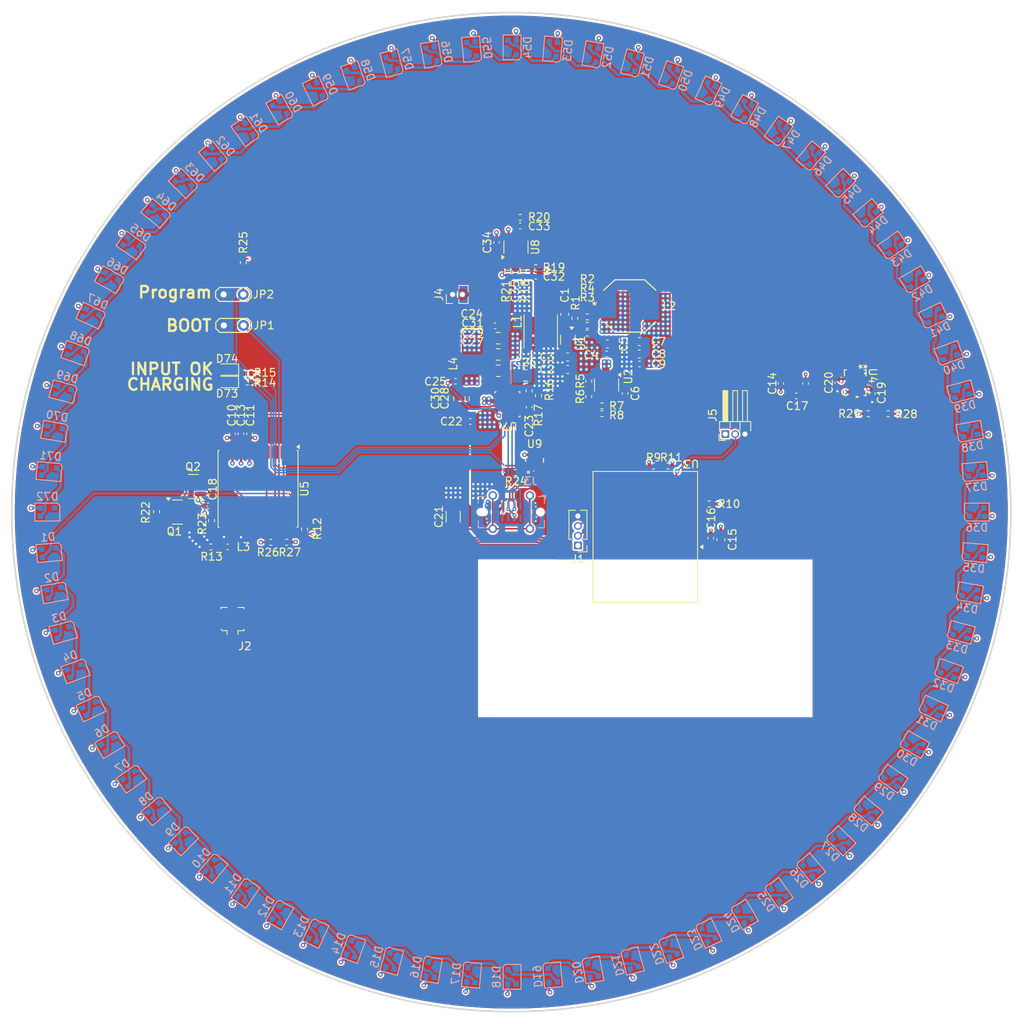
<source format=kicad_pcb>
(kicad_pcb (version 20241229) (generator "pcbnew") (generator_version "9.0")
  (layers (0 "F.Cu" signal) (4 "In1.Cu" signal) (6 "In2.Cu" signal) (2 "B.Cu" signal) (13 "F.Paste" user) (15 "B.Paste" user) (5 "F.SilkS" user "F.Silkscreen") (7 "B.SilkS" user "B.Silkscreen") (1 "F.Mask" user) (3 "B.Mask" user) (25 "Edge.Cuts" user))
  (net 0 "")
  (net 1 "+BATT")
  (net 2 "GND")
  (net 3 "+5V")
  (net 4 "Net-(U2-VBST)")
  (net 5 "Net-(U2-SW)")
  (net 6 "+3V3")
  (net 7 "Net-(U6-CRST)")
  (net 8 "Net-(J3-SHIELD)")
  (net 9 "VBUS")
  (net 10 "Net-(U7-VDD)")
  (net 11 "Net-(U7-PVL)")
  (net 12 "Net-(U7-BST)")
  (net 13 "Net-(J4-Pin_2)")
  (net 14 "Net-(U7-BYP)")
  (net 15 "Net-(U8-+)")
  (net 16 "Net-(U8--)")
  (net 17 "/VBAT")
  (net 18 "/DIN")
  (net 19 "Net-(D1-DOUT)")
  (net 20 "Net-(D2-DOUT)")
  (net 21 "Net-(D3-DOUT)")
  (net 22 "Net-(D4-DOUT)")
  (net 23 "Net-(D5-DOUT)")
  (net 24 "Net-(D10-DIN)")
  (net 25 "Net-(D10-DOUT)")
  (net 26 "Net-(D11-DOUT)")
  (net 27 "Net-(D12-DOUT)")
  (net 28 "Net-(D13-DOUT)")
  (net 29 "Net-(D14-DOUT)")
  (net 30 "Net-(D15-DOUT)")
  (net 31 "Net-(D16-DOUT)")
  (net 32 "Net-(D17-DOUT)")
  (net 33 "Net-(D18-DOUT)")
  (net 34 "Net-(D19-DOUT)")
  (net 35 "Net-(D20-DOUT)")
  (net 36 "Net-(D21-DOUT)")
  (net 37 "Net-(D22-DOUT)")
  (net 38 "Net-(D23-DOUT)")
  (net 39 "Net-(D24-DOUT)")
  (net 40 "Net-(D25-DOUT)")
  (net 41 "Net-(D26-DOUT)")
  (net 42 "Net-(D27-DOUT)")
  (net 43 "Net-(D28-DOUT)")
  (net 44 "Net-(D29-DOUT)")
  (net 45 "Net-(D30-DOUT)")
  (net 46 "Net-(D31-DOUT)")
  (net 47 "Net-(D32-DOUT)")
  (net 48 "Net-(D33-DOUT)")
  (net 49 "Net-(D34-DOUT)")
  (net 50 "Net-(D35-DOUT)")
  (net 51 "Net-(D36-DOUT)")
  (net 52 "Net-(D37-DOUT)")
  (net 53 "Net-(D38-DOUT)")
  (net 54 "Net-(D39-DOUT)")
  (net 55 "Net-(D40-DOUT)")
  (net 56 "Net-(D41-DOUT)")
  (net 57 "Net-(D42-DOUT)")
  (net 58 "Net-(D43-DOUT)")
  (net 59 "Net-(D44-DOUT)")
  (net 60 "Net-(D45-DOUT)")
  (net 61 "Net-(D46-DOUT)")
  (net 62 "Net-(D47-DOUT)")
  (net 63 "Net-(D48-DOUT)")
  (net 64 "Net-(D49-DOUT)")
  (net 65 "Net-(D50-DOUT)")
  (net 66 "Net-(D51-DOUT)")
  (net 67 "Net-(D52-DOUT)")
  (net 68 "Net-(D53-DOUT)")
  (net 69 "Net-(D54-DOUT)")
  (net 70 "Net-(D55-DOUT)")
  (net 71 "Net-(D56-DOUT)")
  (net 72 "Net-(D57-DOUT)")
  (net 73 "Net-(D58-DOUT)")
  (net 74 "Net-(D59-DOUT)")
  (net 75 "Net-(D60-DOUT)")
  (net 76 "Net-(D61-DOUT)")
  (net 77 "Net-(D62-DOUT)")
  (net 78 "Net-(D63-DOUT)")
  (net 79 "Net-(D64-DOUT)")
  (net 80 "Net-(D65-DOUT)")
  (net 81 "Net-(D66-DOUT)")
  (net 82 "Net-(D67-DOUT)")
  (net 83 "Net-(D68-DOUT)")
  (net 85 "Net-(D73-K)")
  (net 86 "Net-(D74-K)")
  (net 87 "/RXD0")
  (net 88 "/TXD0")
  (net 89 "Net-(J2-In)")
  (net 90 "/BOOT")
  (net 91 "Net-(U1-SW)")
  (net 92 "Net-(U1-EN)")
  (net 93 "Net-(U1-FB)")
  (net 94 "Net-(U2-EN)")
  (net 95 "Net-(U2-VFB)")
  (net 96 "Net-(U3-EN)")
  (net 97 "/nSAFEBOOT")
  (net 98 "/charger/CHRG")
  (net 99 "/charger/INOK")
  (net 100 "Net-(U7-IFAST)")
  (net 101 "Net-(U7-ITOPOFF)")
  (net 102 "/SCL")
  (net 103 "/nGPS_RST")
  (net 105 "/IMU_INT1")
  (net 107 "/MAG_INT")
  (net 109 "/SDA")
  (net 112 "/TIME")
  (net 113 "/RX")
  (net 114 "/IMU_INT2")
  (net 117 "/TX")
  (net 118 "/BMM_SCL")
  (net 120 "/BMM_SDA")
  (net 124 "/charger/CC1")
  (net 125 "/charger/CC2")
  (net 128 "Net-(C25-Pad2)")
  (net 129 "Net-(C33-Pad1)")
  (net 130 "Net-(Q1-S)")
  (net 131 "Net-(L3-Pad1)")
  (net 132 "Net-(Q1-G)")
  (net 133 "Net-(Q1-D)")
  (net 134 "Net-(Q2-G)")
  (net 135 "Net-(D6-DOUT)")
  (net 136 "Net-(D7-DOUT)")
  (net 137 "Net-(D8-DOUT)")
  (net 138 "Net-(D69-DOUT)")
  (net 139 "Net-(D70-DOUT)")
  (net 140 "Net-(D71-DOUT)")
  (net 141 "/DP")
  (net 142 "/DN")
  (net 143 "Net-(JP2-B)")
  (net 144 "Net-(U9-SHDN{slash}*EN)")
  (net 145 "/PWM")
  (net 146 "/charger/DN_charger")
  (net 147 "/charger/DP_charger")
  (net 148 "/charger/DP_in")
  (net 149 "/charger/DN_in")
  (net 150 "Net-(U3-IO7)")
  (net 151 "/SDA2")
  (net 152 "/SCL2")
  (footprint "kicad-symbols:MAX77751CEFG+" (layer "F.Cu") (at 149.5 86.085 90)
    (property "Reference" "U7")
    (property "Value" "MAX77751CEFG+")
  )
  (footprint "Resistor_SMD:R_0402_1005Metric" (layer "F.Cu") (at 111.2 104.5)
    (property "Reference" "R13")
    (property "Value" "10")
  )
  (footprint "TestPoint:TestPoint_2Pads_Pitch2.54mm_Drill0.8mm" (layer "F.Cu") (at 115.42398 75.9 180)
    (property "Reference" "JP1")
    (property "Value" "BOOT")
  )
  (footprint "Resistor_SMD:R_0402_1005Metric" (layer "F.Cu") (at 159.81 74.795)
    (property "Reference" "R2")
    (property "Value" "0")
  )
  (footprint "Resistor_SMD:R_0402_1005Metric" (layer "F.Cu") (at 170.25 94.05 180)
    (property "Reference" "R11")
    (property "Value" "100k")
  )
  (footprint "Capacitor_SMD:C_0603_1608Metric" (layer "F.Cu") (at 157.275 79.985)
    (property "Reference" "C3")
    (property "Value" "22u")
  )
  (footprint "kicad-symbols:BGA9_BMM350_BOS" (layer "F.Cu") (at 186.40005 83.4)
    (property "Reference" "U6" (hide yes))
    (property "Value" "BMM350")
  )
  (footprint "Resistor_SMD:R_0402_1005Metric" (layer "F.Cu") (at 160 83.085 -90)
    (property "Reference" "R5")
    (property "Value" "100k")
  )
  (footprint "Capacitor_SMD:C_0603_1608Metric" (layer "F.Cu") (at 166.525 79.585)
    (property "Reference" "C8")
    (property "Value" "22u")
  )
  (footprint "RF_Module:ESP32-C6-MINI-1" (layer "F.Cu") (at 167.3 100.5 180)
    (property "Reference" "U3")
    (property "Value" "ESP32-C6-MINI-1")
  )
  (footprint "Capacitor_SMD:C_0805_2012Metric" (layer "F.Cu") (at 151.8 82.351851)
    (property "Reference" "C26")
    (property "Value" "10u")
  )
  (footprint "Connector_PinHeader_1.27mm:PinHeader_1x02_P1.27mm_Vertical" (layer "F.Cu") (at 142.415 71.9 90)
    (property "Reference" "J4")
    (property "Value" "BAT")
  )
  (footprint "Package_TO_SOT_SMD:SOT-563" (layer "F.Cu") (at 157.3 77.7475 -90)
    (property "Reference" "U1")
    (property "Value" "TPS61023DRLR")
  )
  (footprint "Capacitor_SMD:C_0402_1005Metric" (layer "F.Cu") (at 188.0001 83.39995 90)
    (property "Reference" "C12" (hide yes))
    (property "Value" "100n")
  )
  (footprint "Capacitor_SMD:C_0402_1005Metric" (layer "F.Cu") (at 162.3 79.585 180)
    (property "Reference" "C4")
    (property "Value" "100n")
  )
  (footprint "kicad-symbols:IND_SRP2512TMA_BRN" (layer "F.Cu") (at 144.7 80.851851 90)
    (property "Reference" "L4")
    (property "Value" "0.47u")
  )
  (footprint "Resistor_SMD:R_0402_1005Metric" (layer "F.Cu") (at 115.9 83.2)
    (property "Reference" "R14")
    (property "Value" "470")
  )
  (footprint "Resistor_SMD:R_0402_1005Metric" (layer "F.Cu") (at 153.155 68.45 180)
    (property "Reference" "R19")
    (property "Value" "1M")
  )
  (footprint "Capacitor_SMD:C_0402_1005Metric" (layer "F.Cu") (at 184.8001 83.39995 -90)
    (property "Reference" "C14")
    (property "Value" "100n")
  )
  (footprint "Capacitor_SMD:C_0402_1005Metric" (layer "F.Cu") (at 142.8 83.1)
    (property "Reference" "C25")
    (property "Value" "100n")
  )
  (footprint "Resistor_SMD:R_0402_1005Metric" (layer "F.Cu") (at 123.3 102.2 90)
    (property "Reference" "R12")
    (property "Value" "100k")
  )
  (footprint "Resistor_SMD:R_0402_1005Metric" (layer "F.Cu") (at 111.3 101.1 -90)
    (property "Reference" "R23")
    (property "Value" "10k")
  )
  (footprint "Capacitor_SMD:C_0402_1005Metric" (layer "F.Cu") (at 151.145 63.05)
    (property "Reference" "C33")
    (property "Value" "220p")
  )
  (footprint "Capacitor_SMD:C_0402_1005Metric" (layer "F.Cu") (at 148.1 65.18 -90)
    (property "Reference" "C34")
    (property "Value" "100n")
  )
  (footprint "Capacitor_SMD:C_0402_1005Metric" (layer "F.Cu") (at 114 89.9 -90)
    (property "Reference" "C10")
    (property "Value" "100n")
  )
  (footprint "kicad-symbols:BMI270_BOS" (layer "F.Cu") (at 194.4 83.3 -90)
    (property "Reference" "U4")
    (property "Value" "BMI270")
  )
  (footprint "Resistor_SMD:R_0402_1005Metric" (layer "F.Cu") (at 175.55 98.95 180)
    (property "Reference" "R10")
    (property "Value" "100k")
  )
  (footprint "Capacitor_SMD:C_0402_1005Metric" (layer "F.Cu") (at 153.145 69.55)
    (property "Reference" "C32")
    (property "Value" "1n")
  )
  (footprint "Package_TO_SOT_SMD:SOT-23" (layer "F.Cu") (at 108.9625 96.7 180)
    (property "Reference" "Q2")
    (property "Value" "BSS123")
  )
  (footprint "Resistor_SMD:R_0402_1005Metric" (layer "F.Cu") (at 159.8 76.885 180)
    (property "Reference" "R3")
    (property "Value" "732k")
  )
  (footprint "Capacitor_SMD:C_0805_2012Metric" (layer "F.Cu") (at 148.3 81.751851 180)
    (property "Reference" "C27")
    (property "Value" "10u")
  )
  (footprint "kicad-symbols:IND_SPM6530_TDK" (layer "F.Cu") (at 165.3 73.385)
    (property "Reference" "L2")
    (property "Value" "2.2u")
  )
  (footprint "Capacitor_SMD:C_0402_1005Metric" (layer "F.Cu") (at 144.7 88.3 180)
    (property "Reference" "C22")
    (property "Value" "2.2u")
  )
  (footprint "LED_SMD:LED_0603_1608Metric" (layer "F.Cu") (at 113.3 83.2 180)
    (property "Reference" "D73")
    (property "Value" "Amber")
  )
  (footprint "Capacitor_SMD:C_0402_1005Metric" (layer "F.Cu") (at 115.1 89.9 -90)
    (property "Reference" "C13")
    (property "Value" "100n")
  )
  (footprint "Resistor_SMD:R_0402_1005Metric" (layer "F.Cu") (at 150.5 94.9)
    (property "Reference" "R24")
    (property "Value" "100k")
  )
  (footprint "TestPoint:TestPoint_2Pads_Pitch2.54mm_Drill0.8mm" (layer "F.Cu") (at 112.85 71.9)
    (property "Reference" "JP2")
    (property "Value" "BOOT")
  )
  (footprint "Capacitor_SMD:C_0402_1005Metric" (layer "F.Cu") (at 186.8001 84.99995)
    (property "Reference" "C17")
    (property "Value" "2.2u")
  )
  (footprint "Resistor_SMD:R_0402_1005Metric" (layer "F.Cu") (at 168.35 94.05)
    (property "Reference" "R9")
    (property "Value" "100k")
  )
  (footprint "Capacitor_SMD:C_0805_2012Metric" (layer "F.Cu") (at 148.3 79.651851 180)
    (property "Reference" "C29")
    (property "Value" "10u")
  )
  (footprint "Resistor_SMD:R_0402_1005Metric" (layer "F.Cu") (at 121 103.9 180)
    (property "Reference" "R27")
    (property "Value" "4.7k")
  )
  (footprint "Resistor_SMD:R_0402_1005Metric" (layer "F.Cu") (at 198.65 87.3 180)
    (property "Reference" "R28")
    (property "Value" "4.7k")
  )
  (footprint "Package_TO_SOT_SMD:SOT-23-6" (layer "F.Cu") (at 162.3 83.585 -90)
    (property "Reference" "U2")
    (property "Value" "TPS563200")
  )
  (footprint "Connector_PinHeader_1.27mm:PinHeader_1x04_P1.27mm_Vertical" (layer "F.Cu") (at 158.6 104.32 180)
    (property "Reference" "J1")
    (property "Value" "UART")
  )
  (footprint "Capacitor_SMD:C_0402_1005Metric" (layer "F.Cu") (at 196.6 84.7 90)
    (property "Reference" "C19")
    (property "Value" "100n")
  )
  (footprint "Resistor_SMD:R_0402_1005Metric" (layer "F.Cu") (at 149.545 68.95 90)
    (property "Reference" "R21")
    (property "Value" "0")
  )
  (footprint "Resistor_SMD:R_0402_1005Metric" (layer "F.Cu") (at 118.94 103.9)
    (property "Reference" "R26")
    (property "Value" "4.7k")
  )
  (footprint "Capacitor_SMD:C_0603_1608Metric" (layer "F.Cu") (at 166.525 77.985)
    (property "Reference" "C7")
    (property "Value" "22u")
  )
  (footprint "Resistor_SMD:R_0402_1005Metric" (layer "F.Cu") (at 196.09 87.3)
    (property "Reference" "R29")
    (property "Value" "4.7k")
  )
  (footprint "Capacitor_SMD:C_0603_1608Metric" (layer "F.Cu") (at 177.05 103.55 90)
    (property "Reference" "C15")
    (property "Value" "22u")
  )
  (footprint "Capacitor_SMD:C_0603_1608Metric" (layer "F.Cu") (at 157.275 81.585)
    (property "Reference" "C2")
    (property "Value" "22u")
  )
  (footprint "Package_TO_SOT_SMD:SOT-23" (layer "F.Cu") (at 106.8875 100)
    (property "Reference" "Q1")
    (property "Value" "BSS84")
  )
  (footprint "Capacitor_SMD:C_0402_1005Metric" (layer "F.Cu") (at 166.55 80.885)
    (property "Reference" "C9")
    (property "Value" "100n")
  )
  (footprint "Connector_PinHeader_1.27mm:PinHeader_1x03_P1.27mm_Horizontal" (layer "F.Cu") (at 177.63 89.93 90)
    (property "Reference" "J5")
    (property "Value" "Conn_01x03_Pin")
  )
  (footprint "Resistor_SMD:R_0402_1005Metric" (layer "F.Cu") (at 151.545 68.95 -90)
    (property "Reference" "R18")
    (property "Value" "10M")
  )
  (footprint "Resistor_SMD:R_0402_1005Metric" (layer "F.Cu") (at 160 85.085 -90)
    (property "Reference" "R6")
    (property "Value" "0")
  )
  (footprint "Capacitor_SMD:C_0402_1005Metric" (layer "F.Cu") (at 192.150001 83.2935 90)
    (property "Reference" "C20")
    (property "Value" "100n")
  )
  (footprint "Capacitor_SMD:C_0402_1005Metric" (layer "F.Cu") (at 152.3 86.451851 -90)
    (property "Reference" "C23")
    (property "Value" "2.2u")
  )
  (footprint "Capacitor_SMD:C_0603_1608Metric" (layer "F.Cu") (at 162.4 78.285 180)
    (property "Reference" "C5")
    (property "Value" "10u")
  )
  (footprint "Capacitor_SMD:C_0603_1608Metric" (layer "F.Cu") (at 156.9 74.46 -90)
    (property "Reference" "C1")
    (property "Value" "10u")
  )
  (footprint "Inductor_SMD:L_0402_1005Metric_Pad0.77x0.64mm_HandSolder" (layer "F.Cu") (at 113.3725 104.5)
    (property "Reference" "L3")
    (property "Value" "TBD")
  )
  (footprint "Capacitor_SMD:C_0805_2012Metric" (layer "F.Cu") (at 145.3 85.351851 90)
    (property "Reference" "C28")
    (property "Value" "10u")
  )
  (footprint "Capacitor_SMD:C_0402_1005Metric" (layer "F.Cu") (at 150.545 68.95 90)
    (property "Reference" "C35")
    (property "Value" "DNP")
  )
  (footprint "Resistor_SMD:R_0402_1005Metric" (layer "F.Cu") (at 153.5 84.961851 90)
    (property "Reference" "R17")
    (property "Value" "13.3k")
  )
  (footprint "Capacitor_SMD:C_0402_1005Metric" (layer "F.Cu") (at 164.7 84.685 90)
    (property "Reference" "C6")
    (property "Value" "100n")
  )
  (footprint "Capacitor_SMD:C_0402_1005Metric" (layer "F.Cu") (at 175.75 103.35 90)
    (property "Reference" "C16")
    (property "Value" "100n")
  )
  (footprint "Capacitor_SMD:C_0402_1005Metric" (layer "F.Cu") (at 147.9 75.951851 180)
    (property "Reference" "C24")
    (property "Value" "2.2u")
  )
  (footprint "Resistor_SMD:R_0402_1005Metric" (layer "F.Cu") (at 158.2 74.975 -90)
    (property "Reference" "R1")
    (property "Value" "100k")
  )
  (footprint "LED_SMD:LED_0603_1608Metric" (layer "F.Cu") (at 113.3125 81.6 180)
    (property "Reference" "D74")
    (property "Value" "White")
  )
  (footprint "Capacitor_SMD:C_0402_1005Metric" (layer "F.Cu") (at 116.2 89.9 -90)
    (property "Reference" "C11")
    (property "Value" "100n")
  )
  (footprint "Resistor_SMD:R_0402_1005Metric" (layer "F.Cu") (at 115.9 82.1)
    (property "Reference" "R15")
    (property "Value" "1k2")
  )
  (footprint "RF_GPS:ublox_MAX" (layer "F.Cu") (at 117.3 97 -90)
    (property "Reference" "U5")
    (property "Value" "MAX-M8Q")
  )
  (footprint "Resistor_SMD:R_0402_1005Metric" (layer "F.Cu") (at 151.145 61.95)
    (property "Reference" "R20")
    (property "Value" "10M")
  )
  (footprint "Resistor_SMD:R_0402_1005Metric" (layer "F.Cu") (at 104.2 99.95 90)
    (property "Reference" "R22")
    (property "Value" "100k")
  )
  (footprint "Inductor_SMD:L_Coilcraft_XxL4040" (layer "F.Cu") (at 153.8 76.685 -90)
    (property "Reference" "L1")
    (property "Value" "1u")
  )
  (footprint "Connector_Coaxial:U.FL_Molex_MCRF_73412-0110_Vertical" (layer "F.Cu") (at 114 113.81 180)
    (property "Reference" "J2")
    (property "Value" "GPS")
  )
  (footprint "Resistor_SMD:R_0402_1005Metric" (layer "F.Cu") (at 161.7 86.285)
    (property "Reference" "R7")
    (property "Value" "10k")
  )
  (footprint "Resistor_SMD:R_0402_1005Metric" (layer "F.Cu") (at 159.81 75.885)
    (property "Reference" "R4")
    (property "Value" "100k")
  )
  (footprint "Capacitor_SMD:C_0805_2012Metric" (layer "F.Cu") (at 143.3 85.351851 90)
    (property "Reference" "C30")
    (property "Value" "22u")
  )
  (footprint "Resistor_SMD:R_0402_1005Metric" (layer "F.Cu") (at 152.3 84.351851 90)
    (property "Reference" "R16")
    (property "Value" "14k")
  )
  (footprint "Capacitor_SMD:C_0805_2012Metric" (layer "F.Cu") (at 148.3 77.551851 180)
    (property "Reference" "C31")
    (property "Value" "22u")
  )
  (footprint "Capacitor_SMD:C_1206_3216Metric" (layer "F.Cu") (at 142.5 100.6 90)
    (property "Reference" "C21")
    (property "Value" "1n")
  )
  (footprint "Resistor_SMD:R_0402_1005Metric" (layer "F.Cu") (at 161.7 87.285 180)
    (property "Reference" "R8")
    (property "Value" "33.2k")
  )
  (footprint "Resistor_SMD:R_0402_1005Metric" (layer "F.Cu") (at 115.4 67.8 90)
    (property "Reference" "R25")
    (property "Value" "100k")
  )
  (footprint "kicad-symbols:21-0164_L1022&plus_1_MXM" (layer "F.Cu") (at 152.999999 93.325 90)
    (property "Reference" "U9")
    (property "Value" "MAX4906ELB+T")
  )
  (footprint "Package_TO_SOT_SMD:SOT-23-5" (layer "F.Cu") (at 150.6 65.8 90)
    (property "Reference" "U8")
    (property "Value" "LPV521")
  )
  (footprint "Capacitor_SMD:C_0402_1005Metric" (layer "F.Cu") (at 110.85 99.2 180)
    (property "Reference" "C18")
    (property "Value" "C_Small")
  )
  (footprint "LED_SMD:LED_WS2812B-2020_PLCC4_2.0x2.0mm" (layer "B.Cu") (at 95.721533 74.642904 155)
    (property "Reference" "D67")
    (property "Value" "WS2812B-2020")
  )
  (footprint "LED_SMD:LED_WS2812B-2020_PLCC4_2.0x2.0mm" (layer "B.Cu") (at 208.05555 115.529142 -15)
    (property "Reference" "D33")
    (property "Value" "WS2812B-2020")
  )
  (footprint "LED_SMD:LED_WS2812B-2020_PLCC4_2.0x2.0mm" (layer "B.Cu") (at 111.532744 145.962666 -130)
    (property "Reference" "D10")
    (property "Value" "WS2812B-2020")
  )
  (footprint "LED_SMD:LED_WS2812B-2020_PLCC4_2.0x2.0mm" (layer "B.Cu") (at 150.1 160 -90)
    (property "Reference" "D18")
    (property "Value" "WS2812B-2020")
  )
  (footprint "LED_SMD:LED_WS2812B-2020_PLCC4_2.0x2.0mm" (layer "B.Cu") (at 206.481558 120.521208 -20)
    (property "Reference" "D32")
    (property "Value" "WS2812B-2020")
  )
  (footprint "LED_SMD:LED_WS2812B-2020_PLCC4_2.0x2.0mm" (layer "B.Cu") (at 208.05555 84.470857 15)
    (property "Reference" "D39")
    (property "Value" "WS2812B-2020")
  )
  (footprint "LED_SMD:LED_WS2812B-2020_PLCC4_2.0x2.0mm" (layer "B.Cu") (at 104.137334 138.567256 -140)
    (property "Reference" "D8")
    (property "Value" "WS2812B-2020")
  )
  (footprint "LED_SMD:LED_WS2812B-2020_PLCC4_2.0x2.0mm" (layer "B.Cu") (at 124.742905 154.378467 -115)
    (property "Reference" "D13")
    (property "Value" "WS2812B-2020")
  )
  (footprint "LED_SMD:LED_WS2812B-2020_PLCC4_2.0x2.0mm" (layer "B.Cu") (at 104.137334 61.432743 140)
    (property "Reference" "D64")
    (property "Value" "WS2812B-2020")
  )
  (footprint "LED_SMD:LED_WS2812B-2020_PLCC4_2.0x2.0mm" (layer "B.Cu") (at 199.249123 65.585413 35)
    (property "Reference" "D43")
    (property "Value" "WS2812B-2020")
  )
  (footprint "LED_SMD:LED_WS2812B-2020_PLCC4_2.0x2.0mm" (layer "B.Cu") (at 139.68111 159.088465 -100)
    (property "Reference" "D16")
    (property "Value" "WS2812B-2020")
  )
  (footprint "LED_SMD:LED_WS2812B-2020_PLCC4_2.0x2.0mm" (layer "B.Cu") (at 192.526407 142.426406 -45)
    (property "Reference" "D27")
    (property "Value" "WS2812B-2020")
  )
  (footprint "LED_SMD:LED_WS2812B-2020_PLCC4_2.0x2.0mm" (layer "B.Cu") (at 100.950878 134.414586 -145)
    (property "Reference" "D7")
    (property "Value" "WS2812B-2020")
  )
  (footprint "LED_SMD:LED_WS2812B-2020_PLCC4_2.0x2.0mm" (layer "B.Cu") (at 199.249123 134.414586 -35)
    (property "Reference" "D29")
    (property "Value" "WS2812B-2020")
  )
  (footprint "LED_SMD:LED_WS2812B-2020_PLCC4_2.0x2.0mm" (layer "B.Cu") (at 188.667257 145.962666 -50)
    (property "Reference" "D26")
    (property "Value" "WS2812B-2020")
  )
  (footprint "LED_SMD:LED_WS2812B-2020_PLCC4_2.0x2.0mm" (layer "B.Cu") (at 134.570858 157.955549 -105)
    (property "Reference" "D15")
    (property "Value" "WS2812B-2020")
  )
  (footprint "LED_SMD:LED_WS2812B-2020_PLCC4_2.0x2.0mm" (layer "B.Cu") (at 91.011535 110.41889 -170)
    (property "Reference" "D2")
    (property "Value" "WS2812B-2020")
  )
  (footprint "LED_SMD:LED_WS2812B-2020_PLCC4_2.0x2.0mm" (layer "B.Cu") (at 160.518891 40.911534 80)
    (property "Reference" "D52")
    (property "Value" "WS2812B-2020")
  )
  (footprint "LED_SMD:LED_WS2812B-2020_PLCC4_2.0x2.0mm" (layer "B.Cu") (at 188.667257 54.037333 50)
    (property "Reference" "D46")
    (property "Value" "WS2812B-2020")
  )
  (footprint "LED_SMD:LED_WS2812B-2020_PLCC4_2.0x2.0mm" (layer "B.Cu") (at 210.1 100)
    (property "Reference" "D36")
    (property "Value" "WS2812B-2020")
  )
  (footprint "LED_SMD:LED_WS2812B-2020_PLCC4_2.0x2.0mm" (layer "B.Cu") (at 107.673594 142.426406 -135)
    (property "Reference" "D9")
    (property "Value" "WS2812B-2020")
  )
  (footprint "LED_SMD:LED_WS2812B-2020_PLCC4_2.0x2.0mm" (layer "B.Cu") (at 202.061525 130 -30)
    (property "Reference" "D30")
    (property "Value" "WS2812B-2020")
  )
  (footprint "LED_SMD:LED_WS2812B-2020_PLCC4_2.0x2.0mm" (layer "B.Cu") (at 111.532744 54.037333 130)
    (property "Reference" "D62")
    (property "Value" "WS2812B-2020")
  )
  (footprint "LED_SMD:LED_WS2812B-2020_PLCC4_2.0x2.0mm" (layer "B.Cu") (at 91.011535 89.581109 170)
    (property "Reference" "D70")
    (property "Value" "WS2812B-2020")
  )
  (footprint "LED_SMD:LED_WS2812B-2020_PLCC4_2.0x2.0mm" (layer "B.Cu") (at 115.685414 149.149122 -125)
    (property "Reference" "D11")
    (property "Value" "WS2812B-2020")
  )
  (footprint "LED_SMD:LED_WS2812B-2020_PLCC4_2.0x2.0mm" (layer "B.Cu") (at 170.621209 43.618442 70)
    (property "Reference" "D50")
    (property "Value" "WS2812B-2020")
  )
  (footprint "LED_SMD:LED_WS2812B-2020_PLCC4_2.0x2.0mm" (layer "B.Cu") (at 144.870656 40.228318 95)
    (property "Reference" "D55")
    (property "Value" "WS2812B-2020")
  )
  (footprint "LED_SMD:LED_WS2812B-2020_PLCC4_2.0x2.0mm" (layer "B.Cu") (at 92.144451 84.470857 165)
    (property "Reference" "D69")
    (property "Value" "WS2812B-2020")
  )
  (footprint "LED_SMD:LED_WS2812B-2020_PLCC4_2.0x2.0mm" (layer "B.Cu") (at 150.1 40 90)
    (property "Reference" "D54")
    (property "Value" "WS2812B-2020")
  )
  (footprint "LED_SMD:LED_WS2812B-2020_PLCC4_2.0x2.0mm" (layer "B.Cu") (at 165.629143 42.04445 75)
    (property "Reference" "D51")
    (property "Value" "WS2812B-2020")
  )
  (footprint "LED_SMD:LED_WS2812B-2020_PLCC4_2.0x2.0mm" (layer "B.Cu") (at 204.478468 74.642904 25)
    (property "Reference" "D41")
    (property "Value" "WS2812B-2020")
  )
  (footprint "LED_SMD:LED_WS2812B-2020_PLCC4_2.0x2.0mm" (layer "B.Cu") (at 90.1 99.999999 180)
    (property "Reference" "D72")
    (property "Value" "WS2812B-2020")
  )
  (footprint "LED_SMD:LED_WS2812B-2020_PLCC4_2.0x2.0mm" (layer "B.Cu") (at 129.578792 156.381557 -110)
    (property "Reference" "D14")
    (property "Value" "WS2812B-2020")
  )
  (footprint "LED_SMD:LED_WS2812B-2020_PLCC4_2.0x2.0mm" (layer "B.Cu") (at 180.100001 48.038475 60)
    (property "Reference" "D48")
    (property "Value" "WS2812B-2020")
  )
  (footprint "LED_SMD:LED_WS2812B-2020_PLCC4_2.0x2.0mm" (layer "B.Cu") (at 100.950878 65.585413 145)
    (property "Reference" "D65")
    (property "Value" "WS2812B-2020")
  )
  (footprint "LED_SMD:LED_WS2812B-2020_PLCC4_2.0x2.0mm" (layer "B.Cu") (at 93.718443 79.478791 160)
    (property "Reference" "D68")
    (property "Value" "WS2812B-2020")
  )
  (footprint "LED_SMD:LED_WS2812B-2020_PLCC4_2.0x2.0mm" (layer "B.Cu") (at 155.329345 159.771681 -85)
    (property "Reference" "D19")
    (property "Value" "WS2812B-2020")
  )
  (footprint "LED_SMD:LED_WS2812B-2020_PLCC4_2.0x2.0mm" (layer "B.Cu") (at 90.328319 105.229344 -175)
    (property "Reference" "D1")
    (property "Value" "WS2812B-2020")
  )
  (footprint "LED_SMD:LED_WS2812B-2020_PLCC4_2.0x2.0mm" (layer "B.Cu") (at 93.718443 120.521208 -160)
    (property "Reference" "D4")
    (property "Value" "WS2812B-2020")
  )
  (footprint "LED_SMD:LED_WS2812B-2020_PLCC4_2.0x2.0mm" (layer "B.Cu") (at 192.526407 57.573593 45)
    (property "Reference" "D45")
    (property "Value" "WS2812B-2020")
  )
  (footprint "LED_SMD:LED_WS2812B-2020_PLCC4_2.0x2.0mm" (layer "B.Cu") (at 120.1 151.961524 -120)
    (property "Reference" "D12")
    (property "Value" "WS2812B-2020")
  )
  (footprint "LED_SMD:LED_WS2812B-2020_PLCC4_2.0x2.0mm" (layer "B.Cu") (at 115.685414 50.850877 125)
    (property "Reference" "D61")
    (property "Value" "WS2812B-2020")
  )
  (footprint "LED_SMD:LED_WS2812B-2020_PLCC4_2.0x2.0mm" (layer "B.Cu") (at 129.578792 43.618442 110)
    (property "Reference" "D58")
    (property "Value" "WS2812B-2020")
  )
  (footprint "LED_SMD:LED_WS2812B-2020_PLCC4_2.0x2.0mm" (layer "B.Cu") (at 98.138476 130 -150)
    (property "Reference" "D6")
    (property "Value" "WS2812B-2020")
  )
  (footprint "LED_SMD:LED_WS2812B-2020_PLCC4_2.0x2.0mm" (layer "B.Cu") (at 144.870656 159.771681 -95)
    (property "Reference" "D17")
    (property "Value" "WS2812B-2020")
  )
  (footprint "LED_SMD:LED_WS2812B-2020_PLCC4_2.0x2.0mm" (layer "B.Cu") (at 107.673594 57.573593 135)
    (property "Reference" "D63")
    (property "Value" "WS2812B-2020")
  )
  (footprint "LED_SMD:LED_WS2812B-2020_PLCC4_2.0x2.0mm" (layer "B.Cu") (at 175.457096 45.621532 65)
    (property "Reference" "D49")
    (property "Value" "WS2812B-2020")
  )
  (footprint "LED_SMD:LED_WS2812B-2020_PLCC4_2.0x2.0mm" (layer "B.Cu") (at 155.329345 40.228318 85)
    (property "Reference" "D53")
    (property "Value" "WS2812B-2020")
  )
  (footprint "LED_SMD:LED_WS2812B-2020_PLCC4_2.0x2.0mm" (layer "B.Cu") (at 209.188466 110.41889 -10)
    (property "Reference" "D34")
    (property "Value" "WS2812B-2020")
  )
  (footprint "LED_SMD:LED_WS2812B-2020_PLCC4_2.0x2.0mm" (layer "B.Cu") (at 209.871682 105.229344 -5)
    (property "Reference" "D35")
    (property "Value" "WS2812B-2020")
  )
  (footprint "Connector_USB:USB_C_Receptacle_G-Switch_GT-USB-7051x" (layer "B.Cu") (at 150 100 180)
    (property "Reference" "J3")
    (property "Value" "USB_C_Receptacle_USB2.0_16P")
  )
  (footprint "LED_SMD:LED_WS2812B-2020_PLCC4_2.0x2.0mm" (layer "B.Cu") (at 206.481558 79.478791 20)
    (property "Reference" "D40")
    (property "Value" "WS2812B-2020")
  )
  (footprint "LED_SMD:LED_WS2812B-2020_PLCC4_2.0x2.0mm" (layer "B.Cu") (at 124.742905 45.621532 115)
    (property "Reference" "D59")
    (property "Value" "WS2812B-2020")
  )
  (footprint "LED_SMD:LED_WS2812B-2020_PLCC4_2.0x2.0mm" (layer "B.Cu") (at 92.144451 115.529142 -165)
    (property "Reference" "D3")
    (property "Value" "WS2812B-2020")
  )
  (footprint "LED_SMD:LED_WS2812B-2020_PLCC4_2.0x2.0mm" (layer "B.Cu") (at 134.570858 42.04445 105)
    (property "Reference" "D57")
    (property "Value" "WS2812B-2020")
  )
  (footprint "LED_SMD:LED_WS2812B-2020_PLCC4_2.0x2.0mm" (layer "B.Cu") (at 95.721533 125.357095 -155)
    (property "Reference" "D5")
    (property "Value" "WS2812B-2020")
  )
  (footprint "LED_SMD:LED_WS2812B-2020_PLCC4_2.0x2.0mm" (layer "B.Cu") (at 180.1 151.961524 -60)
    (property "Reference" "D24")
    (property "Value" "WS2812B-2020")
  )
  (footprint "LED_SMD:LED_WS2812B-2020_PLCC4_2.0x2.0mm" (layer "B.Cu") (at 175.457096 154.378467 -65.001)
    (property "Reference" "D23")
    (property "Value" "WS2812B-2020")
  )
  (footprint "LED_SMD:LED_WS2812B-2020_PLCC4_2.0x2.0mm" (layer "B.Cu") (at 204.478468 125.357095 -25)
    (property "Reference" "D31")
    (property "Value" "WS2812B-2020")
  )
  (footprint "LED_SMD:LED_WS2812B-2020_PLCC4_2.0x2.0mm" (layer "B.Cu") (at 209.871682 94.770655 5)
    (property "Reference" "D37")
    (property "Value" "WS2812B-2020")
  )
  (footprint "LED_SMD:LED_WS2812B-2020_PLCC4_2.0x2.0mm" (layer "B.Cu") (at 184.514587 50.850877 55)
    (property "Reference" "D47")
    (property "Value" "WS2812B-2020")
  )
  (footprint "LED_SMD:LED_WS2812B-2020_PLCC4_2.0x2.0mm" (layer "B.Cu") (at 196.062667 138.567256 -40)
    (property "Reference" "D28")
    (property "Value" "WS2812B-2020")
  )
  (footprint "LED_SMD:LED_WS2812B-2020_PLCC4_2.0x2.0mm" (layer "B.Cu") (at 209.188466 89.581109 10)
    (property "Reference" "D38")
    (property "Value" "WS2812B-2020")
  )
  (footprint "LED_SMD:LED_WS2812B-2020_PLCC4_2.0x2.0mm" (layer "B.Cu") (at 196.062667 61.432743 40)
    (property "Reference" "D44")
    (property "Value" "WS2812B-2020")
  )
  (footprint "LED_SMD:LED_WS2812B-2020_PLCC4_2.0x2.0mm" (layer "B.Cu") (at 184.514587 149.149122 -55)
    (property "Reference" "D25")
    (property "Value" "WS2812B-2020")
  )
  (footprint "LED_SMD:LED_WS2812B-2020_PLCC4_2.0x2.0mm" (layer "B.Cu") (at 170.621209 156.381557 -70)
    (property "Reference" "D22")
    (property "Value" "WS2812B-2020")
  )
  (footprint "LED_SMD:LED_WS2812B-2020_PLCC4_2.0x2.0mm" (layer "B.Cu") (at 120.1 48.038475 120)
    (property "Reference" "D60")
    (property "Value" "WS2812B-2020")
  )
  (footprint "LED_SMD:LED_WS2812B-2020_PLCC4_2.0x2.0mm" (layer "B.Cu") (at 160.518891 159.088465 -80)
    (property "Reference" "D20")
    (property "Value" "WS2812B-2020")
  )
  (footprint "LED_SMD:LED_WS2812B-2020_PLCC4_2.0x2.0mm" (layer "B.Cu") (at 165.629143 157.955549 -75)
    (property "Reference" "D21")
    (property "Value" "WS2812B-2020")
  )
  (footprint "LED_SMD:LED_WS2812B-2020_PLCC4_2.0x2.0mm" (layer "B.Cu") (at 202.061525 70 30)
    (property "Reference" "D42")
    (property "Value" "WS2812B-2020")
  )
  (footprint "LED_SMD:LED_WS2812B-2020_PLCC4_2.0x2.0mm" (layer "B.Cu") (at 90.328319 94.770655 175)
    (property "Reference" "D71")
    (property "Value" "WS2812B-2020")
  )
  (footprint "LED_SMD:LED_WS2812B-2020_PLCC4_2.0x2.0mm" (layer "B.Cu") (at 98.138476 69.999999 150)
    (property "Reference" "D66")
    (property "Value" "WS2812B-2020")
  )
  (footprint "LED_SMD:LED_WS2812B-2020_PLCC4_2.0x2.0mm" (layer "B.Cu") (at 139.68111 40.911534 100)
    (property "Reference" "D56")
    (property "Value" "WS2812B-2020")
  )
  (gr_circle (center 150 100) (end 85.5 99.9) (stroke (width 0.2)) (fill no) (layer "Edge.Cuts"))
  (gr_text "Program" (at 101.67398 72.5 0) (layer "F.SilkS") (effects (font (size 1.5 1.5) (thickness 0.3) (bold yes)) (justify left bottom)))
  (gr_text "INPUT OK" (at 100.6 82.4 0) (layer "F.SilkS") (effects (font (size 1.5 1.5) (thickness 0.3) (bold yes)) (justify left bottom)))
  (gr_text "CHARGING" (at 100.2 84.4 0) (layer "F.SilkS") (effects (font (size 1.5 1.5) (thickness 0.3) (bold yes)) (justify left bottom)))
  (gr_text "BOOT" (at 105.27398 76.8 0) (layer "F.SilkS") (effects (font (size 1.5 1.5) (thickness 0.3) (bold yes)) (justify left bottom)))
  (segment (start 156.635 75.5) (end 156.9 75.235) (width 1) (layer "F.Cu") (net 1))
  (segment (start 156.8 75.335) (end 156.9 75.235) (width 0.3) (layer "F.Cu") (net 1))
  (segment (start 157.72 74.465) (end 158.2 74.465) (width 0.3) (layer "F.Cu") (net 1))
  (segment (start 156.9 75.235) (end 156.95 75.235) (width 0.3) (layer "F.Cu") (net 1))
  (segment (start 153.8 75.5) (end 156.635 75.5) (width 1) (layer "F.Cu") (net 1))
  (segment (start 156.8 77.035) (end 156.8 75.335) (width 0.3) (layer "F.Cu") (net 1))
  (segment (start 156.95 75.235) (end 157.72 74.465) (width 0.3) (layer "F.Cu") (net 1))
  (via (at 150.8 78.8) (size 0.6) (drill 0.3) (layers "F.Cu" "B.Cu") (net 1))
  (via (at 145.8 79.1) (size 0.6) (drill 0.3) (layers "F.Cu" "B.Cu") (net 1))
  (via (at 145.8 76.7) (size 0.6) (drill 0.3) (layers "F.Cu" "B.Cu") (net 1))
  (via (at 150.8 77) (size 0.6) (drill 0.3) (layers "F.Cu" "B.Cu") (net 1))
  (via (at 150.8 78.2) (size 0.6) (drill 0.3) (layers "F.Cu" "B.Cu") (net 1))
  (via (at 150.2 77) (size 0.6) (drill 0.3) (layers "F.Cu" "B.Cu") (net 1))
  (via (at 145.2 77.9) (size 0.6) (drill 0.3) (layers "F.Cu" "B.Cu") (net 1))
  (via (at 144 77.3) (size 0.6) (drill 0.3) (layers "F.Cu" "B.Cu") (net 1))
  (via (at 144 78.5) (size 0.6) (drill 0.3) (layers "F.Cu" "B.Cu") (net 1))
  (via (at 144.6 77.3) (size 0.6) (drill 0.3) (layers "F.Cu" "B.Cu") (net 1))
  (via (at 144.6 79.1) (size 0.6) (drill 0.3) (layers "F.Cu" "B.Cu") (net 1))
  (via (at 144.6 78.5) (size 0.6) (drill 0.3) (layers "F.Cu" "B.Cu") (net 1))
  (via (at 145.2 79.1) (size 0.6) (drill 0.3) (layers "F.Cu" "B.Cu") (net 1))
  (via (at 145.8 77.3) (size 0.6) (drill 0.3) (layers "F.Cu" "B.Cu") (net 1))
  (via (at 150.8 79.4) (size 0.6) (drill 0.3) (layers "F.Cu" "B.Cu") (net 1))
  (via (at 145.2 76.7) (size 0.6) (drill 0.3) (layers "F.Cu" "B.Cu") (net 1))
  (via (at 144.6 76.7) (size 0.6) (drill 0.3) (layers "F.Cu" "B.Cu") (net 1))
  (via (at 145.8 78.5) (size 0.6) (drill 0.3) (layers "F.Cu" "B.Cu") (net 1))
  (via (at 150.2 80) (size 0.6) (drill 0.3) (layers "F.Cu" "B.Cu") (net 1))
  (via (at 145.8 77.9) (size 0.6) (drill 0.3) (layers "F.Cu" "B.Cu") (net 1))
  (via (at 144 77.9) (size 0.6) (drill 0.3) (layers "F.Cu" "B.Cu") (net 1))
  (via (at 145.2 78.5) (size 0.6) (drill 0.3) (layers "F.Cu" "B.Cu") (net 1))
  (via (at 144 76.7) (size 0.6) (drill 0.3) (layers "F.Cu" "B.Cu") (net 1))
  (via (at 144.6 77.9) (size 0.6) (drill 0.3) (layers "F.Cu" "B.Cu") (net 1))
  (via (at 150.8 77.6) (size 0.6) (drill 0.3) (layers "F.Cu" "B.Cu") (net 1))
  (via (at 150.2 78.2) (size 0.6) (drill 0.3) (layers "F.Cu" "B.Cu") (net 1))
  (via (at 145.2 77.3) (size 0.6) (drill 0.3) (layers "F.Cu" "B.Cu") (net 1))
  (via (at 144 79.1) (size 0.6) (drill 0.3) (layers "F.Cu" "B.Cu") (net 1))
  (via (at 150.2 79.4) (size 0.6) (drill 0.3) (layers "F.Cu" "B.Cu") (net 1))
  (via (at 150.8 80) (size 0.6) (drill 0.3) (layers "F.Cu" "B.Cu") (net 1))
  (via (at 150.2 77.6) (size 0.6) (drill 0.3) (layers "F.Cu" "B.Cu") (net 1))
  (via (at 150.2 78.8) (size 0.6) (drill 0.3) (layers "F.Cu" "B.Cu") (net 1))
  (segment (start 111.3 101.61) (end 110.39 101.61) (width 0.2) (layer "F.Cu") (net 2))
  (segment (start 164.3 78.785) (end 164.3 79.385) (width 0.3) (layer "F.Cu") (net 2))
  (segment (start 166.07 85.215) (end 166.07 80.885) (width 0.3) (layer "F.Cu") (net 2))
  (segment (start 153.224412 100.642385) (end 153.224412 101.075588) (width 0.2) (layer "F.Cu") (net 2))
  (segment (start 155.4 82.485) (end 155.4 81.885) (width 0.19) (layer "F.Cu") (net 2))
  (segment (start 195.6935 82.0935) (end 195.7 82.1) (width 0.35) (layer "F.Cu") (net 2))
  (segment (start 149.99 94.9) (end 149.1 94.9) (width 0.2) (layer "F.Cu") (net 2))
  (segment (start 146.819776 98.780224) (end 146.95 98.65) (width 0.2) (layer "F.Cu") (net 2))
  (segment (start 186.8001 83.80005) (end 187.9202 83.80005) (width 0.2) (layer "F.Cu") (net 2))
  (segment (start 153.1 99.25) (end 153.15 99.3) (width 0.2) (layer "F.Cu") (net 2))
  (segment (start 155.4 80.685) (end 155.4 80.085) (width 0.19) (layer "F.Cu") (net 2))
  (segment (start 186 83.4) (end 185.28015 83.4) (width 0.2) (layer "F.Cu") (net 2))
  (segment (start 156.6 83.085) (end 156 83.085) (width 0.19) (layer "F.Cu") (net 2))
  (segment (start 146.819776 101.269776) (end 146.9 101.35) (width 0.2) (layer "F.Cu") (net 2))
  (segment (start 155.4 83.085) (end 154.8 83.085) (width 0.19) (layer "F.Cu") (net 2))
  (segment (start 164.3 77.585) (end 164.3 78.185) (width 0.3) (layer "F.Cu") (net 2))
  (segment (start 155.4 81.885) (end 155.4 81.285) (width 0.19) (layer "F.Cu") (net 2))
  (segment (start 153.224412 101.075588) (end 153.15 101.15) (width 0.2) (layer "F.Cu") (net 2))
  (segment (start 192.150001 83.7735) (end 192.150001 84.349999) (width 0.35) (layer "F.Cu") (net 2))
  (segment (start 164.9 81.185) (end 164.9 81.785) (width 0.3) (layer "F.Cu") (net 2))
  (segment (start 165.5 80.585) (end 165.5 81.185) (width 0.3) (layer "F.Cu") (net 2))
  (segment (start 165.3 77.985) (end 164.9 77.585) (width 0.3) (layer "F.Cu") (net 2))
  (segment (start 195.150001 82.0935) (end 195.6935 82.0935) (width 0.35) (layer "F.Cu") (net 2))
  (segment (start 142.5 99.125) (end 142.5 99) (width 0.2) (layer "F.Cu") (net 2))
  (segment (start 164.9 78.185) (end 164.9 78.785) (width 0.3) (layer "F.Cu") (net 2))
  (segment (start 154.8 80.685) (end 154.8 81.285) (width 0.19) (layer "F.Cu") (net 2))
  (segment (start 187.9202 83.80005) (end 188.0001 83.87995) (width 0.2) (layer "F.Cu") (net 2))
  (segment (start 158.87 100.63) (end 158.4 100.63) (width 0.2) (layer "F.Cu") (net 2))
  (segment (start 115.1 101.75) (end 115.1 103.25) (width 0.2) (layer "F.Cu") (net 2))
  (segment (start 156.5 81.585) (end 156.5 82.385) (width 0.19) (layer "F.Cu") (net 2))
  (segment (start 152.999999 94.600001) (end 152.9 94.7) (width 0.2) (layer "F.Cu") (net 2))
  (segment (start 186.40005 83.4) (end 186 83.4) (width 0.2) (layer "F.Cu") (net 2))
  (segment (start 153.1 98.85) (end 153.1 99.25) (width 0.2) (layer "F.Cu") (net 2))
  (segment (start 165 86.285) (end 166.07 85.215) (width 0.3) (layer "F.Cu") (net 2))
  (segment (start 156.5 82.385) (end 156.6 82.485) (width 0.19) (layer "F.Cu") (net 2))
  (segment (start 156 83.085) (end 156 82.485) (width 0.19) (layer "F.Cu") (net 2))
  (segment (start 152.999999 94.05) (end 152.999999 94.600001) (width 0.2) (layer "F.Cu") (net 2))
  (segment (start 154.8 82.485) (end 154.8 81.885) (width 0.19) (layer "F.Cu") (net 2))
  (segment (start 196.6 85.18) (end 196.6 85.8) (width 0.2) (layer "F.Cu") (net 2))
  (segment (start 164.9 79.385) (end 164.9 79.985) (width 0.3) (layer "F.Cu") (net 2))
  (segment (start 146.819776 100.868425) (end 146.819776 101.269776) (width 0.2) (layer "F.Cu") (net 2))
  (segment (start 192.150001 84.349999) (end 192.1 84.4) (width 0.35) (layer "F.Cu") (net 2))
  (segment (start 162.21 86.285) (end 165 86.285) (width 0.3) (layer "F.Cu") (net 2))
  (segment (start 110.39 101.61) (end 110.35 101.65) (width 0.2) (layer "F.Cu") (net 2))
  (segment (start 165.75 77.985) (end 165.3 77.985) (width 0.3) (layer "F.Cu") (net 2))
  (segment (start 112.9 101.75) (end 112.9 103.2) (width 0.2) (layer "F.Cu") (net 2))
  (segment (start 185.28015 83.4) (end 184.8001 82.91995) (width 0.2) (layer "F.Cu") (net 2))
  (segment (start 143.25 84.401851) (end 145.35 84.401851) (width 1) (layer "F.Cu") (net 2))
  (segment (start 146.819776 99.131575) (end 146.819776 98.780224) (width 0.2) (layer "F.Cu") (net 2))
  (via (at 110.75 103.6) (size 0.6) (drill 0.3) (layers "F.Cu" "B.Cu") (net 2))
  (via (at 156.6 82.485) (size 0.6) (drill 0.3) (layers "F.Cu" "B.Cu") (net 2))
  (via (at 195.7 82.1) (size 0.6) (drill 0.3) (layers "F.Cu" "B.Cu") (net 2))
  (via (at 154.8 81.885) (size 0.6) (drill 0.3) (layers "F.Cu" "B.Cu") (net 2))
  (via (at 154.2 78.885) (size 0.6) (drill 0.3) (layers "F.Cu" "B.Cu") (net 2))
  (via (at 143.4 96.9) (size 0.6) (drill 0.3) (layers "F.Cu" "B.Cu") (net 2))
  (via (at 156 82.485) (size 0.6) (drill 0.3) (layers "F.Cu" "B.Cu") (net 2))
  (via (at 154.2 79.485) (size 0.6) (drill 0.3) (layers "F.Cu" "B.Cu") (net 2))
  (via (at 142.8 96.9) (size 0.6) (drill 0.3) (layers "F.Cu" "B.Cu") (net 2))
  (via (at 155.4 81.285) (size 0.6) (drill 0.3) (layers "F.Cu" "B.Cu") (net 2))
  (via (at 164.3 79.385) (size 0.6) (drill 0.3) (layers "F.Cu" "B.Cu") (net 2))
  (via (at 164.3 80.585) (size 0.6) (drill 0.3) (layers "F.Cu" "B.Cu") (net 2))
  (via (at 165.5 81.185) (size 0.6) (drill 0.3) (layers "F.Cu" "B.Cu") (net 2))
  (via (at 156 83.685) (size 0.6) (drill 0.3) (layers "F.Cu" "B.Cu") (net 2))
  (via (at 153.15 99.3) (size 0.5) (drill 0.2) (layers "F.Cu" "B.Cu") (net 2))
  (via (at 154.2 84.285) (size 0.6) (drill 0.3) (layers "F.Cu" "B.Cu") (net 2))
  (via (at 164.9 79.385) (size 0.6) (drill 0.3) (layers "F.Cu" "B.Cu") (net 2))
  (via (at 153.6 80.685) (size 0.6) (drill 0.3) (layers "F.Cu" "B.Cu") (net 2))
  (via (at 155.4 83.085) (size 0.6) (drill 0.3) (layers "F.Cu" "B.Cu") (net 2))
  (via (at 153 81.285) (size 0.6) (drill 0.3) (layers "F.Cu" "B.Cu") (net 2))
  (via (at 141.6 96.9) (size 0.6) (drill 0.3) (layers "F.Cu" "B.Cu") (net 2))
  (via (at 142.8 98.1) (size 0.6) (drill 0.3) (layers "F.Cu" "B.Cu") (net 2))
  (via (at 164.9 77.585) (size 0.6) (drill 0.3) (layers "F.Cu" "B.Cu") (net 2))
  (via (at 153.6 83.085) (size 0.6) (drill 0.3) (layers "F.Cu" "B.Cu") (net 2))
  (via (at 153 80.085) (size 0.6) (drill 0.3) (layers "F.Cu" "B.Cu") (net 2))
  (via (at 142.2 97.5) (size 0.6) (drill 0.3) (layers "F.Cu" "B.Cu") (net 2))
  (via (at 155.4 83.685) (size 0.6) (drill 0.3) (layers "F.Cu" "B.Cu") (net 2))
  (via (at 155.4 81.885) (size 0.6) (drill 0.3) (layers "F.Cu" "B.Cu") (net 2))
  (via (at 141.6 97.5) (size 0.6) (drill 0.3) (layers "F.Cu" "B.Cu") (net 2))
  (via (at 152.9 94.7) (size 0.25) (drill 0.15) (layers "F.Cu" "B.Cu") (net 2))
  (via (at 155.4 80.085) (size 0.6) (drill 0.3) (layers "F.Cu" "B.Cu") (net 2))
  (via (at 153.6 81.285) (size 0.6) (drill 0.3) (layers "F.Cu" "B.Cu") (net 2))
  (via (at 109.3 104.1) (size 0.6) (drill 0.3) (layers "F.Cu" "B.Cu") (net 2))
  (via (at 143.4 97.5) (size 0.6) (drill 0.3) (layers "F.Cu" "B.Cu") (net 2))
  (via (at 164.9 79.985) (size 0.6) (drill 0.3) (layers "F.Cu" "B.Cu") (net 2))
  (via (at 110.35 101.65) (size 0.6) (drill 0.3) (layers "F.Cu" "B.Cu") (net 2))
  (via (at 164.9 78.785) (size 0.6) (drill 0.3) (layers "F.Cu" "B.Cu") (net 2))
  (via (at 156.6 83.085) (size 0.6) (drill 0.3) (layers "F.Cu" "B.Cu") (net 2))
  (via (at 146.819776 100.868425) (size 0.5) (drill 0.2) (layers "F.Cu" "B.Cu") (net 2))
  (via (at 164.9 80.585) (size 0.6) (drill 0.3) (layers "F.Cu" "B.Cu") (net 2))
  (via (at 109.95 102.7) (size 0.6) (drill 0.3) (layers "F.Cu" "B.Cu") (net 2))
  (via (at 154.2 83.085) (size 0.6) (drill 0.3) (layers "F.Cu" "B.Cu") (net 2))
  (via (at 110.35 103.15) (size 0.6) (drill 0.3) (layers "F.Cu" "B.Cu") (net 2))
  (via (at 154.2 82.485) (size 0.6) (drill 0.3) (layers "F.Cu" "B.Cu") (net 2))
  (via (at 153 83.685) (size 0.6) (drill 0.3) (layers "F.Cu" "B.Cu") (net 2))
  (via (at 146.9 101.35) (size 0.5) (drill 0.2) (layers "F.Cu" "B.Cu") (net 2))
  (via (at 108.85 103.7) (size 0.6) (drill 0.3) (layers "F.Cu" "B.Cu") (net 2))
  (via (at 154.2 80.685) (size 0.6) (drill 0.3) (layers "F.Cu" "B.Cu") (net 2))
  (via (at 153.6 81.885) (size 0.6) (drill 0.3) (layers "F.Cu" "B.Cu") (net 2))
  (via (at 153.6 82.485) (size 0.6) (drill 0.3) (layers "F.Cu" "B.Cu") (net 2))
  (via (at 154.8 80.085) (size 0.6) (drill 0.3) (layers "F.Cu" "B.Cu") (net 2))
  (via (at 142.2 98.1) (size 0.6) (drill 0.3) (layers "F.Cu" "B.Cu") (net 2))
  (via (at 154.8 84.285) (size 0.6) (drill 0.3) (layers "F.Cu" "B.Cu") (net 2))
  (via (at 155.4 80.685) (size 0.6) (drill 0.3) (layers "F.Cu" "B.Cu") (net 2))
  (via (at 153 80.685) (size 0.6) (drill 0.3) (layers "F.Cu" "B.Cu") (net 2))
  (via (at 149.1 94.9) (size 0.25) (drill 0.15) (layers "F.Cu" "B.Cu") (net 2))
  (via (at 153.15 101.15) (size 0.5) (drill 0.2) (layers "F.Cu" "B.Cu") (net 2))
  (via (at 165.5 80.585) (size 0.6) (drill 0.3) (layers "F.Cu" "B.Cu") (net 2))
  (via (at 156.6 80.685) (size 0.6) (drill 0.3) (layers "F.Cu" "B.Cu") (net 2))
  (via (at 154.8 81.285) (size 0.6) (drill 0.3) (layers "F.Cu" "B.Cu") (net 2))
  (via (at 142.2 96.9) (size 0.6) (drill 0.3) (layers "F.Cu" "B.Cu") (net 2))
  (via (at 154.2 81.285) (size 0.6) (drill 0.3) (layers "F.Cu" "B.Cu") (net 2))
  (via (at 153 79.485) (size 0.6) (drill 0.3) (layers "F.Cu" "B.Cu") (net 2))
  (via (at 164.9 78.185) (size 0.6) (drill 0.3) (layers "F.Cu" "B.Cu") (net 2))
  (via (at 154.8 80.685) (size 0.6) (drill 0.3) (layers "F.Cu" "B.Cu") (net 2))
  (via (at 146.819776 99.131575) (size 0.5) (drill 0.2) (layers "F.Cu" "B.Cu") (net 2))
  (via (at 154.2 81.885) (size 0.6) (drill 0.3) (layers "F.Cu" "B.Cu") (net 2))
  (via (at 155.4 78.885) (size 0.6) (drill 0.3) (layers "F.Cu" "B.Cu") (net 2))
  (via (at 154.8 83.685) (size 0.6) (drill 0.3) (layers "F.Cu" "B.Cu") (net 2))
  (via (at 142.8 97.5) (size 0.6) (drill 0.3) (layers "F.Cu" "B.Cu") (net 2))
  (via (at 146.95 98.65) (size 0.5) (drill 0.2) (layers "F.Cu" "B.Cu") (net 2))
  (via (at 164.3 79.985) (size 0.6) (drill 0.3) (layers "F.Cu" "B.Cu") (net 2))
  (via (at 108.45 103.25) (size 0.6) (drill 0.3) (layers "F.Cu" "B.Cu") (net 2))
  (via (at 143.4 98.1) (size 0.6) (drill 0.3) (layers "F.Cu" "B.Cu") (net 2))
  (via (at 155.4 82.485) (size 0.6) (drill 0.3) (layers "F.Cu" "B.Cu") (net 2))
  (via (at 196.6 85.8) (size 0.6) (drill 0.3) (layers "F.Cu" "B.Cu") (net 2))
  (via (at 164.9 81.185) (size 0.6) (drill 0.3) (layers "F.Cu" "B.Cu") (net 2))
  (via (at 154.8 82.485) (size 0.6) (drill 0.3) (layers "F.Cu" "B.Cu") (net 2))
  (via (at 153.6 79.485) (size 0.6) (drill 0.3) (layers "F.Cu" "B.Cu") (net 2))
  (via (at 153.6 80.085) (size 0.6) (drill 0.3) (layers "F.Cu" "B.Cu") (net 2))
  (via (at 108.45 102.65) (size 0.6) (drill 0.3) (layers "F.Cu" "B.Cu") (net 2))
  (via (at 156 78.885) (size 0.6) (drill 0.3) (layers "F.Cu" "B.Cu") (net 2))
  (via (at 154.2 80.085) (size 0.6) (drill 0.3) (layers "F.Cu" "B.Cu") (net 2))
  (via (at 165.5 81.785) (size 0.6) (drill 0.3) (layers "F.Cu" "B.Cu") (net 2))
  (via (at 154.8 83.085) (size 0.6) (drill 0.3) (layers "F.Cu" "B.Cu") (net 2))
  (via (at 154.8 79.485) (size 0.6) (drill 0.3) (layers "F.Cu" "B.Cu") (net 2))
  (via (at 156 83.085) (size 0.6) (drill 0.3) (layers "F.Cu" "B.Cu") (net 2))
  (via (at 153.224412 100.642385) (size 0.5) (drill 0.2) (layers "F.Cu" "B.Cu") (net 2))
  (via (at 192.1 84.4) (size 0.6) (drill 0.3) (layers "F.Cu" "B.Cu") (net 2))
  (via (at 115.1 103.25) (size 0.6) (drill 0.3) (layers "F.Cu" "B.Cu") (net 2))
  (via (at 164.3 78.185) (size 0.6) (drill 0.3) (layers "F.Cu" "B.Cu") (net 2))
  (via (at 141.6 98.1) (size 0.6) (drill 0.3) (layers "F.Cu" "B.Cu") (net 2))
  (via (at 164.9 81.785) (size 0.6) (drill 0.3) (layers "F.Cu" "B.Cu") (net 2))
  (via (at 153.6 83.685) (size 0.6) (drill 0.3) (layers "F.Cu" "B.Cu") (net 2))
  (via (at 156 80.685) (size 0.6) (drill 0.3) (layers "F.Cu" "B.Cu") (net 2))
  (via (at 164.3 77.585) (size 0.6) (drill 0.3) (layers "F.Cu" "B.Cu") (net 2))
  (via (at 154.8 78.885) (size 0.6) (drill 0.3) (layers "F.Cu" "B.Cu") (net 2))
  (via (at 155.4 79.485) (size 0.6) (drill 0.3) (layers "F.Cu" "B.Cu") (net 2))
  (via (at 153.1 98.85) (size 0.5) (drill 0.2) (layers "F.Cu" "B.Cu") (net 2))
  (via (at 164.3 81.185) (size 0.6) (drill 0.3) (layers "F.Cu" "B.Cu") (net 2))
  (via (at 154.2 83.685) (size 0.6) (drill 0.3) (layers "F.Cu" "B.Cu") (net 2))
  (via (at 112.9 103.2) (size 0.6) (drill 0.3) (layers "F.Cu" "B.Cu") (net 2))
  (via (at 164.3 78.785) (size 0.6) (drill 0.3) (layers "F.Cu" "B.Cu") (net 2))
  (via (at 109.75 104.5) (size 0.6) (drill 0.3) (layers "F.Cu" "B.Cu") (net 2))
  (segment (start 164.9 79.985) (end 164.9 80.585) (width 0.3) (layer "B.Cu") (net 2))
  (segment (start 147.25 99.24) (end 146.928201 99.24) (width 0.2) (layer "B.Cu") (net 2))
  (segment (start 156.6 82.485) (end 156.6 83.085) (width 0.19) (layer "B.Cu") (net 2))
  (segment (start 141.6 98.1) (end 142.2 98.1) (width 0.2) (layer "B.Cu") (net 2))
  (segment (start 165.5 81.185) (end 164.9 81.185) (width 0.3) (layer "B.Cu") (net 2))
  (segment (start 146.928201 100.76) (end 146.819776 100.868425) (width 0.2) (layer "B.Cu") (net 2))
  (segment (start 153.106797 100.76) (end 153.224412 100.642385) (width 0.2) (layer "B.Cu") (net 2))
  (segment (start 155.4 81.285) (end 155.4 80.685) (width 0.19) (layer "B.Cu") (net 2))
  (segment (start 156 83.085) (end 155.4 83.085) (width 0.19) (layer "B.Cu") (net 2))
  (segment (start 147.25 100.76) (end 147.3 100.71) (width 0.2) (layer "B.Cu") (net 2))
  (segment (start 147.25 100.76) (end 146.928201 100.76) (width 0.2) (layer "B.Cu") (net 2))
  (segment (start 154.8 81.285) (end 154.8 80.685) (width 0.19) (layer "B.Cu") (net 2))
  (segment (start 165.5 81.185) (end 165.5 81.785) (width 0.3) (layer "B.Cu") (net 2))
  (segment (start 147.3 99.29) (end 147.25 99.24) (width 0.2) (layer "B.Cu") (net 2))
  (segment (start 152.78 100.76) (end 153.106797 100.76) (width 0.2) (layer "B.Cu") (net 2))
  (segment (start 152.78 99.24) (end 152.78 99.17) (width 0.2) (layer "B.Cu") (net 2))
  (segment (start 146.928201 99.24) (end 146.819776 99.131575) (width 0.2) (layer "B.Cu") (net 2))
  (segment (start 154.8 81.885) (end 154.8 81.285) (width 0.19) (layer "B.Cu") (net 2))
  (segment (start 152.78 99.17) (end 153.1 98.85) (width 0.2) (layer "B.Cu") (net 2))
  (segment (start 156 82.485) (end 154.8 82.485) (width 0.19) (layer "B.Cu") (net 2))
  (segment (start 164.9 80.585) (end 164.3 80.585) (width 0.3) (layer "B.Cu") (net 2))
  (segment (start 164.9 80.585) (end 165.5 80.585) (width 0.3) (layer "B.Cu") (net 2))
  (segment (start 164.9 77.585) (end 164.3 77.585) (width 0.3) (layer "B.Cu") (net 2))
  (segment (start 154.8 83.085) (end 155.4 82.485) (width 0.19) (layer "B.Cu") (net 2))
  (segment (start 164.3 79.385) (end 164.9 79.385) (width 0.3) (layer "B.Cu") (net 2))
  (segment (start 164.9 79.985) (end 164.3 79.985) (width 0.3) (layer "B.Cu") (net 2))
  (segment (start 164.9 78.785) (end 164.3 78.785) (width 0.3) (layer "B.Cu") (net 2))
  (segment (start 164.3 80.585) (end 164.3 81.185) (width 0.3) (layer "B.Cu") (net 2))
  (segment (start 164.3 78.185) (end 164.9 78.185) (width 0.3) (layer "B.Cu") (net 2))
  (segment (start 159.7 78.785) (end 159.7 79.485) (width 0.19) (layer "F.Cu") (net 3))
  (segment (start 160 81.885) (end 160 82.575) (width 0.4) (layer "F.Cu") (net 3))
  (segment (start 161.35 82.4475) (end 160.8375 82.4475) (width 0.3) (layer "F.Cu") (net 3))
  (segment (start 158.05 81.585) (end 159 81.585) (width 0.19) (layer "F.Cu") (net 3))
  (segment (start 160.4 78.785) (end 160.4 78.085) (width 0.19) (layer "F.Cu") (net 3))
  (segment (start 159 80.884997) (end 159 80.185) (width 0.19) (layer "F.Cu") (net 3))
  (segment (start 159.7 80.185) (end 159.7 80.885) (width 0.19) (layer "F.Cu") (net 3))
  (segment (start 161.1 78.785) (end 161.1 79.485003) (width 0.19) (layer "F.Cu") (net 3))
  (segment (start 160.4 80.185) (end 160.4 79.485) (width 0.19) (layer "F.Cu") (net 3))
  (segment (start 158.3 78.785) (end 158.3 78.084997) (width 0.19) (layer "F.Cu") (net 3))
  (segment (start 160.69 82.575) (end 160 82.575) (width 0.3) (layer "F.Cu") (net 3))
  (segment (start 160.8375 82.4475) (end 160.7 82.585) (width 0.3) (layer "F.Cu") (net 3))
  (segment (start 159.7 81.585) (end 160.4 80.885) (width 0.19) (layer "F.Cu") (net 3))
  (segment (start 159.7 81.585) (end 160 81.885) (width 0.4) (layer "F.Cu") (net 3))
  (segment (start 159 78.085) (end 159.7 78.085) (width 0.19) (layer "F.Cu") (net 3))
  (segment (start 159 79.485) (end 159 78.784997) (width 0.19) (layer "F.Cu") (net 3))
  (segment (start 160.7 82.585) (end 160.69 82.575) (width 0.3) (layer "F.Cu") (net 3))
  (via (at 160.4 79.485) (size 0.6) (drill 0.3) (layers "F.Cu" "B.Cu") (net 3))
  (via (at 159.7 79.485) (size 0.6) (drill 0.3) (layers "F.Cu" "B.Cu") (net 3))
  (via (at 159 78.085) (size 0.6) (drill 0.3) (layers "F.Cu" "B.Cu") (net 3))
  (via (at 159 78.784997) (size 0.6) (drill 0.3) (layers "F.Cu" "B.Cu") (net 3))
  (via (at 161.1 78.785) (size 0.6) (drill 0.3) (layers "F.Cu" "B.Cu") (net 3))
  (via (at 160.4 78.785) (size 0.6) (drill 0.3) (layers "F.Cu" "B.Cu") (net 3))
  (via (at 159.7 81.585) (size 0.6) (drill 0.3) (layers "F.Cu" "B.Cu") (net 3))
  (via (at 158.3 78.785) (size 0.6) (drill 0.3) (layers "F.Cu" "B.Cu") (net 3))
  (via (at 160.4 78.085) (size 0.6) (drill 0.3) (layers "F.Cu" "B.Cu") (net 3))
  (via (at 160.4 80.185) (size 0.6) (drill 0.3) (layers "F.Cu" "B.Cu") (net 3))
  (via (at 159 79.485) (size 0.6) (drill 0.3) (layers "F.Cu" "B.Cu") (net 3))
  (via (at 159.7 78.785) (size 0.6) (drill 0.3) (layers "F.Cu" "B.Cu") (net 3))
  (via (at 159 80.185) (size 0.6) (drill 0.3) (layers "F.Cu" "B.Cu") (net 3))
  (via (at 158.3 78.084997) (size 0.6) (drill 0.3) (layers "F.Cu" "B.Cu") (net 3))
  (via (at 159.7 80.185) (size 0.6) (drill 0.3) (layers "F.Cu" "B.Cu") (net 3))
  (via (at 159 81.585) (size 0.6) (drill 0.3) (layers "F.Cu" "B.Cu") (net 3))
  (via (at 161.1 79.485003) (size 0.6) (drill 0.3) (layers "F.Cu" "B.Cu") (net 3))
  (via (at 161.1 80.185) (size 0.6) (drill 0.3) (layers "F.Cu" "B.Cu") (net 3))
  (via (at 160.4 80.885) (size 0.6) (drill 0.3) (layers "F.Cu" "B.Cu") (net 3))
  (via (at 159.7 80.885) (size 0.6) (drill 0.3) (layers "F.Cu" "B.Cu") (net 3))
  (via (at 159.7 78.085) (size 0.6) (drill 0.3) (layers "F.Cu" "B.Cu") (net 3))
  (via (at 159 80.884997) (size 0.6) (drill 0.3) (layers "F.Cu" "B.Cu") (net 3))
  (segment (start 159 81.585) (end 159 80.884997) (width 0.19) (layer "B.Cu") (net 3))
  (segment (start 160.4 78.085) (end 161.1 78.785) (width 0.19) (layer "B.Cu") (net 3))
  (segment (start 159.7 78.085) (end 159.7 78.785) (width 0.19) (layer "B.Cu") (net 3))
  (segment (start 159 80.185) (end 159 79.485) (width 0.19) (layer "B.Cu") (net 3))
  (segment (start 161.1 79.485003) (end 161.1 78.785) (width 0.19) (layer "B.Cu") (net 3))
  (segment (start 159.7 79.485) (end 159.7 80.185) (width 0.19) (layer "B.Cu") (net 3))
  (segment (start 160.4 80.885) (end 160.4 80.185) (width 0.19) (layer "B.Cu") (net 3))
  (segment (start 158.300003 78.784997) (end 158.3 78.785) (width 0.19) (layer "B.Cu") (net 3))
  (segment (start 161.1 78.785) (end 161.1 80.185) (width 0.19) (layer "B.Cu") (net 3))
  (segment (start 158.999997 78.084997) (end 159 78.085) (width 0.19) (layer "B.Cu") (net 3))
  (segment (start 158.3 78.084997) (end 158.999997 78.084997) (width 0.19) (layer "B.Cu") (net 3))
  (segment (start 159 78.784997) (end 158.300003 78.784997) (width 0.19) (layer "B.Cu") (net 3))
  (segment (start 160.4 79.485) (end 160.4 78.785) (width 0.19) (layer "B.Cu") (net 3))
  (segment (start 159.7 80.885) (end 159.7 81.585) (width 0.19) (layer "B.Cu") (net 3))
  (segment (start 163.6925 85.165) (end 163.25 84.7225) (width 0.3) (layer "F.Cu") (net 4))
  (segment (start 164.7 85.165) (end 163.6925 85.165) (width 0.3) (layer "F.Cu") (net 4))
  (segment (start 162.3 75.485) (end 161.7 75.485) (width 0.3) (layer "F.Cu") (net 5))
  (segment (start 164.7 84.205) (end 164.045 83.55) (width 0.3) (layer "F.Cu") (net 5))
  (segment (start 162.740001 83.55) (end 162.3 83.109999) (width 0.3) (layer "F.Cu") (net 5))
  (segment (start 164.045 83.55) (end 162.740001 83.55) (width 0.3) (layer "F.Cu") (net 5))
  (segment (start 162.6 80.585) (end 162.6 81.127085) (width 0.3) (layer "F.Cu") (net 5))
  (segment (start 164.1 74.885) (end 164.1 75.485) (width 0.3) (layer "F.Cu") (net 5))
  (segment (start 164.1 73.685) (end 164.1 74.285) (width 0.3) (layer "F.Cu") (net 5))
  (segment (start 163.5 76.085) (end 162.9 76.085) (width 0.3) (layer "F.Cu") (net 5))
  (segment (start 162.3 80.885) (end 162.6 80.585) (width 0.3) (layer "F.Cu") (net 5))
  (segment (start 161.7 76.085) (end 161.7 76.685) (width 0.3) (layer "F.Cu") (net 5))
  (segment (start 162.3 83.109999) (end 162.3 82.4475) (width 0.3) (layer "F.Cu") (net 5))
  (segment (start 163.5 75.485) (end 164.1 75.485) (width 0.3) (layer "F.Cu") (net 5))
  (segment (start 164.1 72.485) (end 164.1 73.085) (width 0.3) (layer "F.Cu") (net 5))
  (segment (start 162 80.585) (end 162 81.185) (width 0.3) (layer "F.Cu") (net 5))
  (segment (start 162.6 81.127085) (end 162.591583 81.135502) (width 0.3) (layer "F.Cu") (net 5))
  (segment (start 162.3 76.685) (end 162.9 76.685) (width 0.3) (layer "F.Cu") (net 5))
  (segment (start 162.9 75.485) (end 162.3 75.485) (width 0.3) (layer "F.Cu") (net 5))
  (segment (start 164.1 76.685) (end 163.5 76.685) (width 0.3) (layer "F.Cu") (net 5))
  (segment (start 162.525 73.385) (end 162.6 73.385) (width 0.3) (layer "F.Cu") (net 5))
  (segment (start 164.1 76.085) (end 163.5 76.085) (width 0.3) (layer "F.Cu") (net 5))
  (via (at 161.7 75.485) (size 0.6) (drill 0.3) (layers "F.Cu" "B.Cu") (net 5))
  (via (at 164.7 73.1) (size 0.6) (drill 0.3) (layers "F.Cu" "B.Cu") (net 5))
  (via (at 164.1 75.485) (size 0.6) (drill 0.3) (layers "F.Cu" "B.Cu") (net 5))
  (via (at 163.5 76.685) (size 0.6) (drill 0.3) (layers "F.Cu" "B.Cu") (net 5))
  (via (at 163.5 75.485) (size 0.6) (drill 0.3) (layers "F.Cu" "B.Cu") (net 5))
  (via (at 162 81.185) (size 0.6) (drill 0.3) (layers "F.Cu" "B.Cu") (net 5))
  (via (at 162.9 76.085) (size 0.6) (drill 0.3) (layers "F.Cu" "B.Cu") (net 5))
  (via (at 162.6 80.585) (size 0.6) (drill 0.3) (layers "F.Cu" "B.Cu") (net 5))
  (via (at 162.3 75.485) (size 0.6) (drill 0.3) (layers "F.Cu" "B.Cu") (net 5))
  (via (at 164.7 73.7) (size 0.6) (drill 0.3) (layers "F.Cu" "B.Cu") (net 5))
  (via (at 162.3 76.685) (size 0.6) (drill 0.3) (layers "F.Cu" "B.Cu") (net 5))
  (via (at 164.1 72.485) (size 0.6) (drill 0.3) (layers "F.Cu" "B.Cu") (net 5))
  (via (at 162.9 76.685) (size 0.6) (drill 0.3) (layers "F.Cu" "B.Cu") (net 5))
  (via (at 164.7 72.5) (size 0.6) (drill 0.3) (layers "F.Cu" "B.Cu") (net 5))
  (via (at 163.5 76.085) (size 0.6) (drill 0.3) (layers "F.Cu" "B.Cu") (net 5))
  (via (at 161.7 76.085) (size 0.6) (drill 0.3) (layers "F.Cu" "B.Cu") (net 5))
  (via (at 164.1 74.285) (size 0.6) (drill 0.3) (layers "F.Cu" "B.Cu") (net 5))
  (via (at 164.7 76.7) (size 0.6) (drill 0.3) (layers "F.Cu" "B.Cu") (net 5))
  (via (at 161.7 76.685) (size 0.6) (drill 0.3) (layers "F.Cu" "B.Cu") (net 5))
  (via (at 164.1 73.685) (size 0.6) (drill 0.3) (layers "F.Cu" "B.Cu") (net 5))
  (via (at 162.9 75.485) (size 0.6) (drill 0.3) (layers "F.Cu" "B.Cu") (net 5))
  (via (at 164.7 74.9) (size 0.6) (drill 0.3) (layers "F.Cu" "B.Cu") (net 5))
  (via (at 164.7 74.3) (size 0.6) (drill 0.3) (layers "F.Cu" "B.Cu") (net 5))
  (via (at 164.1 76.685) (size 0.6) (drill 0.3) (layers "F.Cu" "B.Cu") (net 5))
  (via (at 164.7 76.1) (size 0.6) (drill 0.3) (layers "F.Cu" "B.Cu") (net 5))
  (via (at 164.1 74.885) (size 0.6) (drill 0.3) (layers "F.Cu" "B.Cu") (net 5))
  (via (at 164.1 71.885) (size 0.6) (drill 0.3) (layers "F.Cu" "B.Cu") (net 5))
  (via (at 162 80.585) (size 0.6) (drill 0.3) (layers "F.Cu" "B.Cu") (net 5))
  (via (at 162.591583 81.135502) (size 0.6) (drill 0.3) (layers "F.Cu" "B.Cu") (net 5))
  (via (at 164.1 73.085) (size 0.6) (drill 0.3) (layers "F.Cu" "B.Cu") (net 5))
  (via (at 164.1 76.085) (size 0.6) (drill 0.3) (layers "F.Cu" "B.Cu") (net 5))
  (via (at 162.3 76.085) (size 0.6) (drill 0.3) (layers "F.Cu" "B.Cu") (net 5))
  (via (at 164.7 75.5) (size 0.6) (drill 0.3) (layers "F.Cu" "B.Cu") (net 5))
  (via (at 164.7 71.9) (size 0.6) (drill 0.3) (layers "F.Cu" "B.Cu") (net 5))
  (segment (start 162.3 75.485) (end 162.3 76.085) (width 0.3) (layer "B.Cu") (net 5))
  (segment (start 162.9 76.085) (end 162.9 75.485) (width 0.3) (layer "B.Cu") (net 5))
  (segment (start 162.6 80.585) (end 162 80.585) (width 0.3) (layer "B.Cu") (net 5))
  (segment (start 161.7 75.485) (end 161.7 76.085) (width 0.3) (layer "B.Cu") (net 5))
  (segment (start 164.1 73.085) (end 164.1 73.685) (width 0.3) (layer "B.Cu") (net 5))
  (segment (start 163.4 75.385) (end 163.5 75.485) (width 0.3) (layer "B.Cu") (net 5))
  (segment (start 164.1 74.285) (end 164.1 74.885) (width 0.3) (layer "B.Cu") (net 5))
  (segment (start 162.9 76.685) (end 163.5 76.685) (width 0.3) (layer "B.Cu") (net 5))
  (segment (start 164.1 71.885) (end 164.1 72.485) (width 0.3) (layer "B.Cu") (net 5))
  (segment (start 164.1 75.485) (end 164.1 76.085) (width 0.3) (layer "B.Cu") (net 5))
  (segment (start 161.7 76.685) (end 162.3 76.685) (width 0.3) (layer "B.Cu") (net 5))
  (segment (start 163.5 76.685) (end 164.1 76.685) (width 0.3) (layer "B.Cu") (net 5))
  (segment (start 188.0001 82.2001) (end 188 82.2) (width 0.2) (layer "F.Cu") (net 6))
  (segment (start 167.03 80.885) (end 167.4 80.885) (width 0.3) (layer "F.Cu") (net 6))
  (segment (start 184.8001 83.87995) (end 184.8001 84.4999) (width 0.2) (layer "F.Cu") (net 6))
  (segment (start 167.2 76.885) (end 167.2 76.285) (width 0.3) (layer "F.Cu") (net 6))
  (segment (start 192.8 82.9) (end 192.6 83.1) (width 0.3) (layer "F.Cu") (net 6))
  (segment (start 152.199998 92.6) (end 151.7 92.6) (width 0.254) (layer "F.Cu") (net 6))
  (segment (start 167.8 76.285) (end 167.8 76.885) (width 0.3) (layer "F.Cu") (net 6))
  (segment (start 115.1 92.25) (end 115.1 93.71) (width 0.3) (layer "F.Cu") (net 6))
  (segment (start 173.2 102.9) (end 176.725 102.9) (width 0.4) (layer "F.Cu") (net 6))
  (segment (start 114 90.38) (end 116.2 90.38) (width 0.3) (layer "F.Cu") (net 6))
  (segment (start 116.09 67.29) (end 116.1 67.3) (width 0.2) (layer "F.Cu") (net 6))
  (segment (start 192.8 82.800001) (end 192.1635 82.800001) (width 0.3) (layer "F.Cu") (net 6))
  (segment (start 187.10005 83.4) (end 187.5801 82.91995) (width 0.2) (layer "F.Cu") (net 6))
  (segment (start 168.4 80.485) (end 168.4 79.885) (width 0.3) (layer "F.Cu") (net 6))
  (segment (start 116.2 92.25) (end 116.2 90.38) (width 0.3) (layer "F.Cu") (net 6))
  (segment (start 123.39 102.8) (end 123.3 102.71) (width 0.2) (layer "F.Cu") (net 6))
  (segment (start 168.4 75.685) (end 167.8 75.685) (width 0.3) (layer "F.Cu") (net 6))
  (segment (start 186.8001 83.4) (end 187.10005 83.4) (width 0.2) (layer "F.Cu") (net 6))
  (segment (start 177.05 102.575) (end 177.05 101.85) (width 0.4) (layer "F.Cu") (net 6))
  (segment (start 164.9 87.285) (end 167.03 85.155) (width 0.3) (layer "F.Cu") (net 6))
  (segment (start 115.1 90.38) (end 115.1 92.25) (width 0.3) (layer "F.Cu") (net 6))
  (segment (start 184.88 83.80005) (end 184.8001 83.87995) (width 0.2) (layer "F.Cu") (net 6))
  (segment (start 175.75 102.87) (end 175.75 102.35) (width 0.4) (layer "F.Cu") (net 6))
  (segment (start 122.1 103.9) (end 122.15 103.85) (width 0.254) (layer "F.Cu") (net 6))
  (segment (start 169 79.885) (end 169 79.285) (width 0.3) (layer "F.Cu") (net 6))
  (segment (start 196.22 84.22) (end 196.1 84.1) (width 0.2) (layer "F.Cu") (net 6))
  (segment (start 114 92.25) (end 114 90.38) (width 0.3) (layer "F.Cu") (net 6))
  (segment (start 169 81.085) (end 169 80.485) (width 0.3) (layer "F.Cu") (net 6))
  (segment (start 116.2 92.25) (end 116.2 93.61) (width 0.3) (layer "F.Cu") (net 6))
  (segment (start 116.2 90.38) (end 116.87 90.38) (width 0.3) (layer "F.Cu") (net 6))
  (segment (start 176.16 98.95) (end 176.75 98.95) (width 0.4) (layer "F.Cu") (net 6))
  (segment (start 169 78.685) (end 169 78.085) (width 0.3) (layer "F.Cu") (net 6))
  (segment (start 186 83.80005) (end 184.88 83.80005) (width 0.2) (layer "F.Cu") (net 6))
  (segment (start 148.1 64.7) (end 148.1 63.9) (width 0.3) (layer "F.Cu") (net 6))
  (segment (start 116.2 93.61) (end 116.2 93.71) (width 0.3) (layer "F.Cu") (net 6))
  (segment (start 167.8 81.085) (end 168.4 81.085) (width 0.3) (layer "F.Cu") (net 6))
  (segment (start 114 90.38) (end 113.33 90.38) (width 0.3) (layer "F.Cu") (net 6))
  (segment (start 167.4 80.885) (end 167.8 80.485) (width 0.3) (layer "F.Cu") (net 6))
  (segment (start 193.4475 82.800001) (end 192.8 82.800001) (width 0.3) (layer "F.Cu") (net 6))
  (segment (start 193.1065 84.5065) (end 193.1 84.5) (width 0.35) (layer "F.Cu") (net 6))
  (segment (start 167.03 85.155) (end 167.03 80.885) (width 0.3) (layer "F.Cu") (net 6))
  (segment (start 193.649999 84.5065) (end 193.1065 84.5065) (width 0.35) (layer "F.Cu") (net 6))
  (segment (start 176.725 102.9) (end 177.05 102.575) (width 0.4) (layer "F.Cu") (net 6))
  (segment (start 149.65 63.55) (end 149.6 63.5) (width 0.3) (layer "F.Cu") (net 6))
  (segment (start 192.8 82.800001) (end 192.8 82.9) (width 0.3) (layer "F.Cu") (net 6))
  (segment (start 195.3525 83.799999) (end 196.2765 83.799999) (width 0.3) (layer "F.Cu") (net 6))
  (segment (start 192.1635 82.800001) (end 192.150001 82.8135) (width 0.3) (layer "F.Cu") (net 6))
  (segment (start 199.16 87.3) (end 199.9 87.3) (width 0.254) (layer "F.Cu") (net 6))
  (segment (start 113.33 90.38) (end 113.3 90.41) (width 0.3) (layer "F.Cu") (net 6))
  (segment (start 168.4 76.885) (end 168.4 76.285) (width 0.3) (layer "F.Cu") (net 6))
  (segment (start 196.6 84.22) (end 196.22 84.22) (width 0.2) (layer "F.Cu") (net 6))
  (segment (start 149.65 64.6625) (end 149.65 63.55) (width 0.3) (layer "F.Cu") (net 6))
  (segment (start 188.0001 82.91995) (end 188.0001 82.2001) (width 0.2) (layer "F.Cu") (net 6))
  (segment (start 114 92.25) (end 114 93.71) (width 0.3) (layer "F.Cu") (net 6))
  (segment (start 116.87 90.38) (end 116.9 90.41) (width 0.3) (layer "F.Cu") (net 6))
  (segment (start 121.51 103.9) (end 122.1 103.9) (width 0.254) (layer "F.Cu") (net 6))
  (segment (start 187.5801 82.91995) (end 188.0001 82.91995) (width 0.2) (layer "F.Cu") (net 6))
  (segment (start 168.4 78.085) (end 168.4 77.485) (width 0.3) (layer "F.Cu") (net 6))
  (segment (start 169 77.485) (end 169 76.885) (width 0.3) (layer "F.Cu") (net 6))
  (segment (start 169 76.285) (end 169 75.685) (width 0.3) (layer "F.Cu") (net 6))
  (segment (start 196.2765 83.799999) (end 196.670001 84.1935) (width 0.3) (layer "F.Cu") (net 6))
  (segment (start 118.43 103.9) (end 117.65 103.9) (width 0.254) (layer "F.Cu") (net 6))
  (segment (start 162.21 87.285) (end 164.9 87.285) (width 0.3) (layer "F.Cu") (net 6))
  (segment (start 168.4 79.285) (end 168.4 78.685) (width 0.3) (layer "F.Cu") (net 6))
  (segment (start 149.6125 64.7) (end 149.65 64.6625) (width 0.3) (layer "F.Cu") (net 6))
  (segment (start 184.8001 84.4999) (end 184.8 84.5) (width 0.2) (layer "F.Cu") (net 6))
  (segment (start 124.3 102.8) (end 123.39 102.8) (width 0.2) (layer "F.Cu") (net 6))
  (segment (start 115.4 67.29) (end 116.09 67.29) (width 0.2) (layer "F.Cu") (net 6))
  (segment (start 148.1 64.7) (end 149.6125 64.7) (width 0.3) (layer "F.Cu") (net 6))
  (segment (start 195.58 87.3) (end 194.9 87.3) (width 0.254) (layer "F.Cu") (net 6))
  (via (at 170.2 76.3) (size 0.6) (drill 0.3) (layers "F.Cu" "B.Cu") (net 6))
  (via (at 170.9 158.5) (size 0.6) (drill 0.3) (layers "F.Cu" "B.Cu") (net 6))
  (via (at 169 79.285) (size 0.6) (drill 0.3) (layers "F.Cu" "B.Cu") (net 6))
  (via (at 206.645323 74.754677) (size 0.6) (drill 0.3) (layers "F.Cu" "B.Cu") (net 6))
  (via (at 197.3 140.4) (size 0.6) (drill 0.3) (layers "F.Cu" "B.Cu") (net 6))
  (via (at 208.6 121.3) (size 0.6) (drill 0.3) (layers "F.Cu" "B.Cu") (net 6))
  (via (at 148.1 63.9) (size 0.6) (drill 0.3) (layers "F.Cu" "B.Cu") (net 6))
  (via (at 129.3 41.7) (size 0.6) (drill 0.3) (layers "F.Cu" "B.Cu") (net 6))
  (via (at 88 99.5) (size 0.6) (drill 0.3) (layers "F.Cu" "B.Cu") (net 6))
  (via (at 168.4 79.285) (size 0.6) (drill 0.3) (layers "F.Cu" "B.Cu") (net 6))
  (via (at 211.9 105.8) (size 0.6) (drill 0.3) (layers "F.Cu" "B.Cu") (net 6))
  (via (at 169 76.885) (size 0.6) (drill 0.3) (layers "F.Cu" "B.Cu") (net 6))
  (via (at 196.1 84.1) (size 0.6) (drill 0.3) (layers "F.Cu" "B.Cu") (net 6))
  (via (at 212.1 95.3) (size 0.6) (drill 0.3) (layers "F.Cu" "B.Cu") (net 6))
  (via (at 103 59.7) (size 0.6) (drill 0.3) (layers "F.Cu" "B.Cu") (net 6))
  (via (at 161.3 38.8) (size 0.6) (drill 0.3) (layers "F.Cu" "B.Cu") (net 6))
  (via (at 169.6 72.1) (size 0.6) (drill 0.3) (layers "F.Cu" "B.Cu") (net 6))
  (via (at 169.6 73.3) (size 0.6) (drill 0.3) (layers "F.Cu" "B.Cu") (net 6))
  (via (at 169 76.285) (size 0.6) (drill 0.3) (layers "F.Cu" "B.Cu") (net 6))
  (via (at 170.2 76.9) (size 0.6) (drill 0.3) (layers "F.Cu" "B.Cu") (net 6))
  (via (at 176.4 43.9) (size 0.6) (drill 0.3) (layers "F.Cu" "B.Cu") (net 6))
  (via (at 169.6 74.5) (size 0.6) (drill 0.3) (layers "F.Cu" "B.Cu") (net 6))
  (via (at 208.8 79.6) (size 0.6) (drill 0.3) (layers "F.Cu" "B.Cu") (net 6))
  (via (at 176 156.6) (size 0.6) (drill 0.3) (layers "F.Cu" "B.Cu") (net 6))
  (via (at 105.7 143.4) (size 0.6) (drill 0.3) (layers "F.Cu" "B.Cu") (net 6))
  (via (at 170.2 75.7) (size 0.6) (drill 0.3) (layers "F.Cu" "B.Cu") (net 6))
  (via (at 145.1 38.2) (size 0.6) (drill 0.3) (layers "F.Cu" "B.Cu") (net 6))
  (via (at 144.1 161.9) (size 0.6) (drill 0.3) (layers "F.Cu" "B.Cu") (net 6))
  (via (at 170.2 72.1) (size 0.6) (drill 0.3) (layers "F.Cu" "B.Cu") (net 6))
  (via (at 185.2 151.2) (size 0.6) (drill 0.3) (layers "F.Cu" "B.Cu") (net 6))
  (via (at 168.4 75.685) (size 0.6) (drill 0.3) (layers "F.Cu" "B.Cu") (net 6))
  (via (at 91.9 78.6) (size 0.6) (drill 0.3) (layers "F.Cu" "B.Cu") (net 6))
  (via (at 212.1 100.5) (size 0.6) (drill 0.3) (layers "F.Cu" "B.Cu") (net 6))
  (via (at 184.8 84.5) (size 0.5) (drill 0.2) (layers "F.Cu" "B.Cu") (net 6))
  (via (at 94.1 73.4) (size 0.6) (drill 0.3) (layers "F.Cu" "B.Cu") (net 6))
  (via (at 116.1 67.3) (size 0.25) (drill 0.15) (layers "F.Cu" "B.Cu") (net 6))
  (via (at 192.6 83.1) (size 0.6) (drill 0.3) (layers "F.Cu" "B.Cu") (net 6))
  (via (at 168.4 78.085) (size 0.6) (drill 0.3) (layers "F.Cu" "B.Cu") (net 6))
  (via (at 186.1 49.5) (size 0.6) (drill 0.3) (layers "F.Cu" "B.Cu") (net 6))
  (via (at 177.05 101.85) (size 0.5) (drill 0.2) (layers "F.Cu" "B.Cu") (net 6))
  (via (at 114 93.71) (size 0.6) (drill 0.3) (layers "F.Cu" "B.Cu") (net 6))
  (via (at 169 81.085) (size 0.6) (drill 0.3) (layers "F.Cu" "B.Cu") (net 6))
  (via (at 169.6 76.3) (size 0.6) (drill 0.3) (layers "F.Cu" "B.Cu") (net 6))
  (via (at 114 150.6) (size 0.6) (drill 0.3) (layers "F.Cu" "B.Cu") (net 6))
  (via (at 188 82.2) (size 0.5) (drill 0.2) (layers "F.Cu" "B.Cu") (net 6))
  (via (at 88.7 110.2) (size 0.6) (drill 0.3) (layers "F.Cu" "B.Cu") (net 6))
  (via (at 170.2 73.3) (size 0.6) (drill 0.3) (layers "F.Cu" "B.Cu") (net 6))
  (via (at 210.4 84.8) (size 0.6) (drill 0.3) (layers "F.Cu" "B.Cu") (net 6))
  (via (at 193.1 84.5) (size 0.6) (drill 0.3) (layers "F.Cu" "B.Cu") (net 6))
  (via (at 89.9 115.6) (size 0.6) (drill 0.3) (layers "F.Cu" "B.Cu") (net 6))
  (via (at 91.5 120.8) (size 0.6) (drill 0.3) (layers "F.Cu" "B.Cu") (net 6))
  (via (at 197.783048 60.6) (size 0.6) (drill 0.3) (layers "F.Cu" "B.Cu") (net 6))
  (via (at 170.2 73.9) (size 0.6) (drill 0.3) (layers "F.Cu" "B.Cu") (net 6))
  (via (at 106.7 55.9) (size 0.6) (drill 0.3) (layers "F.Cu" "B.Cu") (net 6))
  (via (at 98.8 135.1) (size 0.6) (drill 0.3) (layers "F.Cu" "B.Cu") (net 6))
  (via (at 169.6 75.1) (size 0.6) (drill 0.3) (layers "F.Cu" "B.Cu") (net 6))
  (via (at 115.1 93.71) (size 0.6) (drill 0.3) (layers "F.Cu" "B.Cu") (net 6))
  (via (at 169.6 76.9) (size 0.6) (drill 0.3) (layers "F.Cu" "B.Cu") (net 6))
  (via (at 169 78.685) (size 0.6) (drill 0.3) (layers "F.Cu" "B.Cu") (net 6))
  (via (at 95.9 130.5) (size 0.6) (drill 0.3) (layers "F.Cu" "B.Cu") (net 6))
  (via (at 117.65 103.9) (size 0.6) (drill 0.3) (layers "F.Cu" "B.Cu") (net 6))
  (via (at 168.4 76.285) (size 0.6) (drill 0.3) (layers "F.Cu" "B.Cu") (net 6))
  (via (at 181 46.2) (size 0.6) (drill 0.3) (layers "F.Cu" "B.Cu") (net 6))
  (via (at 168.4 80.485) (size 0.6) (drill 0.3) (layers "F.Cu" "B.Cu") (net 6))
  (via (at 169 78.085) (size 0.6) (drill 0.3) (layers "F.Cu" "B.Cu") (net 6))
  (via (at 176.75 98.95) (size 0.5) (drill 0.2) (layers "F.Cu" "B.Cu") (net 6))
  (via (at 88.2 104.9) (size 0.6) (drill 0.3) (layers "F.Cu" "B.Cu") (net 6))
  (via (at 201.2 64.9) (size 0.6) (drill 0.3) (layers "F.Cu" "B.Cu") (net 6))
  (via (at 124.3 43.6) (size 0.6) (drill 0.3) (layers "F.Cu" "B.Cu") (net 6))
  (via (at 93.5 125.7) (size 0.6) (drill 0.3) (layers "F.Cu" "B.Cu") (net 6))
  (via (at 169 77.485) (size 0.6) (drill 0.3) (layers "F.Cu" "B.Cu") (net 6))
  (via (at 169.6 75.7) (size 0.6) (drill 0.3) (layers "F.Cu" "B.Cu") (net 6))
  (via (at 138.7 161.1) (size 0.6) (drill 0.3) (layers "F.Cu" "B.Cu") (net 6))
  (via (at 168.4 81.085) (size 0.6) (drill 0.3) (layers "F.Cu" "B.Cu") (net 6))
  (via (at 167.8 80.485) (size 0.6) (drill 0.3) (layers "F.Cu" "B.Cu") (net 6))
  (via (at 167.2 76.285) (size 0.6) (drill 0.3) (layers "F.Cu" "B.Cu") (net 6))
  (via (at 169 79.885) (size 0.6) (drill 0.3) (layers "F.Cu" "B.Cu") (net 6))
  (via (at 175.75 102.35) (size 0.5) (drill 0.2) (layers "F.Cu" "B.Cu") (net 6))
  (via (at 170.2 75.1) (size 0.6) (drill 0.3) (layers "F.Cu" "B.Cu") (net 6))
  (via (at 134.5 40.1) (size 0.6) (drill 0.3) (layers "F.Cu" "B.Cu") (net 6))
  (via (at 170.8 93.55) (size 0.5) (drill 0.2) (layers "F.Cu" "B.Cu") (net 6))
  (via (at 139.8 38.8) (size 0.6) (drill 0.3) (layers "F.Cu" "B.Cu") (net 6))
  (via (at 150.6 37.9) (size 0.6) (drill 0.3) (layers "F.Cu" "B.Cu") (net 6))
  (via (at 99.7 64) (size 0.6) (drill 0.3) (layers "F.Cu" "B.Cu") (net 6))
  (via (at 169.6 72.7) (size 0.6) (drill 0.3) (layers "F.Cu" "B.Cu") (net 6))
  (via (at 96.6 68.6) (size 0.6) (drill 0.3) (layers "F.Cu" "B.Cu") (net 6))
  (via (at 90 83.6) (size 0.6) (drill 0.3) (layers "F.Cu" "B.Cu") (net 6))
  (via (at 167.8 81.085) (size 0.6) (drill 0.3) (layers "F.Cu" "B.Cu") (net 6))
  (via (at 171.5 41.6) (size 0.6) (drill 0.3) (layers "F.Cu" "B.Cu") (net 6))
  (via (at 189.7 148) (size 0.6) (drill 0.3) (layers "F.Cu" "B.Cu") (net 6))
  (via (at 168.4 77.485) (size 0.6) (drill 0.3) (layers "F.Cu" "B.Cu") (net 6))
  (via (at 170.2 72.7) (size 0.6) (drill 0.3) (layers "F.Cu" "B.Cu") (net 6))
  (via (at 167.2 75.685) (size 0.6) (drill 0.3) (layers "F.Cu" "B.Cu") (net 6))
  (via (at 166.4 40) (size 0.6) (drill 0.3) (layers "F.Cu" "B.Cu") (net 6))
  (via (at 122.15 103.85) (size 0.6) (drill 0.3) (layers "F.Cu" "B.Cu") (net 6))
  (via (at 169.6 73.9) (size 0.6) (drill 0.3) (layers "F.Cu" "B.Cu") (net 6))
  (via (at 211.4 111.1) (size 0.6) (drill 0.3) (layers "F.Cu" "B.Cu") (net 6))
  (via (at 119.6 46.2) (size 0.6) (drill 0.3) (layers "F.Cu" "B.Cu") (net 6))
  (via (at 211.6 90) (size 0.6) (drill 0.3) (layers "F.Cu" "B.Cu") (net 6))
  (via (at 203.9 131) (size 0.6) (drill 0.3) (layers "F.Cu" "B.Cu") (net 6))
  (via (at 210.1 116.3) (size 0.6) (drill 0.3) (layers "F.Cu" "B.Cu") (net 6))
  (via (at 168.4 78.685) (size 0.6) (drill 0.3) (layers "F.Cu" "B.Cu") (net 6))
  (via (at 190.5 52.8) (size 0.6) (drill 0.3) (layers "F.Cu" "B.Cu") (net 6))
  (via (at 165.7 160.1) (size 0.6) (drill 0.3) (layers "F.Cu" "B.Cu") (net 6))
  (via (at 167.8 76.885) (size 0.6) (drill 0.3) (layers "F.Cu" "B.Cu") (net 6))
  (via (at 155 162) (size 0.6) (drill 0.3) (layers "F.Cu" "B.Cu") (net 6))
  (via (at 133.1 159.7) (size 0.6) (drill 0.3) (layers "F.Cu" "B.Cu") (net 6))
  (via (at 180.6 154) (size 0.6) (drill 0.3) (layers "F.Cu" "B.Cu") (net 6))
  (via (at 167.8 93.55) (size 0.5) (drill 0.2) (layers "F.Cu" "B.Cu") (net 6))
  (via (at 156 38.2) (size 0.6) (drill 0.3) (layers "F.Cu" "B.Cu") (net 6))
  (via (at 194.3 56.577817) (size 0.6) (drill 0.3) (layers "F.Cu" "B.Cu") (net 6))
  (via (at 203.9 69.4) (size 0.6) (drill 0.3) (layers "F.Cu" "B.Cu") (net 6))
  (via (at 88.2 94.1) (size 0.6) (drill 0.3) (layers "F.Cu" "B.Cu") (net 6))
  (via (at 151.7 92.6) (size 0.6) (drill 0.3) (layers "F.Cu" "B.Cu") (net 6))
  (via (at 118.4 153.4) (size 0.6) (drill 0.3) (layers "F.Cu" "B.Cu") (net 6))
  (via (at 102.1 139.4) (size 0.6) (drill 0.3) (layers "F.Cu" "B.Cu") (net 6))
  (via (at 149.6 63.5) (size 0.6) (drill 0.3) (layers "F.Cu" "B.Cu") (net 6))
  (via (at 200.7 136.1) (size 0.6) (drill 0.3) (layers "F.Cu" "B.Cu") (net 6))
  (via (at 167.8 75.685) (size 0.6) (drill 0.3) (layers "F.Cu" "B.Cu") (net 6))
  (via (at 199.9 87.3) (size 0.6) (drill 0.3) (layers "F.Cu" "B.Cu") (net 6))
  (via (at 109.7 147.1) (size 0.6) (drill 0.3) (layers "F.Cu" "B.Cu") (net 6))
  (via (at 88.8 88.9) (size 0.6) (drill 0.3) (layers "F.Cu" "B.Cu") (net 6))
  (via (at 167.2 76.885) (size 0.6) (drill 0.3) (layers "F.Cu" "B.Cu") (net 6))
  (via (at 123.1 155.9) (size 0.6) (drill 0.3) (layers "F.Cu" "B.Cu") (net 6))
  (via (at 193.7 144.4) (size 0.6) (drill 0.3) (layers "F.Cu" "B.Cu") (net 6))
  (via (at 110.8 52.3) (size 0.6) (drill 0.3) (layers "F.Cu" "B.Cu") (net 6))
  (via (at 206.6 126.2) (size 0.6) (drill 0.3) (layers "F.Cu" "B.Cu") (net 6))
  (via (at 169 75.685) (size 0.6) (drill 0.3) (layers "F.Cu" "B.Cu") (net 6))
  (via (at 115 49) (size 0.6) (drill 0.3) (layers "F.Cu" "B.Cu") (net 6))
  (via (at 124.3 102.8) (size 0.5) (drill 0.2) (layers "F.Cu" "B.Cu") (net 6))
  (via (at 113.3 90.41) (size 0.6) (drill 0.3) (layers "F.Cu" "B.Cu") (net 6))
  (via (at 168.4 79.885) (size 0.6) (drill 0.3) (layers "F.Cu" "B.Cu") (net 6))
  (via (at 160.4 161.2) (size 0.6) (drill 0.3) (layers "F.Cu" "B.Cu") (net 6))
  (via (at 168.4 76.885) (size 0.6) (drill 0.3) (layers "F.Cu" "B.Cu") (net 6))
  (via (at 170.2 74.5) (size 0.6) (drill 0.3) (layers "F.Cu" "B.Cu") (net 6))
  (via (at 116.9 90.41) (size 0.6) (drill 0.3) (layers "F.Cu" "B.Cu") (net 6))
  (via (at 149.5 162.2) (size 0.6) (drill 0.3) (layers "F.Cu" "B.Cu") (net 6))
  (via (at 167.8 76.285) (size 0.6) (drill 0.3) (layers "F.Cu" "B.Cu") (net 6))
  (via (at 116.2 93.71) (size 0.6) (drill 0.3) (layers "F.Cu" "B.Cu") (net 6))
  (via (at 169 80.485) (size 0.6) (drill 0.3) (layers "F.Cu" "B.Cu") (net 6))
  (via (at 194.9 87.3) (size 0.6) (drill 0.3) (layers "F.Cu" "B.Cu") (net 6))
  (via (at 128 158.1) (size 0.6) (drill 0.3) (layers "F.Cu" "B.Cu") (net 6))
  (segment (start 205.0753 126.24226) (end 206.55774 126.24226) (width 0.35) (layer "B.Cu") (net 6))
  (segment (start 140.063866 39.063866) (end 139.8 38.8) (width 0.35) (layer "B.Cu") (net 6))
  (segment (start 90.102778 83.702778) (end 90 83.6) (width 0.35) (layer "B.Cu") (net 6))
  (segment (start 212.05 100.55) (end 212.1 100.5) (width 0.35) (layer "B.Cu") (net 6))
  (segment (start 123.85774 154.975299) (end 123.85774 155.14226) (width 0.35) (layer "B.Cu") (net 6))
  (segment (start 206.7 74.7) (end 206.645323 74.754677) (width 0.35) (layer "B.Cu") (net 6))
  (segment (start 202.578938 130.933814) (end 203.833814 130.933814) (width 0.35) (layer "B.Cu") (net 6))
  (segment (start 97.071063 129.981186) (end 96.418814 129.981186) (width 0.35) (layer "B.Cu") (net 6))
  (segment (start 180.081186 153.028937) (end 180.081186 153.481186) (width 0.35) (layer "B.Cu") (net 6))
  (segment (start 192.784501 143.484501) (end 193.7 144.4) (width 0.35) (layer "B.Cu") (net 6))
  (segment (start 189.676732 53.623268) (end 190.5 52.8) (width 0.35) (layer "B.Cu") (net 6))
  (segment (start 169 75.685) (end 168.4 75.685) (width 0.3) (layer "B.Cu") (net 6))
  (segment (start 175.345323 155.44018) (end 175.345323 155.945323) (width 0.35) (layer "B.Cu") (net 6))
  (segment (start 140.063866 39.914929) (end 140.063866 39.063866) (width 0.35) (layer "B.Cu") (net 6))
  (segment (start 170.417326 157.429487) (end 170.417326 158.017326) (width 0.35) (layer "B.Cu") (net 6))
  (segment (start 184.588876 150.588876) (end 185.2 151.2) (width 0.35) (layer "B.Cu") (net 6))
  (segment (start 124.854678 44.559819) (end 124.854678 44.154678) (width 0.35) (layer "B.Cu") (net 6))
  (segment (start 203.128938 70.018814) (end 203.747752 69.4) (width 0.35) (layer "B.Cu") (net 6))
  (segment (start 138.980576 160.819424) (end 138.7 161.1) (width 0.35) (layer "B.Cu") (net 6))
  (segment (start 93.046735 78.649012) (end 91.949012 78.649012) (width 0.35) (layer "B.Cu") (net 6))
  (segment (start 107.4155 56.537682) (end 107.337682 56.537682) (width 0.35) (layer "B.Cu") (net 6))
  (segment (start 92.670513 120.317325) (end 91.982675 120.317325) (width 0.35) (layer "B.Cu") (net 6))
  (segment (start 196.476731 139.576731) (end 197.3 140.4) (width 0.35) (layer "B.Cu") (net 6))
  (segment (start 91.982675 120.317325) (end 91.5 120.8) (width 0.35) (layer "B.Cu") (net 6))
  (segment (start 160.136135 160.08507) (end 160.136135 160.936135) (width 0.35) (layer "B.Cu") (net 6))
  (segment (start 188.834083 147.134083) (end 189.7 148) (width 0.35) (layer "B.Cu") (net 6))
  (segment (start 199.68318 135.389942) (end 199.989942 135.389942) (width 0.35) (layer "B.Cu") (net 6))
  (segment (start 99.411125 134.488875) (end 98.8 135.1) (width 0.35) (layer "B.Cu") (net 6))
  (segment (start 169 79.285) (end 168.4 79.285) (width 0.3) (layer "B.Cu") (net 6))
  (segment (start 133.802779 158.697019) (end 133.802779 158.997221) (width 0.35) (layer "B.Cu") (net 6))
  (segment (start 170.417326 158.017326) (end 170.9 158.5) (width 0.35) (layer "B.Cu") (net 6))
  (segment (start 110.489937 146.310063) (end 109.7 147.1) (width 0.35) (layer "B.Cu") (net 6))
  (segment (start 88.819425 88.880575) (end 88.8 88.9) (width 0.35) (layer "B.Cu") (net 6))
  (segment (start 144.243001 160.635263) (end 144.243001 161.756999) (width 0.35) (layer "B.Cu") (net 6))
  (segment (start 150.65 37.95) (end 150.6 37.9) (width 0.35) (layer "B.Cu") (net 6))
  (segment (start 188.834083 147.01713) (end 188.834083 147.134083) (width 0.35) (layer "B.Cu") (net 6))
  (segment (start 168.4 79.885) (end 169 79.885) (width 0.3) (layer "B.Cu") (net 6))
  (segment (start 210.185071 89.963865) (end 211.563865 89.963865) (width 0.35) (layer "B.Cu") (net 6))
  (segment (start 88.338815 104.761185) (end 88.2 104.9) (width 0.35) (layer "B.Cu") (net 6))
  (segment (start 212.038814 95.238814) (end 212.1 95.3) (width 0.35) (layer "B.Cu") (net 6))
  (segment (start 114.710058 149.583179) (end 114.710058 149.889942) (width 0.35) (layer "B.Cu") (net 6))
  (segment (start 197.9 60.6) (end 197.783048 60.6) (width 0.35) (layer "B.Cu") (net 6))
  (segment (start 171.450988 42.946734) (end 171.450988 41.649012) (width 0.35) (layer "B.Cu") (net 6))
  (segment (start 120.118814 46.718814) (end 119.6 46.2) (width 0.35) (layer "B.Cu") (net 6))
  (segment (start 90.205942 88.880575) (end 88.819425 88.880575) (width 0.35) (layer "B.Cu") (net 6))
  (segment (start 155.957 38.243) (end 156 38.2) (width 0.35) (layer "B.Cu") (net 6))
  (segment (start 176.342261 45.0247) (end 176.342261 43.957739) (width 0.35) (layer "B.Cu") (net 6))
  (segment (start 209.081722 84.765297) (end 210.365297 84.765297) (width 0.35) (layer "B.Cu") (net 6))
  (segment (start 115.611125 49.785886) (end 115.611125 49.611125) (width 0.35) (layer "B.Cu") (net 6))
  (segment (start 209.994059 111.119424) (end 211.380576 111.119424) (width 0.35) (layer "B.Cu") (net 6))
  (segment (start 193.562318 57.315499) (end 194.3 56.577817) (width 0.35) (layer "B.Cu") (net 6))
  (segment (start 180.081186 153.481186) (end 180.6 154) (width 0.35) (layer "B.Cu") (net 6))
  (segment (start 194.3 56.5) (end 194.3 56.577817) (width 0.35) (layer "B.Cu") (net 6))
  (segment (start 166.397222 41.30298) (end 166.397222 40.002778) (width 0.35) (layer "B.Cu") (net 6))
  (segment (start 149.55 162.15) (end 149.5 162.2) (width 0.35) (layer "B.Cu") (net 6))
  (segment (start 169 76.885) (end 168.4 76.885) (width 0.3) (layer "B.Cu") (net 6))
  (segment (start 94.457739 73.757739) (end 94.1 73.4) (width 0.35) (layer "B.Cu") (net 6))
  (segment (start 134.865298 41.018278) (end 134.865298 40.465298) (width 0.35) (layer "B.Cu") (net 6))
  (segment (start 210.831136 95.238814) (end 212.038814 95.238814) (width 0.35) (layer "B.Cu") (net 6))
  (segment (start 211.563865 89.963865) (end 211.6 90) (width 0.35) (layer "B.Cu") (net 6))
  (segment (start 165.334703 158.981721) (end 165.334703 159.734703) (width 0.35) (layer "B.Cu") (net 6))
  (segment (start 181.033815 47.521062) (end 181.033815 46.233815) (width 0.35) (layer "B.Cu") (net 6))
  (segment (start 115.611125 49.611125) (end 115 49) (width 0.35) (layer "B.Cu") (net 6))
  (segment (start 208.717326 79.682674) (end 208.8 79.6) (width 0.35) (layer "B.Cu") (net 6))
  (segment (start 103.723268 60.423268) (end 103 59.7) (width 0.35) (layer "B.Cu") (net 6))
  (segment (start 89.464737 94.143) (end 88.243 94.143) (width 0.35) (layer "B.Cu") (net 6))
  (segment (start 119.166186 152.633814) (end 118.4 153.4) (width 0.35) (layer "B.Cu") (net 6))
  (segment (start 88.863866 110.036134) (end 88.7 110.2) (width 0.35) (layer "B.Cu") (net 6))
  (segment (start 207.529488 79.682674) (end 208.717326 79.682674) (width 0.35) (layer "B.Cu") (net 6))
  (segment (start 111.365918 52.982869) (end 111.365918 52.865918) (width 0.35) (layer "B.Cu") (net 6))
  (segment (start 169 78.085) (end 168.4 78.085) (width 0.3) (layer "B.Cu") (net 6))
  (segment (start 167.2 76.285) (end 167.2 75.785003) (width 0.3) (layer "B.Cu") (net 6))
  (segment (start 165.334703 159.734703) (end 165.7 160.1) (width 0.35) (layer "B.Cu") (net 6))
  (segment (start 103.789937 60.423268) (end 103.723268 60.423268) (width 0.35) (layer "B.Cu") (net 6))
  (segment (start 100.516821 64.610057) (end 100.310057 64.610057) (width 0.35) (layer "B.Cu") (net 6))
  (segment (start 211.015 100.55) (end 212.05 100.55) (width 0.35) (layer "B.Cu") (net 6))
  (segment (start 155.957 39.364736) (end 155.957 38.243) (width 0.35) (layer "B.Cu") (net 6))
  (segment (start 154.861186 161.861186) (end 155 162) (width 0.35) (layer "B.Cu") (net 6))
  (segment (start 144.243001 161.756999) (end 144.1 161.9) (width 0.35) (layer "B.Cu") (net 6))
  (segment (start 211.380576 111.119424) (end 211.4 111.1) (width 0.35) (layer "B.Cu") (net 6))
  (segment (start 100.310057 64.610057) (end 99.7 64) (width 0.35) (layer "B.Cu") (net 6))
  (segment (start 175.345323 155.945323) (end 176 156.6) (width 0.35) (layer "B.Cu") (net 6))
  (segment (start 111.365918 52.865918) (end 110.8 52.3) (width 0.35) (layer "B.Cu") (net 6))
  (segment (start 128.749013 157.053265) (end 128.749013 157.350987) (width 0.35) (layer "B.Cu") (net 6))
  (segment (start 205.540181 74.754677) (end 206.645323 74.754677) (width 0.35) (layer "B.Cu") (net 6))
  (segment (start 133.802779 158.997221) (end 133.1 159.7) (width 0.35) (layer "B.Cu") (net 6))
  (segment (start 176.342261 43.957739) (end 176.4 43.9) (width 0.35) (layer "B.Cu") (net 6))
  (segment (start 161.219425 38.880575) (end 161.3 38.8) (width 0.35) (layer "B.Cu") (net 6))
  (segment (start 203.747752 69.4) (end 203.9 69.4) (width 0.35) (layer "B.Cu") (net 6))
  (segment (start 129.782675 42.570512) (end 129.782675 42.182675) (width 0.35) (layer "B.Cu") (net 6))
  (segment (start 185.489943 50.41682) (end 185.489943 50.110057) (width 0.35) (layer "B.Cu") (net 6))
  (segment (start 106.4155 142.6845) (end 105.7 143.4) (width 0.35) (layer "B.Cu") (net 6))
  (segment (start 123.85774 155.14226) (end 123.1 155.9) (width 0.35) (layer "B.Cu") (net 6))
  (segment (start 200.925238 64.9) (end 201.2 64.9) (width 0.35) (layer "B.Cu") (net 6))
  (segment (start 208.549013 121.350987) (end 208.6 121.3) (width 0.35) (layer "B.Cu") (net 6))
  (segment (start 167.8 80.485) (end 167.8 81.085) (width 0.3) (layer "B.Cu") (net 6))
  (segment (start 160.136135 160.936135) (end 160.4 161.2) (width 0.35) (layer "B.Cu") (net 6))
  (segment (start 89.185 99.449999) (end 88.050001 99.449999) (width 0.35) (layer "B.Cu") (net 6))
  (segment (start 129.782675 42.182675) (end 129.3 41.7) (width 0.35) (layer "B.Cu") (net 6))
  (segment (start 196.410064 139.576731) (end 196.476731 139.576731) (width 0.35) (layer "B.Cu") (net 6))
  (segment (start 99.885887 134.488875) (end 99.411125 134.488875) (width 0.35) (layer "B.Cu") (net 6))
  (segment (start 88.050001 99.449999) (end 88 99.5) (width 0.35) (layer "B.Cu") (net 6))
  (segment (start 168.4 76.285) (end 169 76.285) (width 0.3) (layer "B.Cu") (net 6))
  (segment (start 103.08287 138.734082) (end 102.765918 138.734082) (width 0.35) (layer "B.Cu") (net 6))
  (segment (start 110.523269 146.310063) (end 110.489937 146.310063) (width 0.35) (layer "B.Cu") (net 6))
  (segment (start 166.397222 40.002778) (end 166.4 40) (width 0.35) (layer "B.Cu") (net 6))
  (segment (start 189.676732 53.689936) (end 189.676732 53.623268) (width 0.35) (layer "B.Cu") (net 6))
  (segment (start 124.854678 44.154678) (end 124.3 43.6) (width 0.35) (layer "B.Cu") (net 6))
  (segment (start 89.368865 104.761185) (end 88.338815 104.761185) (width 0.35) (layer "B.Cu") (net 6))
  (segment (start 90.01493 110.036134) (end 88.863866 110.036134) (width 0.35) (layer "B.Cu") (net 6))
  (segment (start 138.980576 159.894058) (end 138.980576 160.819424) (width 0.35) (layer "B.Cu") (net 6))
  (segment (start 134.865298 40.465298) (end 134.5 40.1) (width 0.35) (layer "B.Cu") (net 6))
  (segment (start 119.166186 152.478937) (end 119.166186 152.633814) (width 0.35) (layer "B.Cu") (net 6))
  (segment (start 168.4 78.685) (end 169 78.685) (width 0.3) (layer "B.Cu") (net 6))
  (segment (start 167.2 75.785003) (end 167.2 75.685) (width 0.3) (layer "B.Cu") (net 6))
  (segment (start 96.418814 129.981186) (end 95.9 130.5) (width 0.35) (layer "B.Cu") (net 6))
  (segment (start 107.337682 56.537682) (end 106.7 55.9) (width 0.35) (layer "B.Cu") (net 6))
  (segment (start 91.949012 78.649012) (end 91.9 78.6) (width 0.35) (layer "B.Cu") (net 6))
  (segment (start 114.710058 149.889942) (end 114 150.6) (width 0.35) (layer "B.Cu") (net 6))
  (segment (start 91.402981 83.702778) (end 90.102778 83.702778) (width 0.35) (layer "B.Cu") (net 6))
  (segment (start 169 80.485) (end 168.4 80.485) (width 0.3) (layer "B.Cu") (net 6))
  (segment (start 90.265298 115.234702) (end 89.9 115.6) (width 0.35) (layer "B.Cu") (net 6))
  (segment (start 145.338815 39.268864) (end 145.338815 38.438815) (width 0.35) (layer "B.Cu") (net 6))
  (segment (start 120.118814 46.971062) (end 120.118814 46.718814) (width 0.35) (layer "B.Cu") (net 6))
  (segment (start 210.735264 105.856999) (end 211.843001 105.856999) (width 0.35) (layer "B.Cu") (net 6))
  (segment (start 192.784501 143.462317) (end 192.784501 143.484501) (width 0.35) (layer "B.Cu") (net 6))
  (segment (start 149.55 160.915) (end 149.55 162.15) (width 0.35) (layer "B.Cu") (net 6))
  (segment (start 94.65982 125.245322) (end 93.954678 125.245322) (width 0.35) (layer "B.Cu") (net 6))
  (segment (start 210.097221 116.297221) (end 210.1 116.3) (width 0.35) (layer "B.Cu") (net 6))
  (segment (start 95.124701 73.757739) (end 94.457739 73.757739) (width 0.35) (layer "B.Cu") (net 6))
  (segment (start 97.066185 69.066185) (end 96.6 68.6) (width 0.35) (layer "B.Cu") (net 6))
  (segment (start 161.219425 40.105941) (end 161.219425 38.880575) (width 0.35) (layer "B.Cu") (net 6))
  (segment (start 168.4 81.085) (end 169 81.085) (width 0.3) (layer "B.Cu") (net 6))
  (segment (start 210.365297 84.765297) (end 210.4 84.8) (width 0.35) (layer "B.Cu") (net 6))
  (segment (start 211.843001 105.856999) (end 211.9 105.8) (width 0.35) (layer "B.Cu") (net 6))
  (segment (start 154.861186 160.731135) (end 154.861186 161.861186) (width 0.35) (layer "B.Cu") (net 6))
  (segment (start 208.79702 116.297221) (end 210.097221 116.297221) (width 0.35) (layer "B.Cu") (net 6))
  (segment (start 167.8 76.885) (end 167.2 76.885) (width 0.3) (layer "B.Cu") (net 6))
  (segment (start 206.55774 126.24226) (end 206.6 126.2) (width 0.35) (layer "B.Cu") (net 6))
  (segment (start 168.4 77.485) (end 169 77.485) (width 0.3) (layer "B.Cu") (net 6))
  (segment (start 88.243 94.143) (end 88.2 94.1) (width 0.35) (layer "B.Cu") (net 6))
  (segment (start 106.637683 142.6845) (end 106.4155 142.6845) (width 0.35) (layer "B.Cu") (net 6))
  (segment (start 207.153266 121.350987) (end 208.549013 121.350987) (width 0.35) (layer "B.Cu") (net 6))
  (segment (start 102.765918 138.734082) (end 102.1 139.4) (width 0.35) (layer "B.Cu") (net 6))
  (segment (start 184.588876 150.214113) (end 184.588876 150.588876) (width 0.35) (layer "B.Cu") (net 6))
  (segment (start 200.314114 65.511124) (end 200.925238 64.9) (width 0.35) (layer "B.Cu") (net 6))
  (segment (start 203.833814 130.933814) (end 203.9 131) (width 0.35) (layer "B.Cu") (net 6))
  (segment (start 128.749013 157.350987) (end 128 158.1) (width 0.35) (layer "B.Cu") (net 6))
  (segment (start 171.450988 41.649012) (end 171.5 41.6) (width 0.35) (layer "B.Cu") (net 6))
  (segment (start 97.621063 69.066185) (end 97.066185 69.066185) (width 0.35) (layer "B.Cu") (net 6))
  (segment (start 91.118279 115.234702) (end 90.265298 115.234702) (width 0.35) (layer "B.Cu") (net 6))
  (segment (start 167.8 75.685) (end 167.8 76.285) (width 0.3) (layer "B.Cu") (net 6))
  (segment (start 185.489943 50.110057) (end 186.1 49.5) (width 0.35) (layer "B.Cu") (net 6))
  (segment (start 181.033815 46.233815) (end 181 46.2) (width 0.35) (layer "B.Cu") (net 6))
  (segment (start 145.338815 38.438815) (end 145.1 38.2) (width 0.35) (layer "B.Cu") (net 6))
  (segment (start 93.954678 125.245322) (end 93.5 125.7) (width 0.35) (layer "B.Cu") (net 6))
  (segment (start 197.117131 61.265917) (end 197.783048 60.6) (width 0.35) (layer "B.Cu") (net 6))
  (segment (start 199.989942 135.389942) (end 200.7 136.1) (width 0.35) (layer "B.Cu") (net 6))
  (segment (start 150.65 39.085) (end 150.65 37.95) (width 0.35) (layer "B.Cu") (net 6))
  (segment (start 186.40005 84.92) (end 186.3201 84.99995) (width 0.2) (layer "F.Cu") (net 7))
  (segment (start 186.40005 83.80005) (end 186.40005 84.92) (width 0.2) (layer "F.Cu") (net 7))
  (segment (start 147.55 102.2) (end 147.6 102.15) (width 0.2) (layer "F.Cu") (net 8))
  (segment (start 142.625 102.2) (end 142.5 102.075) (width 0.2) (layer "F.Cu") (net 8))
  (segment (start 144.15 102.2) (end 142.625 102.2) (width 0.2) (layer "F.Cu") (net 8))
  (segment (start 152.4 97.85) (end 152.4 102.15) (width 0.2) (layer "F.Cu") (net 8))
  (segment (start 147.6 97.85) (end 147.6 102.15) (width 0.2) (layer "F.Cu") (net 8))
  (segment (start 144.15 102.2) (end 147.55 102.2) (width 0.2) (layer "F.Cu") (net 8))
  (segment (start 152.4 102.15) (end 147.6 102.15) (width 0.2) (layer "F.Cu") (net 8))
  (segment (start 112.5125 83.2) (end 116.7125 87.4) (width 0.2) (layer "F.Cu") (net 9))
  (segment (start 112.5125 83.2) (end 112.5125 81.6125) (width 0.2) (layer "F.Cu") (net 9))
  (segment (start 116.7125 87.4) (end 144.28 87.4) (width 0.2) (layer "F.Cu") (net 9))
  (segment (start 112.5125 81.6125) (end 112.525 81.6) (width 0.2) (layer "F.Cu") (net 9))
  (segment (start 144.28 87.4) (end 145.18 88.3) (width 0.2) (layer "F.Cu") (net 9))
  (via (at 145.1 96.4) (size 0.6) (drill 0.3) (layers "F.Cu" "B.Cu") (net 9))
  (via (at 146.3 97) (size 0.6) (drill 0.3) (layers "F.Cu" "B.Cu") (net 9))
  (via (at 146 87.2) (size 0.6) (drill 0.3) (layers "F.Cu" "B.Cu") (net 9))
  (via (at 147.2 87.8) (size 0.6) (drill 0.3) (layers "F.Cu" "B.Cu") (net 9))
  (via (at 145.7 97) (size 0.6) (drill 0.3) (layers "F.Cu" "B.Cu") (net 9))
  (via (at 146.6 89) (size 0.6) (drill 0.3) (layers "F.Cu" "B.Cu") (net 9))
  (via (at 146.9 97) (size 0.6) (drill 0.3) (layers "F.Cu" "B.Cu") (net 9))
  (via (at 147.8 88.4) (size 0.6) (drill 0.3) (layers "F.Cu" "B.Cu") (net 9))
  (via (at 146 87.8) (size 0.6) (drill 0.3) (layers "F.Cu" "B.Cu") (net 9))
  (via (at 146.6 87.8) (size 0.6) (drill 0.3) (layers "F.Cu" "B.Cu") (net 9))
  (via (at 145.7 97.6) (size 0.6) (drill 0.3) (layers "F.Cu" "B.Cu") (net 9))
  (via (at 147.2 87.2) (size 0.6) (drill 0.3) (layers "F.Cu" "B.Cu") (net 9))
  (via (at 147.5 96.4) (size 0.6) (drill 0.3) (layers "F.Cu" "B.Cu") (net 9))
  (via (at 146 88.4) (size 0.6) (drill 0.3) (layers "F.Cu" "B.Cu") (net 9))
  (via (at 146.6 88.4) (size 0.6) (drill 0.3) (layers "F.Cu" "B.Cu") (net 9))
  (via (at 147.8 89) (size 0.6) (drill 0.3) (layers "F.Cu" "B.Cu") (net 9))
  (via (at 145.7 98.2) (size 0.6) (drill 0.3) (layers "F.Cu" "B.Cu") (net 9))
  (via (at 145.7 96.4) (size 0.6) (drill 0.3) (layers "F.Cu" "B.Cu") (net 9))
  (via (at 145.1 97.6) (size 0.6) (drill 0.3) (layers "F.Cu" "B.Cu") (net 9))
  (via (at 146.9 96.4) (size 0.6) (drill 0.3) (layers "F.Cu" "B.Cu") (net 9))
  (via (at 147.2 89) (size 0.6) (drill 0.3) (layers "F.Cu" "B.Cu") (net 9))
  (via (at 146.3 98.2) (size 0.6) (drill 0.3) (layers "F.Cu" "B.Cu") (net 9))
  (via (at 146.3 97.6) (size 0.6) (drill 0.3) (layers "F.Cu" "B.Cu") (net 9))
  (via (at 146.3 96.4) (size 0.6) (drill 0.3) (layers "F.Cu" "B.Cu") (net 9))
  (via (at 146.6 87.2) (size 0.6) (drill 0.3) (layers "F.Cu" "B.Cu") (net 9))
  (via (at 145.1 97) (size 0.6) (drill 0.3) (layers "F.Cu" "B.Cu") (net 9))
  (via (at 147.2 88.4) (size 0.6) (drill 0.3) (layers "F.Cu" "B.Cu") (net 9))
  (via (at 145.1 98.2) (size 0.6) (drill 0.3) (layers "F.Cu" "B.Cu") (net 9))
  (via (at 146 89) (size 0.6) (drill 0.3) (layers "F.Cu" "B.Cu") (net 9))
  (segment (start 148.04 99.24) (end 148.04 99.26) (width 0.35) (layer "B.Cu") (net 9))
  (segment (start 151.99 99.24) (end 151.99 100.76) (width 0.35) (layer "B.Cu") (net 9))
  (segment (start 148.04 99.24) (end 148.04 100.76) (width 0.35) (layer "B.Cu") (net 9))
  (segment (start 151.0111 85.885) (end 152.213149 85.885) (width 0.19) (layer "F.Cu") (net 10))
  (segment (start 152.213149 85.885) (end 152.3 85.971851) (width 0.19) (layer "F.Cu") (net 10))
  (segment (start 148.449 75.982851) (end 148.449 83.500851) (width 0.2) (layer "F.Cu") (net 11))
  (segment (start 148.8986 83.953251) (end 148.8986 84.5725) (width 0.2) (layer "F.Cu") (net 11))
  (segment (start 148.449 75.982851) (end 148.38 75.913851) (width 0.2) (layer "F.Cu") (net 11))
  (segment (start 148.449 75.982851) (end 148.48 75.951851) (width 0.2) (layer "F.Cu") (net 11))
  (segment (start 148.9 83.951851) (end 148.8986 83.953251) (width 0.2) (layer "F.Cu") (net 11))
  (segment (start 148.449 83.500851) (end 148.9 83.951851) (width 0.2) (layer "F.Cu") (net 11))
  (segment (start 142.32 83.151851) (end 142 83.151851) (width 0.254) (layer "F.Cu") (net 12))
  (segment (start 148.3936 87.535483) (end 148.405617 87.5475) (width 0.254) (layer "F.Cu") (net 12))
  (segment (start 148.405617 87.5475) (end 148.4656 87.5475) (width 0.254) (layer "F.Cu") (net 12))
  (segment (start 142 83.151851) (end 141.8 83.351851) (width 0.254) (layer "F.Cu") (net 12))
  (via (at 141.8 83.351851) (size 0.6) (drill 0.3) (layers "F.Cu" "B.Cu") (net 12))
  (via (at 148.3936 87.535483) (size 0.6) (drill 0.3) (layers "F.Cu" "B.Cu") (net 12))
  (segment (start 147.530117 86.672) (end 144.720149 86.672) (width 0.254) (layer "B.Cu") (net 12))
  (segment (start 144.720149 86.672) (end 141.8 83.751851) (width 0.254) (layer "B.Cu") (net 12))
  (segment (start 148.3936 87.535483) (end 147.530117 86.672) (width 0.254) (layer "B.Cu") (net 12))
  (segment (start 141.8 83.751851) (end 141.8 83.351851) (width 0.254) (layer "B.Cu") (net 12))
  (segment (start 151.5 70.4) (end 151.5 69.505) (width 0.2) (layer "F.Cu") (net 13))
  (segment (start 150.85 82.25) (end 151.2 81.9) (width 0.2) (layer "F.Cu") (net 13))
  (segment (start 151.5 69.505) (end 151.545 69.46) (width 0.2) (layer "F.Cu") (net 13))
  (segment (start 150.85 82.351851) (end 150.85 82.25) (width 0.2) (layer "F.Cu") (net 13))
  (via (at 152.2 80.8) (size 0.6) (drill 0.3) (layers "F.Cu" "B.Cu") (net 13))
  (via (at 150.4 81.4) (size 0.6) (drill 0.3) (layers "F.Cu" "B.Cu") (net 13))
  (via (at 152.2 80.2) (size 0.6) (drill 0.3) (layers "F.Cu" "B.Cu") (net 13))
  (via (at 151.1 74) (size 0.6) (drill 0.3) (layers "F.Cu" "B.Cu") (net 13))
  (via (at 152.3 72.8) (size 0.6) (drill 0.3) (layers "F.Cu" "B.Cu") (net 13))
  (via (at 150.5 71.6) (size 0.6) (drill 0.3) (layers "F.Cu" "B.Cu") (net 13))
  (via (at 151 81.4) (size 0.6) (drill 0.3) (layers "F.Cu" "B.Cu") (net 13))
  (via (at 151.1 72.2) (size 0.6) (drill 0.3) (layers "F.Cu" "B.Cu") (net 13))
  (via (at 150.4 80.8) (size 0.6) (drill 0.3) (layers "F.Cu" "B.Cu") (net 13))
  (via (at 151.5 70.4) (size 0.6) (drill 0.3) (layers "F.Cu" "B.Cu") (net 13))
  (via (at 151.6 80.8) (size 0.6) (drill 0.3) (layers "F.Cu" "B.Cu") (net 13))
  (via (at 151.1 71) (size 0.6) (drill 0.3) (layers "F.Cu" "B.Cu") (net 13))
  (via (at 151.6 80.2) (size 0.6) (drill 0.3) (layers "F.Cu" "B.Cu") (net 13))
  (via (at 151.1 71.6) (size 0.6) (drill 0.3) (layers "F.Cu" "B.Cu") (net 13))
  (via (at 151.1 72.8) (size 0.6) (drill 0.3) (layers "F.Cu" "B.Cu") (net 13))
  (via (at 150.5 73.4) (size 0.6) (drill 0.3) (layers "F.Cu" "B.Cu") (net 13))
  (via (at 151.7 73.4) (size 0.6) (drill 0.3) (layers "F.Cu" "B.Cu") (net 13))
  (via (at 151.7 71.6) (size 0.6) (drill 0.3) (layers "F.Cu" "B.Cu") (net 13))
  (via (at 151.6 79.6) (size 0.6) (drill 0.3) (layers "F.Cu" "B.Cu") (net 13))
  (via (at 151.7 74) (size 0.6) (drill 0.3) (layers "F.Cu" "B.Cu") (net 13))
  (via (at 151 80.8) (size 0.6) (drill 0.3) (layers "F.Cu" "B.Cu") (net 13))
  (via (at 151.6 81.4) (size 0.6) (drill 0.3) (layers "F.Cu" "B.Cu") (net 13))
  (via (at 152.2 79.6) (size 0.6) (drill 0.3) (layers "F.Cu" "B.Cu") (net 13))
  (via (at 152.3 73.4) (size 0.6) (drill 0.3) (layers "F.Cu" "B.Cu") (net 13))
  (via (at 151.1 73.4) (size 0.6) (drill 0.3) (layers "F.Cu" "B.Cu") (net 13))
  (via (at 150.5 71) (size 0.6) (drill 0.3) (layers "F.Cu" "B.Cu") (net 13))
  (via (at 150.5 74) (size 0.6) (drill 0.3) (layers "F.Cu" "B.Cu") (net 13))
  (via (at 152.3 71) (size 0.6) (drill 0.3) (layers "F.Cu" "B.Cu") (net 13))
  (via (at 151.7 71) (size 0.6) (drill 0.3) (layers "F.Cu" "B.Cu") (net 13))
  (via (at 152.3 72.2) (size 0.6) (drill 0.3) (layers "F.Cu" "B.Cu") (net 13))
  (via (at 151.7 72.8) (size 0.6) (drill 0.3) (layers "F.Cu" "B.Cu") (net 13))
  (via (at 151.7 72.2) (size 0.6) (drill 0.3) (layers "F.Cu" "B.Cu") (net 13))
  (via (at 150.5 72.8) (size 0.6) (drill 0.3) (layers "F.Cu" "B.Cu") (net 13))
  (via (at 152.3 74) (size 0.6) (drill 0.3) (layers "F.Cu" "B.Cu") (net 13))
  (via (at 150.5 72.2) (size 0.6) (drill 0.3) (layers "F.Cu" "B.Cu") (net 13))
  (via (at 152.3 71.6) (size 0.6) (drill 0.3) (layers "F.Cu" "B.Cu") (net 13))
  (segment (start 147.4 86.3) (end 147.3 86.4) (width 0.2) (layer "F.Cu") (net 14))
  (segment (start 145.901851 86.301851) (end 145.4 86.301851) (width 0.2) (layer "F.Cu") (net 14))
  (segment (start 146 86.4) (end 145.901851 86.301851) (width 0.2) (layer "F.Cu") (net 14))
  (segment (start 147.3 86.4) (end 146 86.4) (width 0.2) (layer "F.Cu") (net 14))
  (segment (start 143.2 86.301851) (end 145.3 86.301851) (width 1) (layer "F.Cu") (net 14))
  (segment (start 147.701794 86.3) (end 147.4 86.3) (width 0.2) (layer "F.Cu") (net 14))
  (segment (start 147.716794 86.285) (end 147.701794 86.3) (width 0.2) (layer "F.Cu") (net 14))
  (segment (start 148.1861 86.285) (end 147.716794 86.285) (width 0.2) (layer "F.Cu") (net 14))
  (segment (start 152.645 68.45) (end 152.645 69.53) (width 0.35) (layer "F.Cu") (net 15))
  (segment (start 151.545 68.44) (end 152.635 68.44) (width 0.35) (layer "F.Cu") (net 15))
  (segment (start 151.545 68.44) (end 151.545 66.9425) (width 0.35) (layer "F.Cu") (net 15))
  (segment (start 152.645 69.53) (end 152.665 69.55) (width 0.35) (layer "F.Cu") (net 15))
  (segment (start 151.545 66.9425) (end 151.55 66.9375) (width 0.35) (layer "F.Cu") (net 15))
  (segment (start 152.635 68.44) (end 152.645 68.45) (width 0.35) (layer "F.Cu") (net 15))
  (segment (start 151.625 63.05) (end 151.625 61.98) (width 0.3) (layer "F.Cu") (net 16))
  (segment (start 151.55 64.6625) (end 151.55 63.125) (width 0.3) (layer "F.Cu") (net 16))
  (segment (start 151.625 61.98) (end 151.655 61.95) (width 0.3) (layer "F.Cu") (net 16))
  (segment (start 151.55 63.125) (end 151.625 63.05) (width 0.3) (layer "F.Cu") (net 16))
  (segment (start 172.3 85.6) (end 169.74 88.16) (width 0.2) (layer "F.Cu") (net 17))
  (segment (start 150.515 69.46) (end 150.545 69.43) (width 0.2) (layer "F.Cu") (net 17))
  (segment (start 149.485 69.4) (end 149.545 69.46) (width 0.2) (layer "F.Cu") (net 17))
  (segment (start 172.3 71.9) (end 172.3 85.6) (width 0.2) (layer "F.Cu") (net 17))
  (segment (start 169.3 68.9) (end 172.3 71.9) (width 0.2) (layer "F.Cu") (net 17))
  (segment (start 169.7 95.6) (end 169.7 94.21) (width 0.35) (layer "F.Cu") (net 17))
  (segment (start 148.8 69.4) (end 149.485 69.4) (width 0.2) (layer "F.Cu") (net 17))
  (segment (start 149.545 69.46) (end 150.515 69.46) (width 0.2) (layer "F.Cu") (net 17))
  (segment (start 154.6 68.9) (end 169.3 68.9) (width 0.2) (layer "F.Cu") (net 17))
  (segment (start 169.74 88.16) (end 169.74 94.05) (width 0.2) (layer "F.Cu") (net 17))
  (via (at 154.6 68.9) (size 0.6) (drill 0.3) (layers "F.Cu" "B.Cu") (net 17))
  (via (at 148.8 69.4) (size 0.6) (drill 0.3) (layers "F.Cu" "B.Cu") (net 17))
  (segment (start 149.2 68.9) (end 154.6 68.9) (width 0.2) (layer "B.Cu") (net 17))
  (segment (start 148.8 69.4) (end 148.8 69.3) (width 0.2) (layer "B.Cu") (net 17))
  (segment (start 148.8 69.3) (end 149.2 68.9) (width 0.2) (layer "B.Cu") (net 17))
  (segment (start 160.203 93.997) (end 164.197 93.997) (width 0.2) (layer "F.Cu") (net 18))
  (segment (start 139.197424 103.292) (end 154.582322 103.292) (width 0.2) (layer "F.Cu") (net 18))
  (segment (start 154.582322 103.292) (end 155.292 102.582322) (width 0.2) (layer "F.Cu") (net 18))
  (segment (start 165.7 95.5) (end 165.7 95.6) (width 0.2) (layer "F.Cu") (net 18))
  (segment (start 121.893 98.193) (end 125.049068 98.193) (width 0.2) (layer "F.Cu") (net 18))
  (segment (start 164.197 93.997) (end 165.7 95.5) (width 0.2) (layer "F.Cu") (net 18))
  (segment (start 135.162907 99.257483) (end 139.197424 103.292) (width 0.2) (layer "F.Cu") (net 18))
  (segment (start 121.2 97.6) (end 121.3 97.6) (width 0.2) (layer "F.Cu") (net 18))
  (segment (start 125.049068 98.193) (end 126.113551 99.257483) (width 0.2) (layer "F.Cu") (net 18))
  (segment (start 155.292 102.582322) (end 155.292 98.908) (width 0.2) (layer "F.Cu") (net 18))
  (segment (start 126.113551 99.257483) (end 135.162907 99.257483) (width 0.2) (layer "F.Cu") (net 18))
  (segment (start 155.292 98.908) (end 160.203 93.997) (width 0.2) (layer "F.Cu") (net 18))
  (segment (start 121.3 97.6) (end 121.893 98.193) (width 0.2) (layer "F.Cu") (net 18))
  (via (at 121.2 97.6) (size 0.25) (drill 0.15) (layers "F.Cu" "B.Cu") (net 18))
  (segment (start 89.464737 105.856999) (end 90.546728 104.775008) (width 0.35) (layer "B.Cu") (net 18))
  (segment (start 90.546728 104.775008) (end 90.546728 104.173344) (width 0.35) (layer "B.Cu") (net 18))
  (segment (start 96.1 97.6) (end 90.546728 103.153272) (width 0.2) (layer "B.Cu") (net 18))
  (segment (start 90.546728 103.153272) (end 90.546728 104.173344) (width 0.2) (layer "B.Cu") (net 18))
  (segment (start 121.2 97.6) (end 96.1 97.6) (width 0.2) (layer "B.Cu") (net 18))
  (segment (start 91.265477 104.601689) (end 92.2 105.536212) (width 0.35) (layer "B.Cu") (net 19))
  (segment (start 92.2 105.536212) (end 92.2 108.128434) (width 0.35) (layer "B.Cu") (net 19))
  (segment (start 92.2 108.128434) (end 90.686388 109.642046) (width 0.35) (layer "B.Cu") (net 19))
  (segment (start 90.686388 110.638976) (end 90.205942 111.119422) (width 0.35) (layer "B.Cu") (net 19))
  (segment (start 90.686388 109.642046) (end 90.686388 110.638976) (width 0.35) (layer "B.Cu") (net 19))
  (segment (start 91.191901 104.601689) (end 91.265477 104.601689) (width 0.35) (layer "B.Cu") (net 19))
  (segment (start 91.40298 116.29722) (end 91.81294 115.88726) (width 0.35) (layer "B.Cu") (net 20))
  (segment (start 93.4 110.94583) (end 92.172528 109.718358) (width 0.35) (layer "B.Cu") (net 20))
  (segment (start 91.81294 113.78706) (end 93.4 112.2) (width 0.35) (layer "B.Cu") (net 20))
  (segment (start 93.4 112.2) (end 93.4 110.94583) (width 0.35) (layer "B.Cu") (net 20))
  (segment (start 91.81294 115.88726) (end 91.81294 113.78706) (width 0.35) (layer "B.Cu") (net 20))
  (segment (start 92.172528 109.718358) (end 91.817128 109.718358) (width 0.35) (layer "B.Cu") (net 20))
  (segment (start 93.865284 119.182332) (end 93.4 119.647616) (width 0.35) (layer "B.Cu") (net 21))
  (segment (start 93.4 120.997722) (end 93.046734 121.350988) (width 0.35) (layer "B.Cu") (net 21))
  (segment (start 92.885922 114.761064) (end 93.160435 114.761064) (width 0.35) (layer "B.Cu") (net 21))
  (segment (start 93.4 119.647616) (end 93.4 120.997722) (width 0.35) (layer "B.Cu") (net 21))
  (segment (start 93.865284 115.465913) (end 93.865284 119.182332) (width 0.35) (layer "B.Cu") (net 21))
  (segment (start 93.160435 114.761064) (end 93.865284 115.465913) (width 0.35) (layer "B.Cu") (net 21))
  (segment (start 94.766675 119.691428) (end 95.480972 120.405725) (width 0.35) (layer "B.Cu") (net 22))
  (segment (start 95.480972 125.885989) (end 95.124701 126.24226) (width 0.35) (layer "B.Cu") (net 22))
  (segment (start 95.480972 120.405725) (end 95.480972 125.885989) (width 0.35) (layer "B.Cu") (net 22))
  (segment (start 94.390152 119.691428) (end 94.766675 119.691428) (width 0.35) (layer "B.Cu") (net 22))
  (segment (start 96.318365 124.47193) (end 96.796901 124.47193) (width 0.35) (layer "B.Cu") (net 23))
  (segment (start 97.911779 130.643099) (end 97.621064 130.933814) (width 0.35) (layer "B.Cu") (net 23))
  (segment (start 96.796901 124.47193) (end 97.911779 125.586808) (width 0.35) (layer "B.Cu") (net 23))
  (segment (start 97.911779 125.586808) (end 97.911779 130.643099) (width 0.35) (layer "B.Cu") (net 23))
  (segment (start 111.365918 146.240301) (end 111.365918 147.01713) (width 0.35) (layer "B.Cu") (net 24))
  (segment (start 108.802844 141.390495) (end 110.8 143.387651) (width 0.35) (layer "B.Cu") (net 24))
  (segment (start 107.931687 141.390495) (end 108.802844 141.390495) (width 0.35) (layer "B.Cu") (net 24))
  (segment (start 110.8 145.674383) (end 111.365918 146.240301) (width 0.35) (layer "B.Cu") (net 24))
  (segment (start 110.8 143.387651) (end 110.8 145.674383) (width 0.35) (layer "B.Cu") (net 24))
  (segment (start 114.906188 148.829725) (end 115.611125 149.534662) (width 0.35) (layer "B.Cu") (net 25))
  (segment (start 111.751595 144.856177) (end 112.69554 144.856177) (width 0.35) (layer "B.Cu") (net 25))
  (segment (start 112.69554 144.856177) (end 114.906188 147.066825) (width 0.35) (layer "B.Cu") (net 25))
  (segment (start 114.906188 147.066825) (end 114.906188 148.829725) (width 0.35) (layer "B.Cu") (net 25))
  (segment (start 115.611125 149.534662) (end 115.611125 150.214113) (width 0.35) (layer "B.Cu") (net 25))
  (segment (start 111.69957 144.908202) (end 111.751595 144.856177) (width 0.35) (layer "B.Cu") (net 25))
  (segment (start 119.2 151.530351) (end 120.118814 152.449165) (width 0.35) (layer "B.Cu") (net 26))
  (segment (start 120.118814 152.449165) (end 120.118814 153.028937) (width 0.35) (layer "B.Cu") (net 26))
  (segment (start 115.882225 147.961609) (end 116.856902 147.961609) (width 0.35) (layer "B.Cu") (net 26))
  (segment (start 116.856902 147.961609) (end 119.2 150.304707) (width 0.35) (layer "B.Cu") (net 26))
  (segment (start 115.759703 148.084131) (end 115.882225 147.961609) (width 0.35) (layer "B.Cu") (net 26))
  (segment (start 119.2 150.304707) (end 119.2 151.530351) (width 0.35) (layer "B.Cu") (net 26))
  (segment (start 123.900008 153.037282) (end 123.900008 153.596226) (width 0.35) (layer "B.Cu") (net 27))
  (segment (start 120.081186 150.894111) (end 120.337404 150.637893) (width 0.35) (layer "B.Cu") (net 27))
  (segment (start 124.854678 154.550896) (end 124.854678 155.44018) (width 0.35) (layer "B.Cu") (net 27))
  (segment (start 120.337404 150.637893) (end 121.500619 150.637893) (width 0.35) (layer "B.Cu") (net 27))
  (segment (start 123.900008 153.596226) (end 124.854678 154.550896) (width 0.35) (layer "B.Cu") (net 27))
  (segment (start 121.500619 150.637893) (end 123.900008 153.037282) (width 0.35) (layer "B.Cu") (net 27))
  (segment (start 124.631132 153.316754) (end 124.897375 153.050511) (width 0.35) (layer "B.Cu") (net 28))
  (segment (start 125.907542 153.050511) (end 129.782674 156.925643) (width 0.35) (layer "B.Cu") (net 28))
  (segment (start 129.782674 156.925643) (end 129.782674 157.429487) (width 0.35) (layer "B.Cu") (net 28))
  (segment (start 124.897375 153.050511) (end 125.907542 153.050511) (width 0.35) (layer "B.Cu") (net 28))
  (segment (start 129.713286 154.995251) (end 131.28996 154.995251) (width 0.35) (layer "B.Cu") (net 29))
  (segment (start 129.37491 155.333627) (end 129.713286 154.995251) (width 0.35) (layer "B.Cu") (net 29))
  (segment (start 131.28996 154.995251) (end 134.865299 158.57059) (width 0.35) (layer "B.Cu") (net 29))
  (segment (start 134.865299 158.57059) (end 134.865299 158.98172) (width 0.35) (layer "B.Cu") (net 29))
  (segment (start 134.686378 156.519417) (end 136.219417 156.519417) (width 0.35) (layer "B.Cu") (net 30))
  (segment (start 139.374666 159.222598) (end 140.063866 159.911798) (width 0.35) (layer "B.Cu") (net 30))
  (segment (start 140.063866 159.911798) (end 140.063866 160.08507) (width 0.35) (layer "B.Cu") (net 30))
  (segment (start 138.922598 159.222598) (end 139.374666 159.222598) (width 0.35) (layer "B.Cu") (net 30))
  (segment (start 136.219417 156.519417) (end 138.922598 159.222598) (width 0.35) (layer "B.Cu") (net 30))
  (segment (start 134.276417 156.929378) (end 134.686378 156.519417) (width 0.35) (layer "B.Cu") (net 30))
  (segment (start 139.778802 157.611412) (end 141.921322 157.611412) (width 0.35) (layer "B.Cu") (net 31))
  (segment (start 144.3 159.99009) (end 144.671346 159.99009) (width 0.35) (layer "B.Cu") (net 31))
  (segment (start 145.338815 160.657559) (end 145.338815 160.731135) (width 0.35) (layer "B.Cu") (net 31))
  (segment (start 144.671346 159.99009) (end 145.338815 160.657559) (width 0.35) (layer "B.Cu") (net 31))
  (segment (start 141.921322 157.611412) (end 144.3 159.99009) (width 0.35) (layer "B.Cu") (net 31))
  (segment (start 139.298354 158.09186) (end 139.778802 157.611412) (width 0.35) (layer "B.Cu") (net 31))
  (segment (start 144.951798 158.262926) (end 147.495925 158.262926) (width 0.35) (layer "B.Cu") (net 32))
  (segment (start 147.495925 158.262926) (end 149.531997 160.298998) (width 0.35) (layer "B.Cu") (net 32))
  (segment (start 144.402497 158.812227) (end 144.951798 158.262926) (width 0.35) (layer "B.Cu") (net 32))
  (segment (start 150.033999 160.298998) (end 150.65 160.914999) (width 0.35) (layer "B.Cu") (net 32))
  (segment (start 149.531997 160.298998) (end 150.033999 160.298998) (width 0.35) (layer "B.Cu") (net 32))
  (segment (start 150.164999 159.7) (end 155.021737 159.7) (width 0.35) (layer "B.Cu") (net 33))
  (segment (start 155.021737 159.7) (end 155.957001 160.635264) (width 0.35) (layer "B.Cu") (net 33))
  (segment (start 149.55 159.085001) (end 150.164999 159.7) (width 0.35) (layer "B.Cu") (net 33))
  (segment (start 157.467055 158.167055) (end 158.7 159.4) (width 0.35) (layer "B.Cu") (net 34))
  (segment (start 154.701689 158.908098) (end 154.701689 158.834525) (width 0.35) (layer "B.Cu") (net 34))
  (segment (start 155.369159 158.167055) (end 157.467055 158.167055) (width 0.35) (layer "B.Cu") (net 34))
  (segment (start 154.701689 158.834525) (end 155.369159 158.167055) (width 0.35) (layer "B.Cu") (net 34))
  (segment (start 158.7 159.4) (end 160.725366 159.4) (width 0.35) (layer "B.Cu") (net 34))
  (segment (start 160.725366 159.4) (end 161.219423 159.894057) (width 0.35) (layer "B.Cu") (net 34))
  (segment (start 164.18706 158.28706) (end 165.987261 158.28706) (width 0.35) (layer "B.Cu") (net 35))
  (segment (start 159.818359 158.1096) (end 160.507559 157.4204) (width 0.35) (layer "B.Cu") (net 35))
  (segment (start 165.987261 158.28706) (end 166.397222 158.697021) (width 0.35) (layer "B.Cu") (net 35))
  (segment (start 159.818359 158.282873) (end 159.818359 158.1096) (width 0.35) (layer "B.Cu") (net 35))
  (segment (start 163.3204 157.4204) (end 164.18706 158.28706) (width 0.35) (layer "B.Cu") (net 35))
  (segment (start 160.507559 157.4204) (end 163.3204 157.4204) (width 0.35) (layer "B.Cu") (net 35))
  (segment (start 165.565914 156.234716) (end 169.282331 156.234716) (width 0.35) (layer "B.Cu") (net 36))
  (segment (start 164.861064 156.939566) (end 165.565914 156.234716) (width 0.35) (layer "B.Cu") (net 36))
  (segment (start 169.762503 156.714888) (end 171.112613 156.714888) (width 0.35) (layer "B.Cu") (net 36))
  (segment (start 169.282331 156.234716) (end 169.762503 156.714888) (width 0.35) (layer "B.Cu") (net 36))
  (segment (start 164.861064 157.214077) (end 164.861064 156.939566) (width 0.35) (layer "B.Cu") (net 36))
  (segment (start 171.112613 156.714888) (end 171.450989 157.053264) (width 0.35) (layer "B.Cu") (net 36))
  (segment (start 169.791429 155.70985) (end 170.110492 155.390787) (width 0.35) (layer "B.Cu") (net 37))
  (segment (start 170.505726 154.619028) (end 174.975823 154.619028) (width 0.35) (layer "B.Cu") (net 37))
  (segment (start 170.110492 155.390787) (end 170.110492 155.014262) (width 0.35) (layer "B.Cu") (net 37))
  (segment (start 176.076017 154.709055) (end 176.342261 154.975299) (width 0.35) (layer "B.Cu") (net 37))
  (segment (start 174.975823 154.619028) (end 175.06585 154.709055) (width 0.35) (layer "B.Cu") (net 37))
  (segment (start 170.110492 155.014262) (end 170.505726 154.619028) (width 0.35) (layer "B.Cu") (net 37))
  (segment (start 175.06585 154.709055) (end 176.076017 154.709055) (width 0.35) (layer "B.Cu") (net 37))
  (segment (start 180.839705 152.284829) (end 181.033814 152.478938) (width 0.35) (layer "B.Cu") (net 38))
  (segment (start 174.571931 153.303098) (end 175.5902 152.284829) (width 0.35) (layer "B.Cu") (net 38))
  (segment (start 174.571931 153.781635) (end 174.571931 153.303098) (width 0.35) (layer "B.Cu") (net 38))
  (segment (start 175.5902 152.284829) (end 180.839705 152.284829) (width 0.35) (layer "B.Cu") (net 38))
  (segment (start 179.166186 151.44411) (end 179.166186 150.864338) (width 0.35) (layer "B.Cu") (net 39))
  (segment (start 183.735362 149.46852) (end 183.743224 149.460658) (width 0.35) (layer "B.Cu") (net 39))
  (segment (start 180.569866 149.460658) (end 183.335238 149.460658) (width 0.35) (layer "B.Cu") (net 39))
  (segment (start 179.166186 150.864338) (end 180.569866 149.460658) (width 0.35) (layer "B.Cu") (net 39))
  (segment (start 183.335238 149.460658) (end 183.3431 149.46852) (width 0.35) (layer "B.Cu") (net 39))
  (segment (start 183.743224 149.460658) (end 185.367422 149.460658) (width 0.35) (layer "B.Cu") (net 39))
  (segment (start 183.3431 149.46852) (end 183.735362 149.46852) (width 0.35) (layer "B.Cu") (net 39))
  (segment (start 185.367422 149.460658) (end 185.489943 149.583179) (width 0.35) (layer "B.Cu") (net 39))
  (segment (start 183.539231 148.035612) (end 185.105443 146.4694) (width 0.35) (layer "B.Cu") (net 40))
  (segment (start 185.105443 146.4694) (end 188.469401 146.4694) (width 0.35) (layer "B.Cu") (net 40))
  (segment (start 183.539231 148.715065) (end 183.539231 148.035612) (width 0.35) (layer "B.Cu") (net 40))
  (segment (start 188.680762 146.258039) (end 189.624708 146.258039) (width 0.35) (layer "B.Cu") (net 40))
  (segment (start 188.469401 146.4694) (end 188.680762 146.258039) (width 0.35) (layer "B.Cu") (net 40))
  (segment (start 189.624708 146.258039) (end 189.676732 146.310063) (width 0.35) (layer "B.Cu") (net 40))
  (segment (start 187.657782 145.615269) (end 187.657782 144.838439) (width 0.35) (layer "B.Cu") (net 41))
  (segment (start 189.396221 143.1) (end 192.275661 143.1) (width 0.35) (layer "B.Cu") (net 41))
  (segment (start 192.275661 143.1) (end 192.691161 142.6845) (width 0.35) (layer "B.Cu") (net 41))
  (segment (start 187.657782 144.838439) (end 189.396221 143.1) (width 0.35) (layer "B.Cu") (net 41))
  (segment (start 192.691161 142.6845) (end 193.562318 142.6845) (width 0.35) (layer "B.Cu") (net 41))
  (segment (start 193.487649 139.3) (end 195.774383 139.3) (width 0.35) (layer "B.Cu") (net 42))
  (segment (start 196.340302 138.734081) (end 197.117132 138.734081) (width 0.35) (layer "B.Cu") (net 42))
  (segment (start 191.490496 142.168312) (end 191.490496 141.297153) (width 0.35) (layer "B.Cu") (net 42))
  (segment (start 195.774383 139.3) (end 196.340302 138.734081) (width 0.35) (layer "B.Cu") (net 42))
  (segment (start 191.490496 141.297153) (end 193.487649 139.3) (width 0.35) (layer "B.Cu") (net 42))
  (segment (start 194.956179 137.40446) (end 197.166828 135.193811) (width 0.35) (layer "B.Cu") (net 43))
  (segment (start 195.008202 138.400431) (end 194.956179 138.348408) (width 0.35) (layer "B.Cu") (net 43))
  (segment (start 197.166828 135.193811) (end 198.929725 135.193811) (width 0.35) (layer "B.Cu") (net 43))
  (segment (start 198.929725 135.193811) (end 199.634661 134.488875) (width 0.35) (layer "B.Cu") (net 43))
  (segment (start 199.634661 134.488875) (end 200.314114 134.488875) (width 0.35) (layer "B.Cu") (net 43))
  (segment (start 194.956179 138.348408) (end 194.956179 137.40446) (width 0.35) (layer "B.Cu") (net 43))
  (segment (start 197.932827 134.088992) (end 197.932827 133.167173) (width 0.35) (layer "B.Cu") (net 44))
  (segment (start 198.184132 134.340297) (end 197.932827 134.088992) (width 0.35) (layer "B.Cu") (net 44))
  (segment (start 202.549166 129.981186) (end 203.128938 129.981186) (width 0.35) (layer "B.Cu") (net 44))
  (segment (start 197.932827 133.167173) (end 200.337077 130.762923) (width 0.35) (layer "B.Cu") (net 44))
  (segment (start 201.767429 130.762923) (end 202.549166 129.981186) (width 0.35) (layer "B.Cu") (net 44))
  (segment (start 200.337077 130.762923) (end 201.767429 130.762923) (width 0.35) (layer "B.Cu") (net 44))
  (segment (start 200.800003 128.827895) (end 203.427905 126.199993) (width 0.35) (layer "B.Cu") (net 45))
  (segment (start 204.106971 126.199993) (end 205.061643 125.245321) (width 0.35) (layer "B.Cu") (net 45))
  (segment (start 205.061643 125.245321) (end 205.54018 125.245321) (width 0.35) (layer "B.Cu") (net 45))
  (segment (start 200.800003 129.824705) (end 200.800003 128.827895) (width 0.35) (layer "B.Cu") (net 45))
  (segment (start 203.427905 126.199993) (end 204.106971 126.199993) (width 0.35) (layer "B.Cu") (net 45))
  (segment (start 200.994112 130.018814) (end 200.800003 129.824705) (width 0.35) (layer "B.Cu") (net 45))
  (segment (start 203.416756 125.017646) (end 203.150512 124.751402) (width 0.35) (layer "B.Cu") (net 46))
  (segment (start 204.129711 122.470289) (end 205 122.470289) (width 0.35) (layer "B.Cu") (net 46))
  (segment (start 203.416756 125.468869) (end 203.416756 125.017646) (width 0.35) (layer "B.Cu") (net 46))
  (segment (start 203.150512 124.751402) (end 203.150512 123.449488) (width 0.35) (layer "B.Cu") (net 46))
  (segment (start 203.150512 123.449488) (end 204.129711 122.470289) (width 0.35) (layer "B.Cu") (net 46))
  (segment (start 205 122.470289) (end 207.152964 120.317325) (width 0.35) (layer "B.Cu") (net 46))
  (segment (start 207.152964 120.317325) (end 207.529488 120.317325) (width 0.35) (layer "B.Cu") (net 46))
  (segment (start 205.095251 118.946662) (end 208.80721 115.234703) (width 0.35) (layer "B.Cu") (net 47))
  (segment (start 205.433628 120.725091) (end 205.095251 120.386714) (width 0.35) (layer "B.Cu") (net 47))
  (segment (start 208.80721 115.234703) (end 209.081723 115.234703) (width 0.35) (layer "B.Cu") (net 47))
  (segment (start 205.095251 120.386714) (end 205.095251 118.946662) (width 0.35) (layer "B.Cu") (net 47))
  (segment (start 209.322599 110.725335) (end 210.0118 110.036134) (width 0.35) (layer "B.Cu") (net 48))
  (segment (start 210.0118 110.036134) (end 210.185071 110.036134) (width 0.35) (layer "B.Cu") (net 48))
  (segment (start 206.619417 113.439638) (end 209.322599 110.736456) (width 0.35) (layer "B.Cu") (net 48))
  (segment (start 207.029377 115.823581) (end 206.619417 115.413621) (width 0.35) (layer "B.Cu") (net 48))
  (segment (start 206.619417 115.413621) (end 206.619417 113.439638) (width 0.35) (layer "B.Cu") (net 48))
  (segment (start 209.322599 110.736456) (end 209.322599 110.725335) (width 0.35) (layer "B.Cu") (net 48))
  (segment (start 210.757561 104.761184) (end 210.831136 104.761184) (width 0.35) (layer "B.Cu") (net 49))
  (segment (start 210.090091 105.428654) (end 210.757561 104.761184) (width 0.35) (layer "B.Cu") (net 49))
  (segment (start 210.090091 105.609909) (end 210.090091 105.428654) (width 0.35) (layer "B.Cu") (net 49))
  (segment (start 208.191861 110.801646) (end 207.711413 110.321198) (width 0.35) (layer "B.Cu") (net 49))
  (segment (start 207.711413 110.321198) (end 207.711413 107.988587) (width 0.35) (layer "B.Cu") (net 49))
  (segment (start 207.711413 107.988587) (end 210.090091 105.609909) (width 0.35) (layer "B.Cu") (net 49))
  (segment (start 208.912228 105.697504) (end 208.362927 105.148203) (width 0.35) (layer "B.Cu") (net 50))
  (segment (start 208.362927 102.604074) (end 210.399001 100.568) (width 0.35) (layer "B.Cu") (net 50))
  (segment (start 208.362927 105.148203) (end 208.362927 102.604074) (width 0.35) (layer "B.Cu") (net 50))
  (segment (start 210.399001 100.065998) (end 211.014999 99.45) (width 0.35) (layer "B.Cu") (net 50))
  (segment (start 210.399001 100.568) (end 210.399001 100.065998) (width 0.35) (layer "B.Cu") (net 50))
  (segment (start 208.568999 96.91093) (end 210.185962 95.293967) (width 0.35) (layer "B.Cu") (net 51))
  (segment (start 208.568999 99.933998) (end 208.568999 96.91093) (width 0.35) (layer "B.Cu") (net 51))
  (segment (start 210.185962 94.692301) (end 210.735263 94.143) (width 0.35) (layer "B.Cu") (net 51))
  (segment (start 210.185962 95.293967) (end 210.185962 94.692301) (width 0.35) (layer "B.Cu") (net 51))
  (segment (start 209.185001 100.55) (end 208.568999 99.933998) (width 0.35) (layer "B.Cu") (net 51))
  (segment (start 209.008101 95.39831) (end 208.934526 95.39831) (width 0.35) (layer "B.Cu") (net 52))
  (segment (start 209.513612 90.357953) (end 209.513612 89.361023) (width 0.35) (layer "B.Cu") (net 52))
  (segment (start 209.513612 89.361023) (end 209.994058 88.880577) (width 0.35) (layer "B.Cu") (net 52))
  (segment (start 208.267056 91.604509) (end 209.513612 90.357953) (width 0.35) (layer "B.Cu") (net 52))
  (segment (start 208.934526 95.39831) (end 208.267056 94.73084) (width 0.35) (layer "B.Cu") (net 52))
  (segment (start 208.267056 94.73084) (end 208.267056 91.604509) (width 0.35) (layer "B.Cu") (net 52))
  (segment (start 208.2096 90.281641) (end 207.5204 89.592441) (width 0.35) (layer "B.Cu") (net 53))
  (segment (start 207.5204 89.592441) (end 207.5204 86.084943) (width 0.35) (layer "B.Cu") (net 53))
  (segment (start 208.387062 84.112739) (end 208.797022 83.702779) (width 0.35) (layer "B.Cu") (net 53))
  (segment (start 208.387062 85.218281) (end 208.387062 84.112739) (width 0.35) (layer "B.Cu") (net 53))
  (segment (start 208.382874 90.281641) (end 208.2096 90.281641) (width 0.35) (layer "B.Cu") (net 53))
  (segment (start 207.5204 86.084943) (end 208.387062 85.218281) (width 0.35) (layer "B.Cu") (net 53))
  (segment (start 207.039565 85.238935) (end 206.334716 84.534086) (width 0.35) (layer "B.Cu") (net 54))
  (segment (start 206.334716 84.534086) (end 206.334716 80.817669) (width 0.35) (layer "B.Cu") (net 54))
  (segment (start 206.814888 80.337497) (end 206.814888 78.987389) (width 0.35) (layer "B.Cu") (net 54))
  (segment (start 206.814888 78.987389) (end 207.153265 78.649012) (width 0.35) (layer "B.Cu") (net 54))
  (segment (start 207.314078 85.238935) (end 207.039565 85.238935) (width 0.35) (layer "B.Cu") (net 54))
  (segment (start 206.334716 80.817669) (end 206.814888 80.337497) (width 0.35) (layer "B.Cu") (net 54))
  (segment (start 205.809851 80.30857) (end 205.433328 80.30857) (width 0.35) (layer "B.Cu") (net 55))
  (segment (start 204.5 79.375242) (end 204.5 78.2) (width 0.35) (layer "B.Cu") (net 55))
  (segment (start 205.433328 80.30857) (end 204.5 79.375242) (width 0.35) (layer "B.Cu") (net 55))
  (segment (start 204.5 78.2) (end 204.809056 77.890944) (width 0.35) (layer "B.Cu") (net 55))
  (segment (start 204.809056 74.023982) (end 205.075299 73.757739) (width 0.35) (layer "B.Cu") (net 55))
  (segment (start 204.809056 77.890944) (end 204.809056 74.023982) (width 0.35) (layer "B.Cu") (net 55))
  (segment (start 202.3 69.345125) (end 202.578939 69.066186) (width 0.35) (layer "B.Cu") (net 56))
  (segment (start 203.403098 75.528069) (end 202.3 74.424971) (width 0.35) (layer "B.Cu") (net 56))
  (segment (start 203.881637 75.528069) (end 203.403098 75.528069) (width 0.35) (layer "B.Cu") (net 56))
  (segment (start 202.3 74.424971) (end 202.3 69.345125) (width 0.35) (layer "B.Cu") (net 56))
  (segment (start 199.560659 64.732578) (end 199.68318 64.610057) (width 0.35) (layer "B.Cu") (net 57))
  (segment (start 199.8 65.946596) (end 199.560659 65.707255) (width 0.35) (layer "B.Cu") (net 57))
  (segment (start 199.8 69.769477) (end 199.8 65.946596) (width 0.35) (layer "B.Cu") (net 57))
  (segment (start 201.544111 70.933814) (end 200.964337 70.933814) (width 0.35) (layer "B.Cu") (net 57))
  (segment (start 200.964337 70.933814) (end 199.8 69.769477) (width 0.35) (layer "B.Cu") (net 57))
  (segment (start 199.560659 65.707255) (end 199.560659 64.732578) (width 0.35) (layer "B.Cu") (net 57))
  (segment (start 196.161633 60.6717) (end 196.410066 60.423267) (width 0.35) (layer "B.Cu") (net 58))
  (segment (start 196.6 65.025156) (end 196.6 62) (width 0.35) (layer "B.Cu") (net 58))
  (segment (start 198.135613 66.560769) (end 196.6 65.025156) (width 0.35) (layer "B.Cu") (net 58))
  (segment (start 196.6 62) (end 196.161633 61.561633) (width 0.35) (layer "B.Cu") (net 58))
  (segment (start 196.161633 61.561633) (end 196.161633 60.6717) (width 0.35) (layer "B.Cu") (net 58))
  (segment (start 198.815066 66.560769) (end 198.135613 66.560769) (width 0.35) (layer "B.Cu") (net 58))
  (segment (start 194.93844 62.442219) (end 193.029287 60.533066) (width 0.35) (layer "B.Cu") (net 59))
  (segment (start 192.784502 57.408842) (end 192.784502 56.537682) (width 0.35) (layer "B.Cu") (net 59))
  (segment (start 193.029287 57.653627) (end 192.784502 57.408842) (width 0.35) (layer "B.Cu") (net 59))
  (segment (start 193.029287 60.533066) (end 193.029287 57.653627) (width 0.35) (layer "B.Cu") (net 59))
  (segment (start 195.715268 62.442219) (end 194.93844 62.442219) (width 0.35) (layer "B.Cu") (net 59))
  (segment (start 189.3 54.225616) (end 188.834082 53.759698) (width 0.35) (layer "B.Cu") (net 60))
  (segment (start 191.397156 58.609504) (end 189.3 56.512348) (width 0.35) (layer "B.Cu") (net 60))
  (segment (start 188.834082 53.759698) (end 188.834082 52.98287) (width 0.35) (layer "B.Cu") (net 60))
  (segment (start 189.3 56.512348) (end 189.3 54.225616) (width 0.35) (layer "B.Cu") (net 60))
  (segment (start 192.268312 58.609504) (end 191.397156 58.609504) (width 0.35) (layer "B.Cu") (net 60))
  (segment (start 185.193753 51.070216) (end 184.588876 50.465339) (width 0.35) (layer "B.Cu") (net 61))
  (segment (start 185.193753 52.833113) (end 185.193753 51.070216) (width 0.35) (layer "B.Cu") (net 61))
  (segment (start 187.504461 55.143821) (end 185.193753 52.833113) (width 0.35) (layer "B.Cu") (net 61))
  (segment (start 188.500432 55.091796) (end 188.448407 55.143821) (width 0.35) (layer "B.Cu") (net 61))
  (segment (start 188.448407 55.143821) (end 187.504461 55.143821) (width 0.35) (layer "B.Cu") (net 61))
  (segment (start 184.588876 50.465339) (end 184.588876 49.785886) (width 0.35) (layer "B.Cu") (net 61))
  (segment (start 183.3431 52.038389) (end 180.9 49.595289) (width 0.35) (layer "B.Cu") (net 62))
  (segment (start 180.081187 47.550834) (end 180.081187 46.971062) (width 0.35) (layer "B.Cu") (net 62))
  (segment (start 180.9 48.369647) (end 180.081187 47.550834) (width 0.35) (layer "B.Cu") (net 62))
  (segment (start 180.9 49.595289) (end 180.9 48.369647) (width 0.35) (layer "B.Cu") (net 62))
  (segment (start 184.440298 51.915868) (end 184.317777 52.038389) (width 0.35) (layer "B.Cu") (net 62))
  (segment (start 184.317777 52.038389) (end 183.3431 52.038389) (width 0.35) (layer "B.Cu") (net 62))
  (segment (start 176.299994 46.799994) (end 176.299994 45.993031) (width 0.35) (layer "B.Cu") (net 63))
  (segment (start 175.345322 45.038359) (end 175.345322 44.559821) (width 0.35) (layer "B.Cu") (net 63))
  (segment (start 178.862106 49.362106) (end 176.299994 46.799994) (width 0.35) (layer "B.Cu") (net 63))
  (segment (start 176.299994 45.993031) (end 175.345322 45.038359) (width 0.35) (layer "B.Cu") (net 63))
  (segment (start 179.862597 49.362106) (end 178.862106 49.362106) (width 0.35) (layer "B.Cu") (net 63))
  (segment (start 180.118815 49.105888) (end 179.862597 49.362106) (width 0.35) (layer "B.Cu") (net 63))
  (segment (start 172.1 45.8) (end 172.1 44.62971) (width 0.35) (layer "B.Cu") (net 64))
  (segment (start 175.117646 46.683243) (end 174.851403 46.949486) (width 0.35) (layer "B.Cu") (net 64))
  (segment (start 174.851403 46.949486) (end 173.249486 46.949486) (width 0.35) (layer "B.Cu") (net 64))
  (segment (start 170.417326 42.947036) (end 170.417326 42.570512) (width 0.35) (layer "B.Cu") (net 64))
  (segment (start 175.56887 46.683243) (end 175.117646 46.683243) (width 0.35) (layer "B.Cu") (net 64))
  (segment (start 173.249486 46.949486) (end 172.1 45.8) (width 0.35) (layer "B.Cu") (net 64))
  (segment (start 172.1 44.62971) (end 170.417326 42.947036) (width 0.35) (layer "B.Cu") (net 64))
  (segment (start 170.825092 44.666372) (end 170.486715 45.004749) (width 0.35) (layer "B.Cu") (net 65))
  (segment (start 165.334703 41.380624) (end 165.334703 41.018277) (width 0.35) (layer "B.Cu") (net 65))
  (segment (start 170.486715 45.004749) (end 168.958828 45.004749) (width 0.35) (layer "B.Cu") (net 65))
  (segment (start 168.958828 45.004749) (end 165.334703 41.380624) (width 0.35) (layer "B.Cu") (net 65))
  (segment (start 160.977402 40.777402) (end 160.643208 40.777402) (width 0.35) (layer "B.Cu") (net 66))
  (segment (start 163.680584 43.480584) (end 160.977402 40.777402) (width 0.35) (layer "B.Cu") (net 66))
  (segment (start 165.923583 43.070623) (end 165.513622 43.480584) (width 0.35) (layer "B.Cu") (net 66))
  (segment (start 160.136135 40.270329) (end 160.136135 39.914929) (width 0.35) (layer "B.Cu") (net 66))
  (segment (start 165.513622 43.480584) (end 163.680584 43.480584) (width 0.35) (layer "B.Cu") (net 66))
  (segment (start 160.643208 40.777402) (end 160.136135 40.270329) (width 0.35) (layer "B.Cu") (net 66))
  (segment (start 154.861186 39.661186) (end 154.861186 39.268863) (width 0.35) (layer "B.Cu") (net 67))
  (segment (start 158.388586 42.388586) (end 156.5 40.5) (width 0.35) (layer "B.Cu") (net 67))
  (segment (start 160.901647 41.908139) (end 160.4212 42.388586) (width 0.35) (layer "B.Cu") (net 67))
  (segment (start 156.5 40.5) (end 155.7 40.5) (width 0.35) (layer "B.Cu") (net 67))
  (segment (start 155.7 40.5) (end 154.861186 39.661186) (width 0.35) (layer "B.Cu") (net 67))
  (segment (start 160.4212 42.388586) (end 158.388586 42.388586) (width 0.35) (layer "B.Cu") (net 67))
  (segment (start 152.704073 41.737074) (end 150.667999 39.701) (width 0.35) (layer "B.Cu") (net 68))
  (segment (start 150.166001 39.701) (end 149.550001 39.085) (width 0.35) (layer "B.Cu") (net 68))
  (segment (start 155.248203 41.737074) (end 152.704073 41.737074) (width 0.35) (layer "B.Cu") (net 68))
  (segment (start 150.667999 39.701) (end 150.166001 39.701) (width 0.35) (layer "B.Cu") (net 68))
  (segment (start 155.797504 41.187773) (end 155.248203 41.737074) (width 0.35) (layer "B.Cu") (net 68))
  (segment (start 144.792304 39.914037) (end 144.243002 39.364735) (width 0.35) (layer "B.Cu") (net 69))
  (segment (start 149.964999 41.6) (end 148.4 41.6) (width 0.35) (layer "B.Cu") (net 69))
  (segment (start 146.714037 39.914037) (end 144.792304 39.914037) (width 0.35) (layer "B.Cu") (net 69))
  (segment (start 150.649999 40.915) (end 149.964999 41.6) (width 0.35) (layer "B.Cu") (net 69))
  (segment (start 148.4 41.6) (end 146.714037 39.914037) (width 0.35) (layer "B.Cu") (net 69))
  (segment (start 145.49831 41.091901) (end 145.49831 41.165476) (width 0.35) (layer "B.Cu") (net 70))
  (segment (start 144.830841 41.832945) (end 141.563009 41.832945) (width 0.35) (layer "B.Cu") (net 70))
  (segment (start 145.49831 41.165476) (end 144.830841 41.832945) (width 0.35) (layer "B.Cu") (net 70))
  (segment (start 141.563009 41.832945) (end 140.316452 40.586388) (width 0.35) (layer "B.Cu") (net 70))
  (segment (start 139.461024 40.586388) (end 138.980578 40.105942) (width 0.35) (layer "B.Cu") (net 70))
  (segment (start 140.316452 40.586388) (end 139.461024 40.586388) (width 0.35) (layer "B.Cu") (net 70))
  (segment (start 139.854168 42.6) (end 136.205345 42.6) (width 0.35) (layer "B.Cu") (net 71))
  (segment (start 135.318284 41.712939) (end 134.21274 41.712939) (width 0.35) (layer "B.Cu") (net 71))
  (segment (start 140.381642 41.717126) (end 140.381642 42.072526) (width 0.35) (layer "B.Cu") (net 71))
  (segment (start 140.381642 42.072526) (end 139.854168 42.6) (width 0.35) (layer "B.Cu") (net 71))
  (segment (start 134.21274 41.712939) (end 133.80278 41.302979) (width 0.35) (layer "B.Cu") (net 71))
  (segment (start 136.205345 42.6) (end 135.318284 41.712939) (width 0.35) (layer "B.Cu") (net 71))
  (segment (start 130.450108 43.297722) (end 128.597722 43.297722) (width 0.35) (layer "B.Cu") (net 72))
  (segment (start 135.338936 43.060434) (end 134.634087 43.765283) (width 0.35) (layer "B.Cu") (net 72))
  (segment (start 128.597722 43.297722) (end 128.3 43) (width 0.35) (layer "B.Cu") (net 72))
  (segment (start 134.634087 43.765283) (end 130.917669 43.765283) (width 0.35) (layer "B.Cu") (net 72))
  (segment (start 130.917669 43.765283) (end 130.450108 43.297722) (width 0.35) (layer "B.Cu") (net 72))
  (segment (start 135.338936 42.785921) (end 135.338936 43.060434) (width 0.35) (layer "B.Cu") (net 72))
  (segment (start 130.408571 44.666674) (end 129.694273 45.380972) (width 0.35) (layer "B.Cu") (net 73))
  (segment (start 127 45.3) (end 124.133038 45.3) (width 0.35) (layer "B.Cu") (net 73))
  (segment (start 127.080972 45.380972) (end 127 45.3) (width 0.35) (layer "B.Cu") (net 73))
  (segment (start 124.133038 45.3) (end 123.857738 45.0247) (width 0.35) (layer "B.Cu") (net 73))
  (segment (start 129.694273 45.380972) (end 127.080972 45.380972) (width 0.35) (layer "B.Cu") (net 73))
  (segment (start 130.408571 44.290149) (end 130.408571 44.666674) (width 0.35) (layer "B.Cu") (net 73))
  (segment (start 119.360295 47.715171) (end 119.166186 47.521062) (width 0.35) (layer "B.Cu") (net 74))
  (segment (start 125.628072 46.218364) (end 125.628072 46.696898) (width 0.35) (layer "B.Cu") (net 74))
  (segment (start 125.628072 46.696898) (end 124.609799 47.715171) (width 0.35) (layer "B.Cu") (net 74))
  (segment (start 124.609799 47.715171) (end 119.360295 47.715171) (width 0.35) (layer "B.Cu") (net 74))
  (segment (start 121.033814 48.555888) (end 121.033814 49.13566) (width 0.35) (layer "B.Cu") (net 75))
  (segment (start 114.832579 50.539341) (end 114.710058 50.41682) (width 0.35) (layer "B.Cu") (net 75))
  (segment (start 121.033814 49.13566) (end 119.969474 50.2) (width 0.35) (layer "B.Cu") (net 75))
  (segment (start 116.260659 50.539341) (end 114.832579 50.539341) (width 0.35) (layer "B.Cu") (net 75))
  (segment (start 119.969474 50.2) (end 116.6 50.2) (width 0.35) (layer "B.Cu") (net 75))
  (segment (start 116.6 50.2) (end 116.260659 50.539341) (width 0.35) (layer "B.Cu") (net 75))
  (segment (start 115.025156 53.6) (end 112.3 53.6) (width 0.35) (layer "B.Cu") (net 76))
  (segment (start 112.15804 53.74196) (end 110.575292 53.74196) (width 0.35) (layer "B.Cu") (net 76))
  (segment (start 110.575292 53.74196) (end 110.523268 53.689936) (width 0.35) (layer "B.Cu") (net 76))
  (segment (start 116.66077 51.964386) (end 115.025156 53.6) (width 0.35) (layer "B.Cu") (net 76))
  (segment (start 116.66077 51.284934) (end 116.66077 51.964386) (width 0.35) (layer "B.Cu") (net 76))
  (segment (start 112.3 53.6) (end 112.15804 53.74196) (width 0.35) (layer "B.Cu") (net 76))
  (segment (start 112.54222 55.16156) (end 110.633068 57.070712) (width 0.35) (layer "B.Cu") (net 77))
  (segment (start 110.633068 57.070712) (end 107.753628 57.070712) (width 0.35) (layer "B.Cu") (net 77))
  (segment (start 112.54222 54.38473) (end 112.54222 55.16156) (width 0.35) (layer "B.Cu") (net 77))
  (segment (start 107.508841 57.315499) (end 106.637683 57.315499) (width 0.35) (layer "B.Cu") (net 77))
  (segment (start 107.753628 57.070712) (end 107.508841 57.315499) (width 0.35) (layer "B.Cu") (net 77))
  (segment (start 108.709505 57.831687) (end 108.709505 58.702845) (width 0.35) (layer "B.Cu") (net 78))
  (segment (start 108.709505 58.702845) (end 106.571871 60.840479) (width 0.35) (layer "B.Cu") (net 78))
  (segment (start 104.285137 60.840479) (end 103.8597 61.265916) (width 0.35) (layer "B.Cu") (net 78))
  (segment (start 103.8597 61.265916) (end 103.08287 61.265916) (width 0.35) (layer "B.Cu") (net 78))
  (segment (start 106.571871 60.840479) (end 104.285137 60.840479) (width 0.35) (layer "B.Cu") (net 78))
  (segment (start 100.565339 65.511125) (end 99.885887 65.511125) (width 0.35) (layer "B.Cu") (net 79))
  (segment (start 105.440231 61.848003) (end 105.440231 62.459769) (width 0.35) (layer "B.Cu") (net 79))
  (segment (start 102.219862 63.856602) (end 100.565339 65.511125) (width 0.35) (layer "B.Cu") (net 79))
  (segment (start 105.191798 61.59957) (end 105.440231 61.848003) (width 0.35) (layer "B.Cu") (net 79))
  (segment (start 105.440231 62.459769) (end 104.043398 63.856602) (width 0.35) (layer "B.Cu") (net 79))
  (segment (start 104.043398 63.856602) (end 102.219862 63.856602) (width 0.35) (layer "B.Cu") (net 79))
  (segment (start 97.650835 70.018813) (end 97.071063 70.018813) (width 0.35) (layer "B.Cu") (net 80))
  (segment (start 102.13839 65.782222) (end 102.13839 66.7569) (width 0.35) (layer "B.Cu") (net 80))
  (segment (start 102.13839 66.7569) (end 99.658214 69.237076) (width 0.35) (layer "B.Cu") (net 80))
  (segment (start 99.658214 69.237076) (end 98.432572 69.237076) (width 0.35) (layer "B.Cu") (net 80))
  (segment (start 102.015869 65.659701) (end 102.13839 65.782222) (width 0.35) (layer "B.Cu") (net 80))
  (segment (start 98.432572 69.237076) (end 97.650835 70.018813) (width 0.35) (layer "B.Cu") (net 80))
  (segment (start 99.399998 70.175294) (end 99.399998 71.172104) (width 0.35) (layer "B.Cu") (net 81))
  (segment (start 96.772102 73.8) (end 96.093034 73.8) (width 0.35) (layer "B.Cu") (net 81))
  (segment (start 95.138356 74.754678) (end 94.659822 74.754678) (width 0.35) (layer "B.Cu") (net 81))
  (segment (start 96.093034 73.8) (end 95.138356 74.754678) (width 0.35) (layer "B.Cu") (net 81))
  (segment (start 99.399998 71.172104) (end 96.772102 73.8) (width 0.35) (layer "B.Cu") (net 81))
  (segment (start 99.205889 69.981185) (end 99.399998 70.175294) (width 0.35) (layer "B.Cu") (net 81))
  (segment (start 93.174357 79.682675) (end 92.670512 79.682675) (width 0.35) (layer "B.Cu") (net 82))
  (segment (start 96.783244 74.53113) (end 97.049489 74.797375) (width 0.35) (layer "B.Cu") (net 82))
  (segment (start 97.049489 74.797375) (end 97.049489 75.807543) (width 0.35) (layer "B.Cu") (net 82))
  (segment (start 97.049489 75.807543) (end 93.174357 79.682675) (width 0.35) (layer "B.Cu") (net 82))
  (segment (start 94.766374 79.274907) (end 95.104749 79.613282) (width 0.35) (layer "B.Cu") (net 83))
  (segment (start 91.392792 84.765297) (end 91.118279 84.765297) (width 0.35) (layer "B.Cu") (net 83))
  (segment (start 95.104749 79.613282) (end 95.104749 81.05334) (width 0.35) (layer "B.Cu") (net 83))
  (segment (start 95.104749 81.05334) (end 91.392792 84.765297) (width 0.35) (layer "B.Cu") (net 83))
  (segment (start 114.04875 83.2) (end 115.35125 83.2) (width 0.35) (layer "F.Cu") (net 85))
  (segment (start 114.6 82.1) (end 115.35125 82.1) (width 0.35) (layer "F.Cu") (net 86))
  (segment (start 114.1 81.6) (end 114.6 82.1) (width 0.35) (layer "F.Cu") (net 86))
  (segment (start 158.9 101.9) (end 158.4 101.9) (width 0.2) (layer "F.Cu") (net 87))
  (segment (start 161.4 100.5) (end 160.05 100.5) (width 0.2) (layer "F.Cu") (net 87))
  (segment (start 160.05 100.5) (end 158.87 101.68) (width 0.2) (layer "F.Cu") (net 87))
  (segment (start 160.55 101.3) (end 158.9 102.95) (width 0.2) (layer "F.Cu") (net 88))
  (segment (start 161.4 101.3) (end 160.55 101.3) (width 0.2) (layer "F.Cu") (net 88))
  (segment (start 114 101.75) (end 114 112.31) (width 0.35) (layer "F.Cu") (net 89))
  (segment (start 138.948068 103.894) (end 134.913551 99.859483) (width 0.2) (layer "F.Cu") (net 90))
  (segment (start 163.3 95.299) (end 162.6 94.599) (width 0.2) (layer "F.Cu") (net 90))
  (segment (start 155.894 99.17761) (end 155.894 102.851932) (width 0.2) (layer "F.Cu") (net 90))
  (segment (start 120.695 98.795) (end 120 98.1) (width 0.2) (layer "F.Cu") (net 90))
  (segment (start 124.799712 98.795) (end 120.695 98.795) (width 0.2) (layer "F.Cu") (net 90))
  (segment (start 120 98.1) (end 120 93.7) (width 0.2) (layer "F.Cu") (net 90))
  (segment (start 159.687161 95.387161) (end 159.684449 95.387161) (width 0.2) (layer "F.Cu") (net 90))
  (segment (start 160.475322 94.599) (end 159.687161 95.387161) (width 0.2) (layer "F.Cu") (net 90))
  (segment (start 125.864195 99.859483) (end 124.799712 98.795) (width 0.2) (layer "F.Cu") (net 90))
  (segment (start 154.851932 103.894) (end 138.948068 103.894) (width 0.2) (layer "F.Cu") (net 90))
  (segment (start 162.6 94.599) (end 160.475322 94.599) (width 0.2) (layer "F.Cu") (net 90))
  (segment (start 134.913551 99.859483) (end 125.864195 99.859483) (width 0.2) (layer "F.Cu") (net 90))
  (segment (start 163.3 95.6) (end 163.3 95.299) (width 0.2) (layer "F.Cu") (net 90))
  (segment (start 155.894 102.851932) (end 154.851932 103.894) (width 0.2) (layer "F.Cu") (net 90))
  (segment (start 159.684449 95.387161) (end 155.894 99.17761) (width 0.2) (layer "F.Cu") (net 90))
  (via (at 120 93.7) (size 0.25) (drill 0.15) (layers "F.Cu" "B.Cu") (net 90))
  (segment (start 120 93.7) (end 120 80.47602) (width 0.2) (layer "B.Cu") (net 90))
  (segment (start 120 80.47602) (end 115.42398 75.9) (width 0.2) (layer "B.Cu") (net 90))
  (segment (start 157.047499 77.87) (end 157.3 78.122501) (width 0.3) (layer "F.Cu") (net 91))
  (segment (start 153.8 77.87) (end 157.047499 77.87) (width 0.3) (layer "F.Cu") (net 91))
  (segment (start 157.3 78.122501) (end 157.3 78.46) (width 0.3) (layer "F.Cu") (net 91))
  (segment (start 158.2 75.485) (end 158.4 75.485) (width 0.3) (layer "F.Cu") (net 92))
  (segment (start 158.7 75.185) (end 158.91 75.185) (width 0.3) (layer "F.Cu") (net 92))
  (segment (start 157.3 76.385) (end 157.3 77.035) (width 0.3) (layer "F.Cu") (net 92))
  (segment (start 158.4 75.485) (end 158.7 75.185) (width 0.3) (layer "F.Cu") (net 92))
  (segment (start 158.2 75.485) (end 157.3 76.385) (width 0.3) (layer "F.Cu") (net 92))
  (segment (start 158.91 75.185) (end 159.3 74.795) (width 0.3) (layer "F.Cu") (net 92))
  (segment (start 160 83.595) (end 160 84.575) (width 0.3) (layer "F.Cu") (net 94))
  (segment (start 162.3 84.060001) (end 161.834999 83.595) (width 0.3) (layer "F.Cu") (net 94))
  (segment (start 161.834999 83.595) (end 160 83.595) (width 0.3) (layer "F.Cu") (net 94))
  (segment (start 162.3 84.7225) (end 162.3 84.060001) (width 0.3) (layer "F.Cu") (net 94))
  (segment (start 161.2 84.8725) (end 161.2 86.275) (width 0.3) (layer "F.Cu") (net 95))
  (segment (start 161.35 84.7225) (end 161.2 84.8725) (width 0.3) (layer "F.Cu") (net 95))
  (segment (start 161.2 86.275) (end 161.19 86.285) (width 0.3) (layer "F.Cu") (net 95))
  (segment (start 161.19 86.285) (end 161.19 87.285) (width 0.3) (layer "F.Cu") (net 95))
  (segment (start 174.95 98.94) (end 174.91 98.9) (width 0.4) (layer "F.Cu") (net 96))
  (segment (start 174.91 98.9) (end 173.2 98.9) (width 0.4) (layer "F.Cu") (net 96))
  (segment (start 158 99.7) (end 161.4 99.7) (width 0.2) (layer "F.Cu") (net 97))
  (segment (start 157.7 103.6) (end 157.7 100) (width 0.2) (layer "F.Cu") (net 97))
  (segment (start 134.2 101.7) (end 138.2 105.7) (width 0.2) (layer "F.Cu") (net 97))
  (segment (start 138.2 105.7) (end 155.6 105.7) (width 0.2) (layer "F.Cu") (net 97))
  (segment (start 157.7 100) (end 158 99.7) (width 0.2) (layer "F.Cu") (net 97))
  (segment (start 161.35 99.65) (end 161.4 99.7) (width 0.2) (layer "F.Cu") (net 97))
  (segment (start 155.6 105.7) (end 157.7 103.6) (width 0.2) (layer "F.Cu") (net 97))
  (segment (start 121.7 101.75) (end 121.75 101.7) (width 0.2) (layer "F.Cu") (net 97))
  (segment (start 121.75 101.7) (end 134.2 101.7) (width 0.2) (layer "F.Cu") (net 97))
  (segment (start 149.149997 89.247548) (end 149.149997 89.4) (width 0.2) (layer "F.Cu") (net 98))
  (segment (start 149.2986 89.098945) (end 149.149997 89.247548) (width 0.2) (layer "F.Cu") (net 98))
  (segment (start 117.2 83.2) (end 116.41 83.2) (width 0.2) (layer "F.Cu") (net 98))
  (segment (start 149.2986 87.5975) (end 149.2986 89.098945) (width 0.2) (layer "F.Cu") (net 98))
  (via (at 149.149997 89.4) (size 0.25) (drill 0.15) (layers "F.Cu" "B.Cu") (net 98))
  (via (at 117.2 83.2) (size 0.25) (drill 0.15) (layers "F.Cu" "B.Cu") (net 98))
  (segment (start 130.2 92) (end 147.3 92) (width 0.2) (layer "B.Cu") (net 98))
  (segment (start 147.3 92) (end 149.149997 90.150003) (width 0.2) (layer "B.Cu") (net 98))
  (segment (start 119.273 94.001133) (end 119.3 94.028133) (width 0.2) (layer "B.Cu") (net 98))
  (segment (start 119.3 94.1) (end 119.8 94.6) (width 0.2) (layer "B.Cu") (net 98))
  (segment (start 149.149997 90.150003) (end 149.149997 89.4) (width 0.2) (layer "B.Cu") (net 98))
  (segment (start 119.8 94.6) (end 127.6 94.6) (width 0.2) (layer "B.Cu") (net 98))
  (segment (start 117.2 83.2) (end 119.273 85.273) (width 0.2) (layer "B.Cu") (net 98))
  (segment (start 127.6 94.6) (end 130.2 92) (width 0.2) (layer "B.Cu") (net 98))
  (segment (start 119.3 94.028133) (end 119.3 94.1) (width 0.2) (layer "B.Cu") (net 98))
  (segment (start 119.273 85.273) (end 119.273 94.001133) (width 0.2) (layer "B.Cu") (net 98))
  (segment (start 148.8986 88.9014) (end 148.8 89) (width 0.2) (layer "F.Cu") (net 99))
  (segment (start 116.51 82) (end 116.41 82.1) (width 0.2) (layer "F.Cu") (net 99))
  (segment (start 117.3 82) (end 116.51 82) (width 0.2) (layer "F.Cu") (net 99))
  (segment (start 148.8986 87.5975) (end 148.8986 88.9014) (width 0.2) (layer "F.Cu") (net 99))
  (via (at 117.3 82) (size 0.25) (drill 0.15) (layers "F.Cu" "B.Cu") (net 99))
  (via (at 148.8 89) (size 0.25) (drill 0.15) (layers "F.Cu" "B.Cu") (net 99))
  (segment (start 130.075322 91.699) (end 127.475322 94.299) (width 0.2) (layer "B.Cu") (net 99))
  (segment (start 148.8 89) (end 148.723997 89.076003) (width 0.2) (layer "B.Cu") (net 99))
  (segment (start 127.475322 94.299) (end 119.999 94.299) (width 0.2) (layer "B.Cu") (net 99))
  (segment (start 119.574 84.274) (end 117.3 82) (width 0.2) (layer "B.Cu") (net 99))
  (segment (start 119.826 94.126) (end 119.823545 94.126) (width 0.2) (layer "B.Cu") (net 99))
  (segment (start 119.823545 94.126) (end 119.574 93.876455) (width 0.2) (layer "B.Cu") (net 99))
  (segment (start 119.999 94.299) (end 119.826 94.126) (width 0.2) (layer "B.Cu") (net 99))
  (segment (start 119.574 93.876455) (end 119.574 84.274) (width 0.2) (layer "B.Cu") (net 99))
  (segment (start 148.723997 89.076003) (end 148.723997 90.126003) (width 0.2) (layer "B.Cu") (net 99))
  (segment (start 148.723997 90.126003) (end 147.151 91.699) (width 0.2) (layer "B.Cu") (net 99))
  (segment (start 147.151 91.699) (end 130.075322 91.699) (width 0.2) (layer "B.Cu") (net 99))
  (segment (start 150.9611 85.085) (end 152.186851 85.085) (width 0.19) (layer "F.Cu") (net 100))
  (segment (start 152.186851 85.085) (end 152.3 84.971851) (width 0.19) (layer "F.Cu") (net 100))
  (segment (start 153.486851 85.485) (end 153.5 85.471851) (width 0.19) (layer "F.Cu") (net 101))
  (segment (start 151.0111 85.485) (end 153.486851 85.485) (width 0.19) (layer "F.Cu") (net 101))
  (segment (start 120.6 103.79) (end 120.49 103.9) (width 0.2) (layer "F.Cu") (net 102))
  (segment (start 125.275322 101.399) (end 124.176322 100.3) (width 0.2) (layer "F.Cu") (net 102))
  (segment (start 161.4 98.9) (end 158.3 98.9) (width 0.2) (layer "F.Cu") (net 102))
  (segment (start 120.9 100.3) (end 120.6 100.6) (width 0.2) (layer "F.Cu") (net 102))
  (segment (start 120.6 101.75) (end 120.6 103.79) (width 0.2) (layer "F.Cu") (net 102))
  (segment (start 155.475322 105.399) (end 138.324678 105.399) (width 0.2) (layer "F.Cu") (net 102))
  (segment (start 120.6 100.6) (end 120.6 101.75) (width 0.2) (layer "F.Cu") (net 102))
  (segment (start 158.3 98.9) (end 157.399 99.801) (width 0.2) (layer "F.Cu") (net 102))
  (segment (start 157.399 99.801) (end 157.399 103.475322) (width 0.2) (layer "F.Cu") (net 102))
  (segment (start 138.324678 105.399) (end 134.324678 101.399) (width 0.2) (layer "F.Cu") (net 102))
  (segment (start 134.324678 101.399) (end 125.275322 101.399) (width 0.2) (layer "F.Cu") (net 102))
  (segment (start 124.176322 100.3) (end 120.9 100.3) (width 0.2) (layer "F.Cu") (net 102))
  (segment (start 157.399 103.475322) (end 155.475322 105.399) (width 0.2) (layer "F.Cu") (net 102))
  (segment (start 116.998 99.698) (end 112.9 95.6) (width 0.2) (layer "F.Cu") (net 103))
  (segment (start 138.574034 104.797) (end 134.563195 100.786161) (width 0.2) (layer "F.Cu") (net 103))
  (segment (start 161.4 97.3) (end 159.048644 97.3) (width 0.2) (layer "F.Cu") (net 103))
  (segment (start 159.048644 97.3) (end 156.797 99.551644) (width 0.2) (layer "F.Cu") (net 103))
  (segment (start 125.513839 100.786161) (end 124.425678 99.698) (width 0.2) (layer "F.Cu") (net 103))
  (segment (start 112.9 95.6) (end 112.9 92.25) (width 0.2) (layer "F.Cu") (net 103))
  (segment (start 156.797 99.551644) (end 156.797 103.225966) (width 0.2) (layer "F.Cu") (net 103))
  (segment (start 155.225966 104.797) (end 138.574034 104.797) (width 0.2) (layer "F.Cu") (net 103))
  (segment (start 124.425678 99.698) (end 116.998 99.698) (width 0.2) (layer "F.Cu") (net 103))
  (segment (start 156.797 103.225966) (end 155.225966 104.797) (width 0.2) (layer "F.Cu") (net 103))
  (segment (start 134.563195 100.786161) (end 125.513839 100.786161) (width 0.2) (layer "F.Cu") (net 103))
  (segment (start 193.649999 82.0935) (end 192.088017 82.0935) (width 0.2) (layer "F.Cu") (net 105))
  (segment (start 191.599 82.582517) (end 191.599 95.475322) (width 0.2) (layer "F.Cu") (net 105))
  (segment (start 191.599 95.475322) (end 189.774322 97.3) (width 0.2) (layer "F.Cu") (net 105))
  (segment (start 192.088017 82.0935) (end 191.599 82.582517) (width 0.2) (layer "F.Cu") (net 105))
  (segment (start 189.774322 97.3) (end 173.2 97.3) (width 0.2) (layer "F.Cu") (net 105))
  (segment (start 184.8 80.8) (end 185.9 81.9) (width 0.2) (layer "F.Cu") (net 107))
  (segment (start 185.9 82.89995) (end 186 82.99995) (width 0.2) (layer "F.Cu") (net 107))
  (segment (start 185.9 81.9) (end 185.9 82.89995) (width 0.2) (layer "F.Cu") (net 107))
  (segment (start 172.1 86.5) (end 172.1 95.6) (width 0.2) (layer "F.Cu") (net 107))
  (segment (start 177.8 80.8) (end 184.8 80.8) (width 0.2) (layer "F.Cu") (net 107))
  (segment (start 177.8 80.8) (end 172.1 86.5) (width 0.2) (layer "F.Cu") (net 107))
  (segment (start 138.449356 105.098) (end 155.350644 105.098) (width 0.2) (layer "F.Cu") (net 109))
  (segment (start 119.45 101.8) (end 119.5 101.75) (width 0.254) (layer "F.Cu") (net 109))
  (segment (start 157.098 103.350644) (end 157.098 99.676322) (width 0.2) (layer "F.Cu") (net 109))
  (segment (start 158.674322 98.1) (end 161.4 98.1) (width 0.2) (layer "F.Cu") (net 109))
  (segment (start 134.449356 101.098) (end 138.449356 105.098) (width 0.2) (layer "F.Cu") (net 109))
  (segment (start 119.5 101.75) (end 119.5 100.85) (width 0.2) (layer "F.Cu") (net 109))
  (segment (start 120.351 99.999) (end 124.301 99.999) (width 0.2) (layer "F.Cu") (net 109))
  (segment (start 119.31 103.9) (end 119.45 103.76) (width 0.254) (layer "F.Cu") (net 109))
  (segment (start 125.4 101.098) (end 134.449356 101.098) (width 0.2) (layer "F.Cu") (net 109))
  (segment (start 157.098 99.676322) (end 158.674322 98.1) (width 0.2) (layer "F.Cu") (net 109))
  (segment (start 155.350644 105.098) (end 157.098 103.350644) (width 0.2) (layer "F.Cu") (net 109))
  (segment (start 119.45 103.76) (end 119.45 101.8) (width 0.254) (layer "F.Cu") (net 109))
  (segment (start 124.301 99.999) (end 125.4 101.098) (width 0.2) (layer "F.Cu") (net 109))
  (segment (start 119.5 100.85) (end 120.351 99.999) (width 0.2) (layer "F.Cu") (net 109))
  (segment (start 118.4 92.25) (end 118.4 98.392843) (width 0.2) (layer "F.Cu") (net 112))
  (segment (start 138.698712 104.496) (end 155.101288 104.496) (width 0.2) (layer "F.Cu") (net 112))
  (segment (start 134.687873 100.485161) (end 138.698712 104.496) (width 0.2) (layer "F.Cu") (net 112))
  (segment (start 118.4 98.392843) (end 119.404157 99.397) (width 0.2) (layer "F.Cu") (net 112))
  (segment (start 125.638517 100.485161) (end 134.687873 100.485161) (width 0.2) (layer "F.Cu") (net 112))
  (segment (start 161.4 96.5) (end 159.422966 96.5) (width 0.2) (layer "F.Cu") (net 112))
  (segment (start 156.496 103.101288) (end 156.496 99.426966) (width 0.2) (layer "F.Cu") (net 112))
  (segment (start 155.101288 104.496) (end 156.496 103.101288) (width 0.2) (layer "F.Cu") (net 112))
  (segment (start 119.404157 99.397) (end 124.550356 99.397) (width 0.2) (layer "F.Cu") (net 112))
  (segment (start 124.550356 99.397) (end 125.638517 100.485161) (width 0.2) (layer "F.Cu") (net 112))
  (segment (start 156.496 99.426966) (end 159.422966 96.5) (width 0.2) (layer "F.Cu") (net 112))
  (segment (start 139.072746 103.593) (end 135.038229 99.558483) (width 0.2) (layer "F.Cu") (net 113))
  (segment (start 164.1 95.4) (end 162.998 94.298) (width 0.2) (layer "F.Cu") (net 113))
  (segment (start 125.988873 99.558483) (end 124.92439 98.494) (width 0.2) (layer "F.Cu") (net 113))
  (segment (start 135.038229 99.558483) (end 125.988873 99.558483) (width 0.2) (layer "F.Cu") (net 113))
  (segment (start 154.707 103.593) (end 139.072746 103.593) (width 0.2) (layer "F.Cu") (net 113))
  (segment (start 164.1 95.6) (end 164.1 95.4) (width 0.2) (layer "F.Cu") (net 113))
  (segment (start 162.998 94.298) (end 160.347932 94.298) (width 0.2) (layer "F.Cu") (net 113))
  (segment (start 160.347932 94.298) (end 155.593 99.052932) (width 0.2) (layer "F.Cu") (net 113))
  (segment (start 155.593 102.707) (end 154.707 103.593) (width 0.2) (layer "F.Cu") (net 113))
  (segment (start 124.92439 98.494) (end 121.194 98.494) (width 0.2) (layer "F.Cu") (net 113))
  (segment (start 155.593 99.052932) (end 155.593 102.707) (width 0.2) (layer "F.Cu") (net 113))
  (segment (start 120.6 97.9) (end 120.6 92.25) (width 0.2) (layer "F.Cu") (net 113))
  (segment (start 121.194 98.494) (end 120.6 97.9) (width 0.2) (layer "F.Cu") (net 113))
  (segment (start 173.2 98.1) (end 189.4 98.1) (width 0.2) (layer "F.Cu") (net 114))
  (segment (start 189.4 98.1) (end 194.15 93.35) (width 0.2) (layer "F.Cu") (net 114))
  (segment (start 194.15 93.35) (end 194.15 84.5065) (width 0.2) (layer "F.Cu") (net 114))
  (segment (start 162.5 95.6) (end 162.5 95.2) (width 0.2) (layer "F.Cu") (net 117))
  (segment (start 159.301 96.199) (end 159.298288 96.199) (width 0.2) (layer "F.Cu") (net 117))
  (segment (start 156.195 99.302288) (end 156.195 102.97661) (width 0.2) (layer "F.Cu") (net 117))
  (segment (start 154.97661 104.195) (end 138.82339 104.195) (width 0.2) (layer "F.Cu") (net 117))
  (segment (start 134.788873 100.160483) (end 125.739517 100.160483) (width 0.2) (layer "F.Cu") (net 117))
  (segment (start 159.298288 96.199) (end 156.195 99.302288) (width 0.2) (layer "F.Cu") (net 117))
  (segment (start 138.82339 104.195) (end 134.788873 100.160483) (width 0.2) (layer "F.Cu") (net 117))
  (segment (start 124.675034 99.096) (end 120.196 99.096) (width 0.2) (layer "F.Cu") (net 117))
  (segment (start 125.739517 100.160483) (end 124.675034 99.096) (width 0.2) (layer "F.Cu") (net 117))
  (segment (start 162.5 95.2) (end 162.2 94.9) (width 0.2) (layer "F.Cu") (net 117))
  (segment (start 162.2 94.9) (end 160.6 94.9) (width 0.2) (layer "F.Cu") (net 117))
  (segment (start 119.5 98.4) (end 119.5 92.25) (width 0.2) (layer "F.Cu") (net 117))
  (segment (start 160.6 94.9) (end 159.301 96.199) (width 0.2) (layer "F.Cu") (net 117))
  (segment (start 156.195 102.97661) (end 154.97661 104.195) (width 0.2) (layer "F.Cu") (net 117))
  (segment (start 120.196 99.096) (end 119.5 98.4) (width 0.2) (layer "F.Cu") (net 117))
  (segment (start 188.1 80.4) (end 186.8001 81.6999) (width 0.2) (layer "F.Cu") (net 118))
  (segment (start 194.15 82.0935) (end 194.15 80.75) (width 0.2) (layer "F.Cu") (net 118))
  (segment (start 194.15 80.75) (end 193.8 80.4) (width 0.2) (layer "F.Cu") (net 118))
  (segment (start 193.8 80.4) (end 188.1 80.4) (width 0.2) (layer "F.Cu") (net 118))
  (segment (start 186.8001 81.6999) (end 186.8001 82.99995) (width 0.2) (layer "F.Cu") (net 118))
  (segment (start 186.3991 81.5009) (end 187.901 79.999) (width 0.2) (layer "F.Cu") (net 120))
  (segment (start 193.9661 79.999) (end 194.65 80.6829) (width 0.2) (layer "F.Cu") (net 120))
  (segment (start 187.901 79.999) (end 193.9661 79.999) (width 0.2) (layer "F.Cu") (net 120))
  (segment (start 194.65 80.6829) (end 194.65 82.0935) (width 0.2) (layer "F.Cu") (net 120))
  (segment (start 186.40005 82.99995) (end 186.40005 82.36695) (width 0.2) (layer "F.Cu") (net 120))
  (segment (start 186.40005 82.36695) (end 186.3991 82.366) (width 0.2) (layer "F.Cu") (net 120))
  (segment (start 186.3991 82.366) (end 186.3991 81.5009) (width 0.2) (layer "F.Cu") (net 120))
  (segment (start 150.0986 87.5975) (end 150.0986 89.1986) (width 0.2) (layer "F.Cu") (net 124))
  (segment (start 150.0986 89.1986) (end 150.1 89.2) (width 0.2) (layer "F.Cu") (net 124))
  (via (at 150.1 89.2) (size 0.25) (drill 0.15) (layers "F.Cu" "B.Cu") (net 124))
  (segment (start 151.15 98.4) (end 151.15 99.19) (width 0.2) (layer "B.Cu") (net 124))
  (segment (start 150.1 96.15) (end 150.15 96.2) (width 0.2) (layer "B.Cu") (net 124))
  (segment (start 150.1 89.2) (end 150.1 96.15) (width 0.2) (layer "B.Cu") (net 124))
  (segment (start 150.15 96.2) (end 151.15 97.2) (width 0.2) (layer "B.Cu") (net 124))
  (segment (start 151.15 97.2) (end 151.15 98.4) (width 0.2) (layer "B.Cu") (net 124))
  (segment (start 151.15 99.19) (end 151.2 99.24) (width 0.2) (layer "B.Cu") (net 124))
  (segment (start 149.6 88.8) (end 149.6986 88.7014) (width 0.2) (layer "F.Cu") (net 125))
  (segment (start 148.85 100.1) (end 149 99.95) (width 0.2) (layer "F.Cu") (net 125))
  (segment (start 149 97.375) (end 149.6 96.775) (width 0.2) (layer "F.Cu") (net 125))
  (segment (start 149.6 89.4) (end 149.6 88.8) (width 0.2) (layer "F.Cu") (net 125))
  (segment (start 149.6986 88.7014) (end 149.6986 87.5975) (width 0.2) (layer "F.Cu") (net 125))
  (segment (start 149 99.95) (end 149 97.375) (width 0.2) (layer "F.Cu") (net 125))
  (via (at 149.6 96.775) (size 0.25) (drill 0.15) (layers "F.Cu" "B.Cu") (net 125))
  (via (at 148.85 100.1) (size 0.25) (drill 0.15) (layers "F.Cu" "B.Cu") (net 125))
  (via (at 149.6 89.4) (size 0.25) (drill 0.15) (layers "F.Cu" "B.Cu") (net 125))
  (segment (start 149.6 89.4) (end 149.6 96.775) (width 0.2) (layer "B.Cu") (net 125))
  (segment (start 148.83 100.12) (end 148.85 100.1) (width 0.2) (layer "B.Cu") (net 125))
  (segment (start 148.83 100.76) (end 148.83 100.12) (width 0.2) (layer "B.Cu") (net 125))
  (segment (start 144.973124 83.401851) (end 144.903471 83.332198) (width 0.254) (layer "F.Cu") (net 128))
  (segment (start 144.7 81.651951) (end 144.7 81.851851) (width 0.254) (layer "F.Cu") (net 128))
  (segment (start 145.6 83.401851) (end 144.973124 83.401851) (width 0.254) (layer "F.Cu") (net 128))
  (segment (start 144.9 82.751851) (end 144.199997 82.751851) (width 0.254) (layer "F.Cu") (net 128))
  (segment (start 144.7 81.851851) (end 145.6 82.751851) (width 0.254) (layer "F.Cu") (net 128))
  (via (at 146.5 85.9) (size 0.6) (drill 0.3) (layers "F.Cu" "B.Cu") (net 128))
  (via (at 144.200001 83.401851) (size 0.6) (drill 0.3) (layers "F.Cu" "B.Cu") (net 128))
  (via (at 144.903471 83.332198) (size 0.6) (drill 0.3) (layers "F.Cu" "B.Cu") (net 128))
  (via (at 146.5 85.351851) (size 0.6) (drill 0.3) (layers "F.Cu" "B.Cu") (net 128))
  (via (at 145.6 82.751851) (size 0.6) (drill 0.3) (layers "F.Cu" "B.Cu") (net 128))
  (via (at 147.1 85.351851) (size 0.6) (drill 0.3) (layers "F.Cu" "B.Cu") (net 128))
  (via (at 144.9 82.751851) (size 0.6) (drill 0.3) (layers "F.Cu" "B.Cu") (net 128))
  (via (at 144.199997 82.751851) (size 0.6) (drill 0.3) (layers "F.Cu" "B.Cu") (net 128))
  (via (at 145.6 83.401851) (size 0.6) (drill 0.3) (layers "F.Cu" "B.Cu") (net 128))
  (via (at 147.1 85.9) (size 0.6) (drill 0.3) (layers "F.Cu" "B.Cu") (net 128))
  (segment (start 144.903471 82.755322) (end 144.9 82.751851) (width 0.254) (layer "B.Cu") (net 128))
  (segment (start 144.903471 83.332198) (end 144.903471 82.755322) (width 0.254) (layer "B.Cu") (net 128))
  (segment (start 146.619073 85.370924) (end 146.6 85.351851) (width 0.254) (layer "B.Cu") (net 128))
  (segment (start 144.199997 83.401847) (end 144.200001 83.401851) (width 0.254) (layer "B.Cu") (net 128))
  (segment (start 147.3 85.951851) (end 147.3 85.351851) (width 0.254) (layer "B.Cu") (net 128))
  (segment (start 146.619073 85.950464) (end 146.619073 85.370924) (width 0.254) (layer "B.Cu") (net 128))
  (segment (start 144.199997 82.751851) (end 144.199997 83.401847) (width 0.254) (layer "B.Cu") (net 128))
  (segment (start 145.6 82.751851) (end 145.6 83.401851) (width 0.254) (layer "B.Cu") (net 128))
  (segment (start 150.635 63.02) (end 150.665 63.05) (width 0.3) (layer "F.Cu") (net 129))
  (segment (start 150.665 65.135) (end 149.65 66.15) (width 0.3) (layer "F.Cu") (net 129))
  (segment (start 150.665 63.05) (end 150.665 65.135) (width 0.3) (layer "F.Cu") (net 129))
  (segment (start 150.635 61.95) (end 150.635 63.02) (width 0.3) (layer "F.Cu") (net 129))
  (segment (start 149.65 68.335) (end 149.545 68.44) (width 0.3) (layer "F.Cu") (net 129))
  (segment (start 149.65 66.9375) (end 149.65 68.335) (width 0.3) (layer "F.Cu") (net 129))
  (segment (start 149.65 66.15) (end 149.65 66.9375) (width 0.3) (layer "F.Cu") (net 129))
  (segment (start 105.95 100.45) (end 107.2 99.2) (width 0.2) (layer "F.Cu") (net 130))
  (segment (start 117.3 101.75) (end 117.3 100.65) (width 0.2) (layer "F.Cu") (net 130))
  (segment (start 111.07 99.9) (end 110.37 99.2) (width 0.2) (layer "F.Cu") (net 130))
  (segment (start 116.55 99.9) (end 111.07 99.9) (width 0.2) (layer "F.Cu") (net 130))
  (segment (start 105.95 100.95) (end 105.95 100.45) (width 0.2) (layer "F.Cu") (net 130))
  (segment (start 104.79 100.95) (end 105.95 100.95) (width 0.2) (layer "F.Cu") (net 130))
  (segment (start 107.2 99.2) (end 110.37 99.2) (width 0.2) (layer "F.Cu") (net 130))
  (segment (start 104.2 100.36) (end 104.79 100.95) (width 0.2) (layer "F.Cu") (net 130))
  (segment (start 117.3 100.65) (end 116.55 99.9) (width 0.2) (layer "F.Cu") (net 130))
  (segment (start 111.71 104.5) (end 112.8 104.5) (width 0.35) (layer "F.Cu") (net 131))
  (segment (start 104.59 99.05) (end 105.95 99.05) (width 0.2) (layer "F.Cu") (net 132))
  (segment (start 106.6 99.05) (end 105.95 99.05) (width 0.2) (layer "F.Cu") (net 132))
  (segment (start 104.2 99.34) (end 104.41 99.55) (width 0.2) (layer "F.Cu") (net 132))
  (segment (start 104.41 99.23) (end 104.59 99.05) (width 0.2) (layer "F.Cu") (net 132))
  (segment (start 108.025 96.7) (end 108.025 97.625) (width 0.2) (layer "F.Cu") (net 132))
  (segment (start 108.025 97.625) (end 106.6 99.05) (width 0.2) (layer "F.Cu") (net 132))
  (segment (start 104.41 99.55) (end 104.41 99.23) (width 0.2) (layer "F.Cu") (net 132))
  (segment (start 109.2 101.375) (end 107.825 100) (width 0.2) (layer "F.Cu") (net 133))
  (segment (start 109.2 103.01) (end 109.2 101.375) (width 0.2) (layer "F.Cu") (net 133))
  (segment (start 110.69 104.5) (end 109.2 103.01) (width 0.2) (layer "F.Cu") (net 133))
  (segment (start 116.2 100.55) (end 115.9 100.25) (width 0.2) (layer "F.Cu") (net 134))
  (segment (start 111.64 100.25) (end 111.3 100.59) (width 0.2) (layer "F.Cu") (net 134))
  (segment (start 109.55 98.45) (end 109.55 98) (width 0.2) (layer "F.Cu") (net 134))
  (segment (start 116.2 101.75) (end 116.2 100.55) (width 0.2) (layer "F.Cu") (net 134))
  (segment (start 110.89 100.59) (end 110.4 100.1) (width 0.2) (layer "F.Cu") (net 134))
  (segment (start 115.9 100.25) (end 111.64 100.25) (width 0.2) (layer "F.Cu") (net 134))
  (segment (start 111.3 100.59) (end 110.89 100.59) (width 0.2) (layer "F.Cu") (net 134))
  (segment (start 109.55 98) (end 109.9 97.65) (width 0.2) (layer "F.Cu") (net 134))
  (via (at 110.4 100.1) (size 0.6) (drill 0.3) (layers "F.Cu" "B.Cu") (net 134))
  (via (at 109.55 98.45) (size 0.6) (drill 0.3) (layers "F.Cu" "B.Cu") (net 134))
  (segment (start 110.4 99.3) (end 109.55 98.45) (width 0.2) (layer "B.Cu") (net 134))
  (segment (start 110.4 100.1) (end 110.4 99.3) (width 0.2) (layer "B.Cu") (net 134))
  (segment (start 98.655888 129.066186) (end 99.235661 129.066186) (width 0.35) (layer "B.Cu") (net 135))
  (segment (start 100.768126 135.138637) (end 100.516821 135.389942) (width 0.35) (layer "B.Cu") (net 135))
  (segment (start 99.235661 129.066186) (end 100.63148 130.462005) (width 0.35) (layer "B.Cu") (net 135))
  (segment (start 100.63148 130.462005) (end 100.63148 134.284882) (width 0.35) (layer "B.Cu") (net 135))
  (segment (start 100.63148 134.284882) (end 100.768126 134.421528) (width 0.35) (layer "B.Cu") (net 135))
  (segment (start 100.768126 134.421528) (end 100.768126 135.138637) (width 0.35) (layer "B.Cu") (net 135))
  (segment (start 103.236191 134.611033) (end 103.236191 137.974991) (width 0.35) (layer "B.Cu") (net 136))
  (segment (start 102.064388 133.43923) (end 103.236191 134.611033) (width 0.35) (layer "B.Cu") (net 136))
  (segment (start 103.841961 139.524706) (end 103.789936 139.576731) (width 0.35) (layer "B.Cu") (net 136))
  (segment (start 103.841961 138.580761) (end 103.841961 139.524706) (width 0.35) (layer "B.Cu") (net 136))
  (segment (start 103.236191 137.974991) (end 103.841961 138.580761) (width 0.35) (layer "B.Cu") (net 136))
  (segment (start 101.384935 133.43923) (end 102.064388 133.43923) (width 0.35) (layer "B.Cu") (net 136))
  (segment (start 104.484732 137.557781) (end 105.261561 137.557781) (width 0.35) (layer "B.Cu") (net 137))
  (segment (start 107.170712 142.346369) (end 107.415501 142.591158) (width 0.35) (layer "B.Cu") (net 137))
  (segment (start 105.261561 137.557781) (end 107.170712 139.466932) (width 0.35) (layer "B.Cu") (net 137))
  (segment (start 107.170712 139.466932) (end 107.170712 142.346369) (width 0.35) (layer "B.Cu") (net 137))
  (segment (start 107.415501 142.591158) (end 107.415501 143.462317) (width 0.35) (layer "B.Cu") (net 137))
  (segment (start 93.580583 84.586377) (end 93.580583 85.596604) (width 0.35) (layer "B.Cu") (net 138))
  (segment (start 90.96807 88.209117) (end 90.96807 89.183998) (width 0.35) (layer "B.Cu") (net 138))
  (segment (start 90.188203 89.963865) (end 90.014929 89.963865) (width 0.35) (layer "B.Cu") (net 138))
  (segment (start 90.96807 89.183998) (end 90.188203 89.963865) (width 0.35) (layer "B.Cu") (net 138))
  (segment (start 93.170623 84.176417) (end 93.580583 84.586377) (width 0.35) (layer "B.Cu") (net 138))
  (segment (start 93.580583 85.596604) (end 90.96807 88.209117) (width 0.35) (layer "B.Cu") (net 138))
  (segment (start 90.109909 94.571346) (end 89.44244 95.238815) (width 0.35) (layer "B.Cu") (net 139))
  (segment (start 92.008141 89.198353) (end 92.488587 89.678799) (width 0.35) (layer "B.Cu") (net 139))
  (segment (start 90.109909 93.714656) (end 90.109909 94.571346) (width 0.35) (layer "B.Cu") (net 139))
  (segment (start 92.488587 91.335978) (end 90.109909 93.714656) (width 0.35) (layer "B.Cu") (net 139))
  (segment (start 89.44244 95.238815) (end 89.368865 95.238815) (width 0.35) (layer "B.Cu") (net 139))
  (segment (start 92.488587 89.678799) (end 92.488587 91.335978) (width 0.35) (layer "B.Cu") (net 139))
  (segment (start 89.801 99.933999) (end 89.185 100.549999) (width 0.35) (layer "B.Cu") (net 140))
  (segment (start 91.837075 96.797924) (end 89.801 98.833999) (width 0.35) (layer "B.Cu") (net 140))
  (segment (start 91.837075 94.851797) (end 91.837075 96.797924) (width 0.35) (layer "B.Cu") (net 140))
  (segment (start 89.801 98.833999) (end 89.801 99.933999) (width 0.35) (layer "B.Cu") (net 140))
  (segment (start 91.287773 94.302495) (end 91.837075 94.851797) (width 0.35) (layer "B.Cu") (net 140))
  (segment (start 167.3 95.6) (end 167.3 94.925678) (width 0.2) (layer "F.Cu") (net 141))
  (segment (start 153.399998 92.999998) (end 153.399998 92.6) (width 0.2) (layer "F.Cu") (net 141))
  (segment (start 165.774322 93.4) (end 153.8 93.4) (width 0.2) (layer "F.Cu") (net 141))
  (segment (start 167.3 94.925678) (end 165.774322 93.4) (width 0.2) (layer "F.Cu") (net 141))
  (segment (start 153.8 93.4) (end 153.399998 92.999998) (width 0.2) (layer "F.Cu") (net 141))
  (segment (start 153.999 93.099) (end 153.8 92.9) (width 0.2) (layer "F.Cu") (net 142))
  (segment (start 153.8 92.9) (end 153.8 92.6) (width 0.2) (layer "F.Cu") (net 142))
  (segment (start 168.1 95.3) (end 165.899 93.099) (width 0.2) (layer "F.Cu") (net 142))
  (segment (start 165.899 93.099) (end 153.999 93.099) (width 0.2) (layer "F.Cu") (net 142))
  (segment (start 168.1 95.6) (end 168.1 95.3) (width 0.2) (layer "F.Cu") (net 142))
  (segment (start 152.199998 93.9992) (end 149.1008 93.9992) (width 0.2) (layer "F.Cu") (net 143))
  (segment (start 115.49 72) (end 115.39 71.9) (width 0.2) (layer "F.Cu") (net 143))
  (segment (start 149.1008 93.9992) (end 149.1 94) (width 0.2) (layer "F.Cu") (net 143))
  (segment (start 115.39 71.9) (end 115.39 68.32) (width 0.2) (layer "F.Cu") (net 143))
  (segment (start 115.39 68.32) (end 115.4 68.31) (width 0.2) (layer "F.Cu") (net 143))
  (via (at 149.1 94) (size 0.25) (drill 0.15) (layers "F.Cu" "B.Cu") (net 143))
  (segment (start 118.972 94.125811) (end 118.972 85.673) (width 0.2) (layer "B.Cu") (net 143))
  (segment (start 118.999 94.224678) (end 118.999 94.152811) (width 0.2) (layer "B.Cu") (net 143))
  (segment (start 147.401 92.301) (end 130.324678 92.301) (width 0.2) (layer "B.Cu") (net 143))
  (segment (start 114.5 80.2) (end 114.5 72.79) (width 0.2) (layer "B.Cu") (net 143))
  (segment (start 118.999 94.152811) (end 118.972 94.125811) (width 0.2) (layer "B.Cu") (net 143))
  (segment (start 130.324678 92.301) (end 127.724678 94.901) (width 0.2) (layer "B.Cu") (net 143))
  (segment (start 118.972 85.673) (end 115.8 82.501) (width 0.2) (layer "B.Cu") (net 143))
  (segment (start 149.1 94) (end 147.401 92.301) (width 0.2) (layer "B.Cu") (net 143))
  (segment (start 115.8 81.5) (end 114.5 80.2) (width 0.2) (layer "B.Cu") (net 143))
  (segment (start 115.8 82.501) (end 115.8 81.5) (width 0.2) (layer "B.Cu") (net 143))
  (segment (start 119.675322 94.901) (end 118.999 94.224678) (width 0.2) (layer "B.Cu") (net 143))
  (segment (start 114.5 72.79) (end 115.39 71.9) (width 0.2) (layer "B.Cu") (net 143))
  (segment (start 127.724678 94.901) (end 119.675322 94.901) (width 0.2) (layer "B.Cu") (net 143))
  (segment (start 151.21 95) (end 151.1 95.11) (width 0.2) (layer "F.Cu") (net 144))
  (segment (start 152.6 94.3) (end 151.9 95) (width 0.2) (layer "F.Cu") (net 144))
  (segment (start 151.9 95) (end 151.21 95) (width 0.2) (layer "F.Cu") (net 144))
  (segment (start 152.6 94.05) (end 152.6 94.3) (width 0.2) (layer "F.Cu") (net 144))
  (segment (start 171.3 95.6) (end 171.3 94.85) (width 0.2) (layer "F.Cu") (net 145))
  (segment (start 171.3 94.85) (end 171.4 94.75) (width 0.2) (layer "F.Cu") (net 145))
  (via (at 171.4 94.75) (size 0.6) (drill 0.3) (layers "F.Cu" "B.Cu") (net 145))
  (segment (start 177.25 92.95) (end 178.95 91.25) (width 0.2) (layer "B.Cu") (net 145))
  (segment (start 178.95 91.25) (end 178.95 89.98) (width 0.2) (layer "B.Cu") (net 145))
  (segment (start 173.2 92.95) (end 177.25 92.95) (width 0.2) (layer "B.Cu") (net 145))
  (segment (start 178.95 89.98) (end 178.9 89.93) (width 0.2) (layer "B.Cu") (net 145))
  (segment (start 171.4 94.75) (end 173.2 92.95) (width 0.2) (layer "B.Cu") (net 145))
  (segment (start 152.999999 90.899999) (end 152.999999 92.6) (width 0.254) (layer "F.Cu") (net 146))
  (segment (start 150.9611 87.085) (end 150.9611 88.8611) (width 0.254) (layer "F.Cu") (net 146))
  (segment (start 150.9611 88.8611) (end 152.999999 90.899999) (width 0.254) (layer "F.Cu") (net 146))
  (segment (start 152.6 91.002046) (end 152.6 92.6) (width 0.254) (layer "F.Cu") (net 147))
  (segment (start 150.4986 88.8986) (end 151.604054 90.004054) (width 0.254) (layer "F.Cu") (net 147))
  (segment (start 151.604054 90.004054) (end 151.604054 90.0061) (width 0.254) (layer "F.Cu") (net 147))
  (segment (start 150.4986 87.5475) (end 150.4986 88.8986) (width 0.254) (layer "F.Cu") (net 147))
  (segment (start 151.604054 90.0061) (end 152.6 91.002046) (width 0.254) (layer "F.Cu") (net 147))
  (segment (start 149.8 97.3) (end 149.8 98.5) (width 0.2) (layer "F.Cu") (net 148))
  (segment (start 149.8 98.5) (end 149.6 98.7) (width 0.2) (layer "F.Cu") (net 148))
  (segment (start 149.6 99.6) (end 149.62 99.62) (width 0.2) (layer "F.Cu") (net 148))
  (segment (start 150.41 100.41) (end 149.62 99.62) (width 0.2) (layer "F.Cu") (net 148))
  (segment (start 150.855 96.245) (end 149.8 97.3) (width 0.2) (layer "F.Cu") (net 148))
  (segment (start 153.4 94.050002) (end 153.4 94.897954) (width 0.2) (layer "F.Cu") (net 148))
  (segment (start 153.399998 94.05) (end 153.4 94.050002) (width 0.2) (layer "F.Cu") (net 148))
  (segment (start 153.4 94.897954) (end 152.052954 96.245) (width 0.2) (layer "F.Cu") (net 148))
  (segment (start 152.052954 96.245) (end 150.855 96.245) (width 0.2) (layer "F.Cu") (net 148))
  (segment (start 149.6 98.7) (end 149.6 99.6) (width 0.2) (layer "F.Cu") (net 148))
  (via (at 149.62 99.62) (size 0.5) (drill 0.2) (layers "F.Cu" "B.Cu") (net 148))
  (via (at 150.41 100.41) (size 0.5) (drill 0.2) (layers "F.Cu" "B.Cu") (net 148))
  (segment (start 150.41 100.41) (end 150.41 100.51) (width 0.2) (layer "B.Cu") (net 148))
  (segment (start 149.62 99.24) (end 149.62 99.62) (width 0.2) (layer "B.Cu") (net 148))
  (segment (start 152.2 96.6) (end 153.8 95) (width 0.2) (layer "F.Cu") (net 149))
  (segment (start 150.4 98.730001) (end 150.155 98.485001) (width 0.2) (layer "F.Cu") (net 149))
  (segment (start 150.155 97.447046) (end 151.002046 96.6) (width 0.2) (layer "F.Cu") (net 149))
  (segment (start 150.4 99.6) (end 150.4 98.730001) (width 0.2) (layer "F.Cu") (net 149))
  (segment (start 153.8 95) (end 153.8 94.05) (width 0.2) (layer "F.Cu") (net 149))
  (segment (start 151.002046 96.6) (end 152.2 96.6) (width 0.2) (layer "F.Cu") (net 149))
  (segment (start 150.155 98.485001) (end 150.155 97.447046) (width 0.2) (layer "F.Cu") (net 149))
  (via (at 150.4 99.6) (size 0.5) (drill 0.2) (layers "F.Cu" "B.Cu") (net 149))
  (segment (start 150.41 99.59) (end 150.41 99.24) (width 0.2) (layer "B.Cu") (net 149))
  (segment (start 150.4 99.6) (end 150.41 99.59) (width 0.2) (layer "B.Cu") (net 149))
  (segment (start 149.62 100.76) (end 149.62 100.38) (width 0.2) (layer "B.Cu") (net 149))
  (segment (start 149.62 100.38) (end 150.41 99.59) (width 0.2) (layer "B.Cu") (net 149))
  (segment (start 168.9 95.6) (end 168.9 94.01) (width 0.35) (layer "F.Cu") (net 150))
  (segment (start 168.9 94.01) (end 168.85 93.96) (width 0.35) (layer "F.Cu") (net 150))
  (segment (start 196.800001 82.800001) (end 197.501 83.501) (width 0.2) (layer "F.Cu") (net 151))
  (segment (start 173.3 101.2) (end 173.2 101.3) (width 0.2) (layer "F.Cu") (net 151))
  (segment (start 197.501 90.824678) (end 194.752 93.573678) (width 0.2) (layer "F.Cu") (net 151))
  (segment (start 189.623678 98.702) (end 187.224678 101.101) (width 0.2) (layer "F.Cu") (net 151))
  (segment (start 174.5 101.2) (end 173.3 101.2) (width 0.2) (layer "F.Cu") (net 151))
  (segment (start 195.3525 82.800001) (end 196.800001 82.800001) (width 0.2) (layer "F.Cu") (net 151))
  (segment (start 187.224678 101.101) (end 174.599 101.101) (width 0.2) (layer "F.Cu") (net 151))
  (segment (start 197.501 87.3) (end 197.501 90.824678) (width 0.2) (layer "F.Cu") (net 151))
  (segment (start 197.501 87.3) (end 198.14 87.3) (width 0.2) (layer "F.Cu") (net 151))
  (segment (start 189.649356 98.702) (end 189.623678 98.702) (width 0.2) (layer "F.Cu") (net 151))
  (segment (start 174.599 101.101) (end 174.5 101.2) (width 0.2) (layer "F.Cu") (net 151))
  (segment (start 197.501 83.501) (end 197.501 87.3) (width 0.2) (layer "F.Cu") (net 151))
  (segment (start 194.752 93.573678) (end 194.752 93.599356) (width 0.2) (layer "F.Cu") (net 151))
  (segment (start 194.752 93.599356) (end 189.649356 98.702) (width 0.2) (layer "F.Cu") (net 151))
  (segment (start 173.3 100.6) (end 174.5 100.6) (width 0.2) (layer "F.Cu") (net 152))
  (segment (start 194.451 93.449) (end 197.2 90.7) (width 0.2) (layer "F.Cu") (net 152))
  (segment (start 174.7 100.8) (end 187.1 100.8) (width 0.2) (layer "F.Cu") (net 152))
  (segment (start 187.1 100.8) (end 189.499 98.401) (width 0.2) (layer "F.Cu") (net 152))
  (segment (start 173.2 100.5) (end 173.3 100.6) (width 0.2) (layer "F.Cu") (net 152))
  (segment (start 196.6 87.3) (end 197.2 87.3) (width 0.2) (layer "F.Cu") (net 152))
  (segment (start 189.524678 98.401) (end 194.451 93.474678) (width 0.2) (layer "F.Cu") (net 152))
  (segment (start 197.2 87.3) (end 197.2 83.7) (width 0.2) (layer "F.Cu") (net 152))
  (segment (start 197.2 90.7) (end 197.2 87.3) (width 0.2) (layer "F.Cu") (net 152))
  (segment (start 174.5 100.6) (end 174.7 100.8) (width 0.2) (layer "F.Cu") (net 152))
  (segment (start 189.499 98.401) (end 189.524678 98.401) (width 0.2) (layer "F.Cu") (net 152))
  (segment (start 196.8 83.3) (end 195.3525 83.3) (width 0.2) (layer "F.Cu") (net 152))
  (segment (start 194.451 93.474678) (end 194.451 93.449) (width 0.2) (layer "F.Cu") (net 152))
  (segment (start 197.2 83.7) (end 196.8 83.3) (width 0.2) (layer "F.Cu") (net 152))
  (zone (net 2) (net_name "GND") (layer "F.Cu") (connect_pads yes (clearance 0.2)) (min_thickness 0.2) (fill yes (thermal_gap 0.25) (thermal_bridge_width 0.25) (smoothing fillet))
    (polygon (pts (xy 85.497136 35.496022) (xy 214.5 35.395239) (xy 214.5 164.6) (xy 85.302115 164.6)))
  )
  (zone (net 13) (net_name "Net-(J4-Pin_2)") (layer "F.Cu") (priority 18) (connect_pads yes (clearance 0.25)) (min_thickness 0.25) (fill yes (thermal_gap 0.25) (thermal_bridge_width 0.25) (smoothing fillet) (island_removal_mode 1) (island_area_min 10))
    (polygon (pts (xy 150 83.2) (xy 152.7 83.2) (xy 152.7 79.1) (xy 150 79.1)))
  )
  (zone (net 13) (net_name "Net-(J4-Pin_2)") (layer "F.Cu") (priority 1) (connect_pads yes (clearance 0.25)) (min_thickness 0.25) (fill yes (thermal_gap 0.25) (thermal_bridge_width 0.25) (island_removal_mode 1) (island_area_min 10))
    (polygon (pts (xy 150 84.951851) (xy 150 81.451851) (xy 151.6 81.451851) (xy 151.6 83.451851) (xy 150.6 84.251851) (xy 150.6 84.951851)))
  )
  (zone (net 6) (net_name "+3V3") (layer "F.Cu") (priority 4) (connect_pads yes (clearance 0.25)) (min_thickness 0.25) (fill yes (thermal_gap 0.25) (thermal_bridge_width 0.25) (smoothing fillet))
    (polygon (pts (xy 170.6 81.349923) (xy 166.5 81.385) (xy 166.5 77.288289) (xy 167.1 76.785) (xy 167.1 71.685) (xy 170.6 71.685)))
  )
  (zone (net 128) (net_name "Net-(C25-Pad2)") (layer "F.Cu") (priority 9) (connect_pads yes (clearance 0.25)) (min_thickness 0.25) (fill yes (thermal_gap 0.25) (thermal_bridge_width 0.25) (island_removal_mode 1) (island_area_min 10))
    (polygon (pts (xy 148.8 86.051851) (xy 146.4 86.051851) (xy 146.4 85.351851) (xy 148.8 85.351851)))
  )
  (zone (net 2) (net_name "GND") (layer "F.Cu") (priority 2) (connect_pads yes (clearance 0.25)) (min_thickness 0.25) (fill yes (thermal_gap 0.25) (thermal_bridge_width 0.25) (smoothing fillet) (island_removal_mode 1) (island_area_min 10))
    (polygon (pts (xy 154.3 84.585) (xy 156.9 83.385) (xy 156.9 78.085) (xy 156.435713 78.085) (xy 151.8 79.685) (xy 151.8 84.585)))
  )
  (zone (net 5) (net_name "Net-(U2-SW)") (layer "F.Cu") (priority 3) (connect_pads yes (clearance 0.25)) (min_thickness 0.25) (fill yes (thermal_gap 0.25) (thermal_bridge_width 0.25) (island_removal_mode 1) (island_area_min 10))
    (polygon (pts (xy 162.9 83.085) (xy 162.9 80.285) (xy 161.7 80.285) (xy 161.7 83.085)))
  )
  (zone (net 13) (net_name "Net-(J4-Pin_2)") (layer "F.Cu") (priority 18) (connect_pads yes (clearance 0.25)) (min_thickness 0.25) (fill yes (thermal_gap 0.25) (thermal_bridge_width 0.25) (smoothing fillet) (island_removal_mode 1) (island_area_min 10))
    (polygon (pts (xy 143.15 74.3) (xy 152.7 74.3) (xy 152.7 70.2) (xy 143.15 70.2)))
  )
  (zone (net 9) (net_name "VBUS") (layer "F.Cu") (priority 17) (connect_pads yes (clearance 0.25)) (min_thickness 0.25) (fill yes (thermal_gap 0.25) (thermal_bridge_width 0.25) (smoothing fillet))
    (polygon (pts (xy 148.8 86.925926) (xy 148.1 86.551851) (xy 146.4 86.551851) (xy 144.8 87.8) (xy 144.8 98.9) (xy 145.6 99.5) (xy 147.963923 99.53281) (xy 148.8 98.772741)))
  )
  (zone (net 3) (net_name "+5V") (layer "F.Cu") (priority 1) (connect_pads yes (clearance 0.25)) (min_thickness 0.25) (fill yes (thermal_gap 0.25) (thermal_bridge_width 0.25) (smoothing fillet) (island_removal_mode 1) (island_area_min 10))
    (polygon (pts (xy 161.596252 80.403112) (xy 161.6 83.085) (xy 158.501512 82.285) (xy 157.301512 82.285) (xy 157.301512 77.785) (xy 159.3 77.796248) (xy 159.7 77.4) (xy 159.7 76.4) (xy 160.850756 76.4) (xy 162.001512 77.785) (xy 162.001512 80.066579)))
  )
  (zone (net 128) (net_name "Net-(C25-Pad2)") (layer "F.Cu") (priority 12) (connect_pads yes (clearance 0.25)) (min_thickness 0.25) (fill yes (thermal_gap 0.25) (thermal_bridge_width 0.25) (island_removal_mode 1) (island_area_min 10))
    (polygon (pts (xy 143.4 81.051851) (xy 145.9 81.051851) (xy 145.9 83.651851) (xy 143.4 83.651851)))
  )
  (zone (net 2) (net_name "GND") (layer "F.Cu") (priority 10) (connect_pads yes (clearance 0.25)) (min_thickness 0.25) (fill yes (thermal_gap 0.25) (thermal_bridge_width 0.25) (island_removal_mode 1) (island_area_min 10))
    (polygon (pts (xy 143 85.151851) (xy 148.6 85.151851) (xy 148.6 75.651851) (xy 146.6 75.651851) (xy 146.6 83.651851) (xy 143 83.651851)))
  )
  (zone (net 1) (net_name "+BATT") (layer "F.Cu") (priority 14) (connect_pads yes (clearance 0.25)) (min_thickness 0.25) (fill yes (thermal_gap 0.25) (thermal_bridge_width 0.25) (smoothing fillet) (island_removal_mode 1) (island_area_min 10))
    (polygon (pts (xy 143.6 80.8) (xy 146.3 80.8) (xy 146.3 82.8) (xy 151.1 82.8) (xy 151.1 76.5) (xy 143.6 76.5)))
  )
  (zone (net 9) (net_name "VBUS") (layer "F.Cu") (priority 11) (connect_pads yes (clearance 0.25)) (min_thickness 0.25) (fill yes (thermal_gap 0.25) (thermal_bridge_width 0.25) (island_removal_mode 1) (island_area_min 10))
    (polygon (pts (xy 148.7 86.551851) (xy 146.4 86.551851) (xy 146.4 87.251851) (xy 148.7 87.251851)))
  )
  (zone (net 1) (net_name "+BATT") (layer "F.Cu") (priority 15) (connect_pads yes (clearance 0.25)) (min_thickness 0.25) (fill yes (thermal_gap 0.25) (thermal_bridge_width 0.25) (smoothing fillet))
    (polygon (pts (xy 157.1 74.785) (xy 150.658115 74.785) (xy 148.7 76.404046) (xy 148.7 83.234999) (xy 149.2 83.985) (xy 149.2 84.885) (xy 149.8 84.885) (xy 149.8 79.089344) (xy 151.995235 77.085) (xy 157.1 77.085)))
  )
  (zone (net 93) (net_name "Net-(U1-FB)") (layer "F.Cu") (connect_pads yes (clearance 0.25)) (min_thickness 0.25) (fill yes (thermal_gap 0.25) (thermal_bridge_width 0.25) (island_removal_mode 1) (island_area_min 10))
    (polygon (pts (xy 157.6 77.385) (xy 159.6 77.385) (xy 159.6 75.585) (xy 158.9 75.585) (xy 158 76.585) (xy 157.6 76.585)))
  )
  (zone (net 2) (net_name "GND") (layer "F.Cu") (priority 5) (connect_pads yes (clearance 0.25)) (min_thickness 0.25) (fill yes (thermal_gap 0.25) (thermal_bridge_width 0.25) (smoothing fillet))
    (polygon (pts (xy 166.5 81.285) (xy 166.5 77.288289) (xy 162.4 77.288289) (xy 162.4 80.285) (xy 162.9 80.285) (xy 162.9 83.085) (xy 164.8 83.085)))
  )
  (zone (net 5) (net_name "Net-(U2-SW)") (layer "F.Cu") (priority 7) (connect_pads yes (clearance 0.25)) (min_thickness 0.25) (fill yes (thermal_gap 0.25) (thermal_bridge_width 0.25) (smoothing fillet))
    (polygon (pts (xy 165.2 71.485) (xy 161.6 71.485) (xy 161.6 76.985) (xy 165.2 77)))
  )
  (zone (net 13) (net_name "Net-(J4-Pin_2)") (layer "B.Cu") (priority 18) (connect_pads yes (clearance 0.25)) (min_thickness 0.25) (fill yes (thermal_gap 0.25) (thermal_bridge_width 0.25) (smoothing fillet) (island_removal_mode 1) (island_area_min 10))
    (polygon (pts (xy 150.2 83.3) (xy 152.7 83.3) (xy 152.7 70.2) (xy 150.2 70.2)))
  )
  (zone (net 9) (net_name "VBUS") (layer "B.Cu") (priority 17) (connect_pads yes (clearance 0.25)) (min_thickness 0.25) (fill yes (thermal_gap 0.25) (thermal_bridge_width 0.25) (smoothing fillet))
    (polygon (pts (xy 149.5 94.7) (xy 144.8 94.7) (xy 144.8 102.347063) (xy 146.15 103.95) (xy 153.15 103.95) (xy 154.307695 102.792305) (xy 154.307695 98.20897) (xy 153.185719 96.9) (xy 149.9 96.9) (xy 149.5 96.544444)))
  )
  (zone (net 2) (net_name "GND") (layer "B.Cu") (priority 16) (connect_pads yes (clearance 0.25)) (min_thickness 0.25) (fill yes (thermal_gap 0.25) (thermal_bridge_width 0.25) (smoothing fillet))
    (polygon (pts (xy 85.496922 35.522268) (xy 214.499786 35.421485) (xy 214.499786 164.626246) (xy 85.301901 164.626246)))
  )
)
</source>
